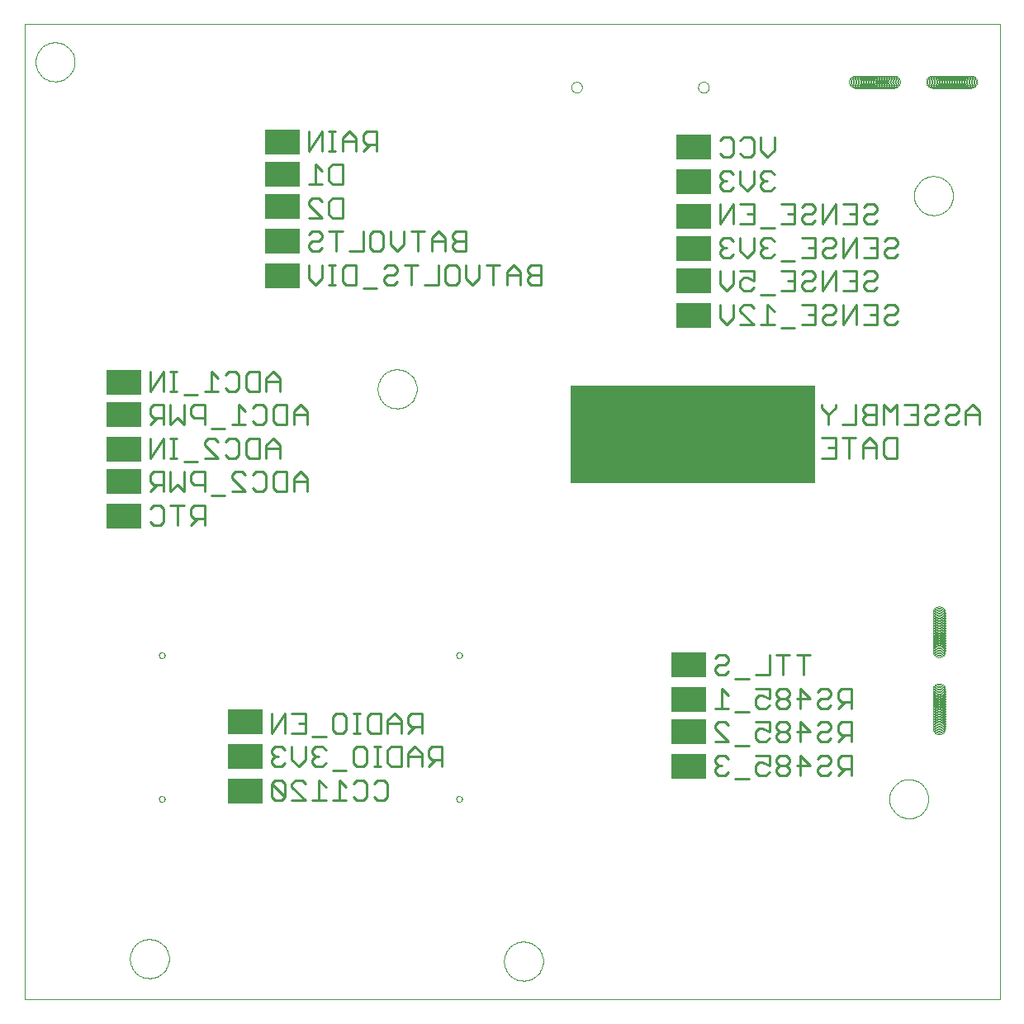
<source format=gbo>
G75*
%MOIN*%
%OFA0B0*%
%FSLAX24Y24*%
%IPPOS*%
%LPD*%
%AMOC8*
5,1,8,0,0,1.08239X$1,22.5*
%
%ADD10C,0.0000*%
%ADD11C,0.0090*%
%ADD12R,0.1400X0.1000*%
%ADD13R,0.9890X0.3924*%
D10*
X000930Y002430D02*
X000930Y041800D01*
X040300Y041800D01*
X040300Y002430D01*
X000930Y002430D01*
X005193Y004080D02*
X005195Y004136D01*
X005201Y004191D01*
X005211Y004245D01*
X005224Y004299D01*
X005242Y004352D01*
X005263Y004403D01*
X005287Y004453D01*
X005315Y004501D01*
X005347Y004547D01*
X005381Y004591D01*
X005419Y004632D01*
X005459Y004670D01*
X005502Y004705D01*
X005547Y004737D01*
X005595Y004766D01*
X005644Y004792D01*
X005695Y004814D01*
X005747Y004832D01*
X005801Y004846D01*
X005856Y004857D01*
X005911Y004864D01*
X005966Y004867D01*
X006022Y004866D01*
X006077Y004861D01*
X006132Y004852D01*
X006186Y004840D01*
X006239Y004823D01*
X006291Y004803D01*
X006341Y004779D01*
X006389Y004752D01*
X006436Y004722D01*
X006480Y004688D01*
X006522Y004651D01*
X006560Y004611D01*
X006597Y004569D01*
X006630Y004524D01*
X006659Y004478D01*
X006686Y004429D01*
X006708Y004378D01*
X006728Y004326D01*
X006743Y004272D01*
X006755Y004218D01*
X006763Y004163D01*
X006767Y004108D01*
X006767Y004052D01*
X006763Y003997D01*
X006755Y003942D01*
X006743Y003888D01*
X006728Y003834D01*
X006708Y003782D01*
X006686Y003731D01*
X006659Y003682D01*
X006630Y003636D01*
X006597Y003591D01*
X006560Y003549D01*
X006522Y003509D01*
X006480Y003472D01*
X006436Y003438D01*
X006389Y003408D01*
X006341Y003381D01*
X006291Y003357D01*
X006239Y003337D01*
X006186Y003320D01*
X006132Y003308D01*
X006077Y003299D01*
X006022Y003294D01*
X005966Y003293D01*
X005911Y003296D01*
X005856Y003303D01*
X005801Y003314D01*
X005747Y003328D01*
X005695Y003346D01*
X005644Y003368D01*
X005595Y003394D01*
X005547Y003423D01*
X005502Y003455D01*
X005459Y003490D01*
X005419Y003528D01*
X005381Y003569D01*
X005347Y003613D01*
X005315Y003659D01*
X005287Y003707D01*
X005263Y003757D01*
X005242Y003808D01*
X005224Y003861D01*
X005211Y003915D01*
X005201Y003969D01*
X005195Y004024D01*
X005193Y004080D01*
X006362Y010530D02*
X006364Y010551D01*
X006370Y010571D01*
X006379Y010591D01*
X006391Y010608D01*
X006406Y010622D01*
X006424Y010634D01*
X006444Y010642D01*
X006464Y010647D01*
X006485Y010648D01*
X006506Y010645D01*
X006526Y010639D01*
X006545Y010628D01*
X006562Y010615D01*
X006575Y010599D01*
X006586Y010581D01*
X006594Y010561D01*
X006598Y010541D01*
X006598Y010519D01*
X006594Y010499D01*
X006586Y010479D01*
X006575Y010461D01*
X006562Y010445D01*
X006545Y010432D01*
X006526Y010421D01*
X006506Y010415D01*
X006485Y010412D01*
X006464Y010413D01*
X006444Y010418D01*
X006424Y010426D01*
X006406Y010438D01*
X006391Y010452D01*
X006379Y010469D01*
X006370Y010489D01*
X006364Y010509D01*
X006362Y010530D01*
X006362Y016330D02*
X006364Y016351D01*
X006370Y016371D01*
X006379Y016391D01*
X006391Y016408D01*
X006406Y016422D01*
X006424Y016434D01*
X006444Y016442D01*
X006464Y016447D01*
X006485Y016448D01*
X006506Y016445D01*
X006526Y016439D01*
X006545Y016428D01*
X006562Y016415D01*
X006575Y016399D01*
X006586Y016381D01*
X006594Y016361D01*
X006598Y016341D01*
X006598Y016319D01*
X006594Y016299D01*
X006586Y016279D01*
X006575Y016261D01*
X006562Y016245D01*
X006545Y016232D01*
X006526Y016221D01*
X006506Y016215D01*
X006485Y016212D01*
X006464Y016213D01*
X006444Y016218D01*
X006424Y016226D01*
X006406Y016238D01*
X006391Y016252D01*
X006379Y016269D01*
X006370Y016289D01*
X006364Y016309D01*
X006362Y016330D01*
X015193Y027080D02*
X015195Y027136D01*
X015201Y027191D01*
X015211Y027245D01*
X015224Y027299D01*
X015242Y027352D01*
X015263Y027403D01*
X015287Y027453D01*
X015315Y027501D01*
X015347Y027547D01*
X015381Y027591D01*
X015419Y027632D01*
X015459Y027670D01*
X015502Y027705D01*
X015547Y027737D01*
X015595Y027766D01*
X015644Y027792D01*
X015695Y027814D01*
X015747Y027832D01*
X015801Y027846D01*
X015856Y027857D01*
X015911Y027864D01*
X015966Y027867D01*
X016022Y027866D01*
X016077Y027861D01*
X016132Y027852D01*
X016186Y027840D01*
X016239Y027823D01*
X016291Y027803D01*
X016341Y027779D01*
X016389Y027752D01*
X016436Y027722D01*
X016480Y027688D01*
X016522Y027651D01*
X016560Y027611D01*
X016597Y027569D01*
X016630Y027524D01*
X016659Y027478D01*
X016686Y027429D01*
X016708Y027378D01*
X016728Y027326D01*
X016743Y027272D01*
X016755Y027218D01*
X016763Y027163D01*
X016767Y027108D01*
X016767Y027052D01*
X016763Y026997D01*
X016755Y026942D01*
X016743Y026888D01*
X016728Y026834D01*
X016708Y026782D01*
X016686Y026731D01*
X016659Y026682D01*
X016630Y026636D01*
X016597Y026591D01*
X016560Y026549D01*
X016522Y026509D01*
X016480Y026472D01*
X016436Y026438D01*
X016389Y026408D01*
X016341Y026381D01*
X016291Y026357D01*
X016239Y026337D01*
X016186Y026320D01*
X016132Y026308D01*
X016077Y026299D01*
X016022Y026294D01*
X015966Y026293D01*
X015911Y026296D01*
X015856Y026303D01*
X015801Y026314D01*
X015747Y026328D01*
X015695Y026346D01*
X015644Y026368D01*
X015595Y026394D01*
X015547Y026423D01*
X015502Y026455D01*
X015459Y026490D01*
X015419Y026528D01*
X015381Y026569D01*
X015347Y026613D01*
X015315Y026659D01*
X015287Y026707D01*
X015263Y026757D01*
X015242Y026808D01*
X015224Y026861D01*
X015211Y026915D01*
X015201Y026969D01*
X015195Y027024D01*
X015193Y027080D01*
X018362Y016330D02*
X018364Y016351D01*
X018370Y016371D01*
X018379Y016391D01*
X018391Y016408D01*
X018406Y016422D01*
X018424Y016434D01*
X018444Y016442D01*
X018464Y016447D01*
X018485Y016448D01*
X018506Y016445D01*
X018526Y016439D01*
X018545Y016428D01*
X018562Y016415D01*
X018575Y016399D01*
X018586Y016381D01*
X018594Y016361D01*
X018598Y016341D01*
X018598Y016319D01*
X018594Y016299D01*
X018586Y016279D01*
X018575Y016261D01*
X018562Y016245D01*
X018545Y016232D01*
X018526Y016221D01*
X018506Y016215D01*
X018485Y016212D01*
X018464Y016213D01*
X018444Y016218D01*
X018424Y016226D01*
X018406Y016238D01*
X018391Y016252D01*
X018379Y016269D01*
X018370Y016289D01*
X018364Y016309D01*
X018362Y016330D01*
X018362Y010530D02*
X018364Y010551D01*
X018370Y010571D01*
X018379Y010591D01*
X018391Y010608D01*
X018406Y010622D01*
X018424Y010634D01*
X018444Y010642D01*
X018464Y010647D01*
X018485Y010648D01*
X018506Y010645D01*
X018526Y010639D01*
X018545Y010628D01*
X018562Y010615D01*
X018575Y010599D01*
X018586Y010581D01*
X018594Y010561D01*
X018598Y010541D01*
X018598Y010519D01*
X018594Y010499D01*
X018586Y010479D01*
X018575Y010461D01*
X018562Y010445D01*
X018545Y010432D01*
X018526Y010421D01*
X018506Y010415D01*
X018485Y010412D01*
X018464Y010413D01*
X018444Y010418D01*
X018424Y010426D01*
X018406Y010438D01*
X018391Y010452D01*
X018379Y010469D01*
X018370Y010489D01*
X018364Y010509D01*
X018362Y010530D01*
X020293Y003980D02*
X020295Y004036D01*
X020301Y004091D01*
X020311Y004145D01*
X020324Y004199D01*
X020342Y004252D01*
X020363Y004303D01*
X020387Y004353D01*
X020415Y004401D01*
X020447Y004447D01*
X020481Y004491D01*
X020519Y004532D01*
X020559Y004570D01*
X020602Y004605D01*
X020647Y004637D01*
X020695Y004666D01*
X020744Y004692D01*
X020795Y004714D01*
X020847Y004732D01*
X020901Y004746D01*
X020956Y004757D01*
X021011Y004764D01*
X021066Y004767D01*
X021122Y004766D01*
X021177Y004761D01*
X021232Y004752D01*
X021286Y004740D01*
X021339Y004723D01*
X021391Y004703D01*
X021441Y004679D01*
X021489Y004652D01*
X021536Y004622D01*
X021580Y004588D01*
X021622Y004551D01*
X021660Y004511D01*
X021697Y004469D01*
X021730Y004424D01*
X021759Y004378D01*
X021786Y004329D01*
X021808Y004278D01*
X021828Y004226D01*
X021843Y004172D01*
X021855Y004118D01*
X021863Y004063D01*
X021867Y004008D01*
X021867Y003952D01*
X021863Y003897D01*
X021855Y003842D01*
X021843Y003788D01*
X021828Y003734D01*
X021808Y003682D01*
X021786Y003631D01*
X021759Y003582D01*
X021730Y003536D01*
X021697Y003491D01*
X021660Y003449D01*
X021622Y003409D01*
X021580Y003372D01*
X021536Y003338D01*
X021489Y003308D01*
X021441Y003281D01*
X021391Y003257D01*
X021339Y003237D01*
X021286Y003220D01*
X021232Y003208D01*
X021177Y003199D01*
X021122Y003194D01*
X021066Y003193D01*
X021011Y003196D01*
X020956Y003203D01*
X020901Y003214D01*
X020847Y003228D01*
X020795Y003246D01*
X020744Y003268D01*
X020695Y003294D01*
X020647Y003323D01*
X020602Y003355D01*
X020559Y003390D01*
X020519Y003428D01*
X020481Y003469D01*
X020447Y003513D01*
X020415Y003559D01*
X020387Y003607D01*
X020363Y003657D01*
X020342Y003708D01*
X020324Y003761D01*
X020311Y003815D01*
X020301Y003869D01*
X020295Y003924D01*
X020293Y003980D01*
X035843Y010530D02*
X035845Y010586D01*
X035851Y010641D01*
X035861Y010695D01*
X035874Y010749D01*
X035892Y010802D01*
X035913Y010853D01*
X035937Y010903D01*
X035965Y010951D01*
X035997Y010997D01*
X036031Y011041D01*
X036069Y011082D01*
X036109Y011120D01*
X036152Y011155D01*
X036197Y011187D01*
X036245Y011216D01*
X036294Y011242D01*
X036345Y011264D01*
X036397Y011282D01*
X036451Y011296D01*
X036506Y011307D01*
X036561Y011314D01*
X036616Y011317D01*
X036672Y011316D01*
X036727Y011311D01*
X036782Y011302D01*
X036836Y011290D01*
X036889Y011273D01*
X036941Y011253D01*
X036991Y011229D01*
X037039Y011202D01*
X037086Y011172D01*
X037130Y011138D01*
X037172Y011101D01*
X037210Y011061D01*
X037247Y011019D01*
X037280Y010974D01*
X037309Y010928D01*
X037336Y010879D01*
X037358Y010828D01*
X037378Y010776D01*
X037393Y010722D01*
X037405Y010668D01*
X037413Y010613D01*
X037417Y010558D01*
X037417Y010502D01*
X037413Y010447D01*
X037405Y010392D01*
X037393Y010338D01*
X037378Y010284D01*
X037358Y010232D01*
X037336Y010181D01*
X037309Y010132D01*
X037280Y010086D01*
X037247Y010041D01*
X037210Y009999D01*
X037172Y009959D01*
X037130Y009922D01*
X037086Y009888D01*
X037039Y009858D01*
X036991Y009831D01*
X036941Y009807D01*
X036889Y009787D01*
X036836Y009770D01*
X036782Y009758D01*
X036727Y009749D01*
X036672Y009744D01*
X036616Y009743D01*
X036561Y009746D01*
X036506Y009753D01*
X036451Y009764D01*
X036397Y009778D01*
X036345Y009796D01*
X036294Y009818D01*
X036245Y009844D01*
X036197Y009873D01*
X036152Y009905D01*
X036109Y009940D01*
X036069Y009978D01*
X036031Y010019D01*
X035997Y010063D01*
X035965Y010109D01*
X035937Y010157D01*
X035913Y010207D01*
X035892Y010258D01*
X035874Y010311D01*
X035861Y010365D01*
X035851Y010419D01*
X035845Y010474D01*
X035843Y010530D01*
X037597Y013385D02*
X037599Y013416D01*
X037605Y013447D01*
X037615Y013477D01*
X037628Y013505D01*
X037645Y013532D01*
X037665Y013556D01*
X037688Y013578D01*
X037713Y013596D01*
X037741Y013611D01*
X037770Y013623D01*
X037800Y013631D01*
X037831Y013635D01*
X037863Y013635D01*
X037894Y013631D01*
X037924Y013623D01*
X037953Y013611D01*
X037981Y013596D01*
X038006Y013578D01*
X038029Y013556D01*
X038049Y013532D01*
X038066Y013505D01*
X038079Y013477D01*
X038089Y013447D01*
X038095Y013416D01*
X038097Y013385D01*
X038095Y013354D01*
X038089Y013323D01*
X038079Y013293D01*
X038066Y013265D01*
X038049Y013238D01*
X038029Y013214D01*
X038006Y013192D01*
X037981Y013174D01*
X037953Y013159D01*
X037924Y013147D01*
X037894Y013139D01*
X037863Y013135D01*
X037831Y013135D01*
X037800Y013139D01*
X037770Y013147D01*
X037741Y013159D01*
X037713Y013174D01*
X037688Y013192D01*
X037665Y013214D01*
X037645Y013238D01*
X037628Y013265D01*
X037615Y013293D01*
X037605Y013323D01*
X037599Y013354D01*
X037597Y013385D01*
X037597Y013435D02*
X037599Y013466D01*
X037605Y013497D01*
X037615Y013527D01*
X037628Y013555D01*
X037645Y013582D01*
X037665Y013606D01*
X037688Y013628D01*
X037713Y013646D01*
X037741Y013661D01*
X037770Y013673D01*
X037800Y013681D01*
X037831Y013685D01*
X037863Y013685D01*
X037894Y013681D01*
X037924Y013673D01*
X037953Y013661D01*
X037981Y013646D01*
X038006Y013628D01*
X038029Y013606D01*
X038049Y013582D01*
X038066Y013555D01*
X038079Y013527D01*
X038089Y013497D01*
X038095Y013466D01*
X038097Y013435D01*
X038095Y013404D01*
X038089Y013373D01*
X038079Y013343D01*
X038066Y013315D01*
X038049Y013288D01*
X038029Y013264D01*
X038006Y013242D01*
X037981Y013224D01*
X037953Y013209D01*
X037924Y013197D01*
X037894Y013189D01*
X037863Y013185D01*
X037831Y013185D01*
X037800Y013189D01*
X037770Y013197D01*
X037741Y013209D01*
X037713Y013224D01*
X037688Y013242D01*
X037665Y013264D01*
X037645Y013288D01*
X037628Y013315D01*
X037615Y013343D01*
X037605Y013373D01*
X037599Y013404D01*
X037597Y013435D01*
X037597Y013485D02*
X037599Y013516D01*
X037605Y013547D01*
X037615Y013577D01*
X037628Y013605D01*
X037645Y013632D01*
X037665Y013656D01*
X037688Y013678D01*
X037713Y013696D01*
X037741Y013711D01*
X037770Y013723D01*
X037800Y013731D01*
X037831Y013735D01*
X037863Y013735D01*
X037894Y013731D01*
X037924Y013723D01*
X037953Y013711D01*
X037981Y013696D01*
X038006Y013678D01*
X038029Y013656D01*
X038049Y013632D01*
X038066Y013605D01*
X038079Y013577D01*
X038089Y013547D01*
X038095Y013516D01*
X038097Y013485D01*
X038095Y013454D01*
X038089Y013423D01*
X038079Y013393D01*
X038066Y013365D01*
X038049Y013338D01*
X038029Y013314D01*
X038006Y013292D01*
X037981Y013274D01*
X037953Y013259D01*
X037924Y013247D01*
X037894Y013239D01*
X037863Y013235D01*
X037831Y013235D01*
X037800Y013239D01*
X037770Y013247D01*
X037741Y013259D01*
X037713Y013274D01*
X037688Y013292D01*
X037665Y013314D01*
X037645Y013338D01*
X037628Y013365D01*
X037615Y013393D01*
X037605Y013423D01*
X037599Y013454D01*
X037597Y013485D01*
X037597Y013535D02*
X037599Y013566D01*
X037605Y013597D01*
X037615Y013627D01*
X037628Y013655D01*
X037645Y013682D01*
X037665Y013706D01*
X037688Y013728D01*
X037713Y013746D01*
X037741Y013761D01*
X037770Y013773D01*
X037800Y013781D01*
X037831Y013785D01*
X037863Y013785D01*
X037894Y013781D01*
X037924Y013773D01*
X037953Y013761D01*
X037981Y013746D01*
X038006Y013728D01*
X038029Y013706D01*
X038049Y013682D01*
X038066Y013655D01*
X038079Y013627D01*
X038089Y013597D01*
X038095Y013566D01*
X038097Y013535D01*
X038095Y013504D01*
X038089Y013473D01*
X038079Y013443D01*
X038066Y013415D01*
X038049Y013388D01*
X038029Y013364D01*
X038006Y013342D01*
X037981Y013324D01*
X037953Y013309D01*
X037924Y013297D01*
X037894Y013289D01*
X037863Y013285D01*
X037831Y013285D01*
X037800Y013289D01*
X037770Y013297D01*
X037741Y013309D01*
X037713Y013324D01*
X037688Y013342D01*
X037665Y013364D01*
X037645Y013388D01*
X037628Y013415D01*
X037615Y013443D01*
X037605Y013473D01*
X037599Y013504D01*
X037597Y013535D01*
X037597Y013585D02*
X037599Y013616D01*
X037605Y013647D01*
X037615Y013677D01*
X037628Y013705D01*
X037645Y013732D01*
X037665Y013756D01*
X037688Y013778D01*
X037713Y013796D01*
X037741Y013811D01*
X037770Y013823D01*
X037800Y013831D01*
X037831Y013835D01*
X037863Y013835D01*
X037894Y013831D01*
X037924Y013823D01*
X037953Y013811D01*
X037981Y013796D01*
X038006Y013778D01*
X038029Y013756D01*
X038049Y013732D01*
X038066Y013705D01*
X038079Y013677D01*
X038089Y013647D01*
X038095Y013616D01*
X038097Y013585D01*
X038095Y013554D01*
X038089Y013523D01*
X038079Y013493D01*
X038066Y013465D01*
X038049Y013438D01*
X038029Y013414D01*
X038006Y013392D01*
X037981Y013374D01*
X037953Y013359D01*
X037924Y013347D01*
X037894Y013339D01*
X037863Y013335D01*
X037831Y013335D01*
X037800Y013339D01*
X037770Y013347D01*
X037741Y013359D01*
X037713Y013374D01*
X037688Y013392D01*
X037665Y013414D01*
X037645Y013438D01*
X037628Y013465D01*
X037615Y013493D01*
X037605Y013523D01*
X037599Y013554D01*
X037597Y013585D01*
X037597Y013635D02*
X037599Y013666D01*
X037605Y013697D01*
X037615Y013727D01*
X037628Y013755D01*
X037645Y013782D01*
X037665Y013806D01*
X037688Y013828D01*
X037713Y013846D01*
X037741Y013861D01*
X037770Y013873D01*
X037800Y013881D01*
X037831Y013885D01*
X037863Y013885D01*
X037894Y013881D01*
X037924Y013873D01*
X037953Y013861D01*
X037981Y013846D01*
X038006Y013828D01*
X038029Y013806D01*
X038049Y013782D01*
X038066Y013755D01*
X038079Y013727D01*
X038089Y013697D01*
X038095Y013666D01*
X038097Y013635D01*
X038095Y013604D01*
X038089Y013573D01*
X038079Y013543D01*
X038066Y013515D01*
X038049Y013488D01*
X038029Y013464D01*
X038006Y013442D01*
X037981Y013424D01*
X037953Y013409D01*
X037924Y013397D01*
X037894Y013389D01*
X037863Y013385D01*
X037831Y013385D01*
X037800Y013389D01*
X037770Y013397D01*
X037741Y013409D01*
X037713Y013424D01*
X037688Y013442D01*
X037665Y013464D01*
X037645Y013488D01*
X037628Y013515D01*
X037615Y013543D01*
X037605Y013573D01*
X037599Y013604D01*
X037597Y013635D01*
X037597Y013685D02*
X037599Y013716D01*
X037605Y013747D01*
X037615Y013777D01*
X037628Y013805D01*
X037645Y013832D01*
X037665Y013856D01*
X037688Y013878D01*
X037713Y013896D01*
X037741Y013911D01*
X037770Y013923D01*
X037800Y013931D01*
X037831Y013935D01*
X037863Y013935D01*
X037894Y013931D01*
X037924Y013923D01*
X037953Y013911D01*
X037981Y013896D01*
X038006Y013878D01*
X038029Y013856D01*
X038049Y013832D01*
X038066Y013805D01*
X038079Y013777D01*
X038089Y013747D01*
X038095Y013716D01*
X038097Y013685D01*
X038095Y013654D01*
X038089Y013623D01*
X038079Y013593D01*
X038066Y013565D01*
X038049Y013538D01*
X038029Y013514D01*
X038006Y013492D01*
X037981Y013474D01*
X037953Y013459D01*
X037924Y013447D01*
X037894Y013439D01*
X037863Y013435D01*
X037831Y013435D01*
X037800Y013439D01*
X037770Y013447D01*
X037741Y013459D01*
X037713Y013474D01*
X037688Y013492D01*
X037665Y013514D01*
X037645Y013538D01*
X037628Y013565D01*
X037615Y013593D01*
X037605Y013623D01*
X037599Y013654D01*
X037597Y013685D01*
X037597Y013735D02*
X037599Y013766D01*
X037605Y013797D01*
X037615Y013827D01*
X037628Y013855D01*
X037645Y013882D01*
X037665Y013906D01*
X037688Y013928D01*
X037713Y013946D01*
X037741Y013961D01*
X037770Y013973D01*
X037800Y013981D01*
X037831Y013985D01*
X037863Y013985D01*
X037894Y013981D01*
X037924Y013973D01*
X037953Y013961D01*
X037981Y013946D01*
X038006Y013928D01*
X038029Y013906D01*
X038049Y013882D01*
X038066Y013855D01*
X038079Y013827D01*
X038089Y013797D01*
X038095Y013766D01*
X038097Y013735D01*
X038095Y013704D01*
X038089Y013673D01*
X038079Y013643D01*
X038066Y013615D01*
X038049Y013588D01*
X038029Y013564D01*
X038006Y013542D01*
X037981Y013524D01*
X037953Y013509D01*
X037924Y013497D01*
X037894Y013489D01*
X037863Y013485D01*
X037831Y013485D01*
X037800Y013489D01*
X037770Y013497D01*
X037741Y013509D01*
X037713Y013524D01*
X037688Y013542D01*
X037665Y013564D01*
X037645Y013588D01*
X037628Y013615D01*
X037615Y013643D01*
X037605Y013673D01*
X037599Y013704D01*
X037597Y013735D01*
X037597Y013785D02*
X037599Y013816D01*
X037605Y013847D01*
X037615Y013877D01*
X037628Y013905D01*
X037645Y013932D01*
X037665Y013956D01*
X037688Y013978D01*
X037713Y013996D01*
X037741Y014011D01*
X037770Y014023D01*
X037800Y014031D01*
X037831Y014035D01*
X037863Y014035D01*
X037894Y014031D01*
X037924Y014023D01*
X037953Y014011D01*
X037981Y013996D01*
X038006Y013978D01*
X038029Y013956D01*
X038049Y013932D01*
X038066Y013905D01*
X038079Y013877D01*
X038089Y013847D01*
X038095Y013816D01*
X038097Y013785D01*
X038095Y013754D01*
X038089Y013723D01*
X038079Y013693D01*
X038066Y013665D01*
X038049Y013638D01*
X038029Y013614D01*
X038006Y013592D01*
X037981Y013574D01*
X037953Y013559D01*
X037924Y013547D01*
X037894Y013539D01*
X037863Y013535D01*
X037831Y013535D01*
X037800Y013539D01*
X037770Y013547D01*
X037741Y013559D01*
X037713Y013574D01*
X037688Y013592D01*
X037665Y013614D01*
X037645Y013638D01*
X037628Y013665D01*
X037615Y013693D01*
X037605Y013723D01*
X037599Y013754D01*
X037597Y013785D01*
X037597Y013835D02*
X037599Y013866D01*
X037605Y013897D01*
X037615Y013927D01*
X037628Y013955D01*
X037645Y013982D01*
X037665Y014006D01*
X037688Y014028D01*
X037713Y014046D01*
X037741Y014061D01*
X037770Y014073D01*
X037800Y014081D01*
X037831Y014085D01*
X037863Y014085D01*
X037894Y014081D01*
X037924Y014073D01*
X037953Y014061D01*
X037981Y014046D01*
X038006Y014028D01*
X038029Y014006D01*
X038049Y013982D01*
X038066Y013955D01*
X038079Y013927D01*
X038089Y013897D01*
X038095Y013866D01*
X038097Y013835D01*
X038095Y013804D01*
X038089Y013773D01*
X038079Y013743D01*
X038066Y013715D01*
X038049Y013688D01*
X038029Y013664D01*
X038006Y013642D01*
X037981Y013624D01*
X037953Y013609D01*
X037924Y013597D01*
X037894Y013589D01*
X037863Y013585D01*
X037831Y013585D01*
X037800Y013589D01*
X037770Y013597D01*
X037741Y013609D01*
X037713Y013624D01*
X037688Y013642D01*
X037665Y013664D01*
X037645Y013688D01*
X037628Y013715D01*
X037615Y013743D01*
X037605Y013773D01*
X037599Y013804D01*
X037597Y013835D01*
X037597Y013885D02*
X037599Y013916D01*
X037605Y013947D01*
X037615Y013977D01*
X037628Y014005D01*
X037645Y014032D01*
X037665Y014056D01*
X037688Y014078D01*
X037713Y014096D01*
X037741Y014111D01*
X037770Y014123D01*
X037800Y014131D01*
X037831Y014135D01*
X037863Y014135D01*
X037894Y014131D01*
X037924Y014123D01*
X037953Y014111D01*
X037981Y014096D01*
X038006Y014078D01*
X038029Y014056D01*
X038049Y014032D01*
X038066Y014005D01*
X038079Y013977D01*
X038089Y013947D01*
X038095Y013916D01*
X038097Y013885D01*
X038095Y013854D01*
X038089Y013823D01*
X038079Y013793D01*
X038066Y013765D01*
X038049Y013738D01*
X038029Y013714D01*
X038006Y013692D01*
X037981Y013674D01*
X037953Y013659D01*
X037924Y013647D01*
X037894Y013639D01*
X037863Y013635D01*
X037831Y013635D01*
X037800Y013639D01*
X037770Y013647D01*
X037741Y013659D01*
X037713Y013674D01*
X037688Y013692D01*
X037665Y013714D01*
X037645Y013738D01*
X037628Y013765D01*
X037615Y013793D01*
X037605Y013823D01*
X037599Y013854D01*
X037597Y013885D01*
X037597Y013935D02*
X037599Y013966D01*
X037605Y013997D01*
X037615Y014027D01*
X037628Y014055D01*
X037645Y014082D01*
X037665Y014106D01*
X037688Y014128D01*
X037713Y014146D01*
X037741Y014161D01*
X037770Y014173D01*
X037800Y014181D01*
X037831Y014185D01*
X037863Y014185D01*
X037894Y014181D01*
X037924Y014173D01*
X037953Y014161D01*
X037981Y014146D01*
X038006Y014128D01*
X038029Y014106D01*
X038049Y014082D01*
X038066Y014055D01*
X038079Y014027D01*
X038089Y013997D01*
X038095Y013966D01*
X038097Y013935D01*
X038095Y013904D01*
X038089Y013873D01*
X038079Y013843D01*
X038066Y013815D01*
X038049Y013788D01*
X038029Y013764D01*
X038006Y013742D01*
X037981Y013724D01*
X037953Y013709D01*
X037924Y013697D01*
X037894Y013689D01*
X037863Y013685D01*
X037831Y013685D01*
X037800Y013689D01*
X037770Y013697D01*
X037741Y013709D01*
X037713Y013724D01*
X037688Y013742D01*
X037665Y013764D01*
X037645Y013788D01*
X037628Y013815D01*
X037615Y013843D01*
X037605Y013873D01*
X037599Y013904D01*
X037597Y013935D01*
X037597Y013985D02*
X037599Y014016D01*
X037605Y014047D01*
X037615Y014077D01*
X037628Y014105D01*
X037645Y014132D01*
X037665Y014156D01*
X037688Y014178D01*
X037713Y014196D01*
X037741Y014211D01*
X037770Y014223D01*
X037800Y014231D01*
X037831Y014235D01*
X037863Y014235D01*
X037894Y014231D01*
X037924Y014223D01*
X037953Y014211D01*
X037981Y014196D01*
X038006Y014178D01*
X038029Y014156D01*
X038049Y014132D01*
X038066Y014105D01*
X038079Y014077D01*
X038089Y014047D01*
X038095Y014016D01*
X038097Y013985D01*
X038095Y013954D01*
X038089Y013923D01*
X038079Y013893D01*
X038066Y013865D01*
X038049Y013838D01*
X038029Y013814D01*
X038006Y013792D01*
X037981Y013774D01*
X037953Y013759D01*
X037924Y013747D01*
X037894Y013739D01*
X037863Y013735D01*
X037831Y013735D01*
X037800Y013739D01*
X037770Y013747D01*
X037741Y013759D01*
X037713Y013774D01*
X037688Y013792D01*
X037665Y013814D01*
X037645Y013838D01*
X037628Y013865D01*
X037615Y013893D01*
X037605Y013923D01*
X037599Y013954D01*
X037597Y013985D01*
X037597Y014035D02*
X037599Y014066D01*
X037605Y014097D01*
X037615Y014127D01*
X037628Y014155D01*
X037645Y014182D01*
X037665Y014206D01*
X037688Y014228D01*
X037713Y014246D01*
X037741Y014261D01*
X037770Y014273D01*
X037800Y014281D01*
X037831Y014285D01*
X037863Y014285D01*
X037894Y014281D01*
X037924Y014273D01*
X037953Y014261D01*
X037981Y014246D01*
X038006Y014228D01*
X038029Y014206D01*
X038049Y014182D01*
X038066Y014155D01*
X038079Y014127D01*
X038089Y014097D01*
X038095Y014066D01*
X038097Y014035D01*
X038095Y014004D01*
X038089Y013973D01*
X038079Y013943D01*
X038066Y013915D01*
X038049Y013888D01*
X038029Y013864D01*
X038006Y013842D01*
X037981Y013824D01*
X037953Y013809D01*
X037924Y013797D01*
X037894Y013789D01*
X037863Y013785D01*
X037831Y013785D01*
X037800Y013789D01*
X037770Y013797D01*
X037741Y013809D01*
X037713Y013824D01*
X037688Y013842D01*
X037665Y013864D01*
X037645Y013888D01*
X037628Y013915D01*
X037615Y013943D01*
X037605Y013973D01*
X037599Y014004D01*
X037597Y014035D01*
X037597Y014085D02*
X037599Y014116D01*
X037605Y014147D01*
X037615Y014177D01*
X037628Y014205D01*
X037645Y014232D01*
X037665Y014256D01*
X037688Y014278D01*
X037713Y014296D01*
X037741Y014311D01*
X037770Y014323D01*
X037800Y014331D01*
X037831Y014335D01*
X037863Y014335D01*
X037894Y014331D01*
X037924Y014323D01*
X037953Y014311D01*
X037981Y014296D01*
X038006Y014278D01*
X038029Y014256D01*
X038049Y014232D01*
X038066Y014205D01*
X038079Y014177D01*
X038089Y014147D01*
X038095Y014116D01*
X038097Y014085D01*
X038095Y014054D01*
X038089Y014023D01*
X038079Y013993D01*
X038066Y013965D01*
X038049Y013938D01*
X038029Y013914D01*
X038006Y013892D01*
X037981Y013874D01*
X037953Y013859D01*
X037924Y013847D01*
X037894Y013839D01*
X037863Y013835D01*
X037831Y013835D01*
X037800Y013839D01*
X037770Y013847D01*
X037741Y013859D01*
X037713Y013874D01*
X037688Y013892D01*
X037665Y013914D01*
X037645Y013938D01*
X037628Y013965D01*
X037615Y013993D01*
X037605Y014023D01*
X037599Y014054D01*
X037597Y014085D01*
X037597Y014135D02*
X037599Y014166D01*
X037605Y014197D01*
X037615Y014227D01*
X037628Y014255D01*
X037645Y014282D01*
X037665Y014306D01*
X037688Y014328D01*
X037713Y014346D01*
X037741Y014361D01*
X037770Y014373D01*
X037800Y014381D01*
X037831Y014385D01*
X037863Y014385D01*
X037894Y014381D01*
X037924Y014373D01*
X037953Y014361D01*
X037981Y014346D01*
X038006Y014328D01*
X038029Y014306D01*
X038049Y014282D01*
X038066Y014255D01*
X038079Y014227D01*
X038089Y014197D01*
X038095Y014166D01*
X038097Y014135D01*
X038095Y014104D01*
X038089Y014073D01*
X038079Y014043D01*
X038066Y014015D01*
X038049Y013988D01*
X038029Y013964D01*
X038006Y013942D01*
X037981Y013924D01*
X037953Y013909D01*
X037924Y013897D01*
X037894Y013889D01*
X037863Y013885D01*
X037831Y013885D01*
X037800Y013889D01*
X037770Y013897D01*
X037741Y013909D01*
X037713Y013924D01*
X037688Y013942D01*
X037665Y013964D01*
X037645Y013988D01*
X037628Y014015D01*
X037615Y014043D01*
X037605Y014073D01*
X037599Y014104D01*
X037597Y014135D01*
X037599Y014166D01*
X037605Y014197D01*
X037615Y014227D01*
X037628Y014255D01*
X037645Y014282D01*
X037665Y014306D01*
X037688Y014328D01*
X037713Y014346D01*
X037741Y014361D01*
X037770Y014373D01*
X037800Y014381D01*
X037831Y014385D01*
X037863Y014385D01*
X037894Y014381D01*
X037924Y014373D01*
X037953Y014361D01*
X037981Y014346D01*
X038006Y014328D01*
X038029Y014306D01*
X038049Y014282D01*
X038066Y014255D01*
X038079Y014227D01*
X038089Y014197D01*
X038095Y014166D01*
X038097Y014135D01*
X038095Y014104D01*
X038089Y014073D01*
X038079Y014043D01*
X038066Y014015D01*
X038049Y013988D01*
X038029Y013964D01*
X038006Y013942D01*
X037981Y013924D01*
X037953Y013909D01*
X037924Y013897D01*
X037894Y013889D01*
X037863Y013885D01*
X037831Y013885D01*
X037800Y013889D01*
X037770Y013897D01*
X037741Y013909D01*
X037713Y013924D01*
X037688Y013942D01*
X037665Y013964D01*
X037645Y013988D01*
X037628Y014015D01*
X037615Y014043D01*
X037605Y014073D01*
X037599Y014104D01*
X037597Y014135D01*
X037597Y014185D02*
X037599Y014216D01*
X037605Y014247D01*
X037615Y014277D01*
X037628Y014305D01*
X037645Y014332D01*
X037665Y014356D01*
X037688Y014378D01*
X037713Y014396D01*
X037741Y014411D01*
X037770Y014423D01*
X037800Y014431D01*
X037831Y014435D01*
X037863Y014435D01*
X037894Y014431D01*
X037924Y014423D01*
X037953Y014411D01*
X037981Y014396D01*
X038006Y014378D01*
X038029Y014356D01*
X038049Y014332D01*
X038066Y014305D01*
X038079Y014277D01*
X038089Y014247D01*
X038095Y014216D01*
X038097Y014185D01*
X038095Y014154D01*
X038089Y014123D01*
X038079Y014093D01*
X038066Y014065D01*
X038049Y014038D01*
X038029Y014014D01*
X038006Y013992D01*
X037981Y013974D01*
X037953Y013959D01*
X037924Y013947D01*
X037894Y013939D01*
X037863Y013935D01*
X037831Y013935D01*
X037800Y013939D01*
X037770Y013947D01*
X037741Y013959D01*
X037713Y013974D01*
X037688Y013992D01*
X037665Y014014D01*
X037645Y014038D01*
X037628Y014065D01*
X037615Y014093D01*
X037605Y014123D01*
X037599Y014154D01*
X037597Y014185D01*
X037597Y014235D02*
X037599Y014266D01*
X037605Y014297D01*
X037615Y014327D01*
X037628Y014355D01*
X037645Y014382D01*
X037665Y014406D01*
X037688Y014428D01*
X037713Y014446D01*
X037741Y014461D01*
X037770Y014473D01*
X037800Y014481D01*
X037831Y014485D01*
X037863Y014485D01*
X037894Y014481D01*
X037924Y014473D01*
X037953Y014461D01*
X037981Y014446D01*
X038006Y014428D01*
X038029Y014406D01*
X038049Y014382D01*
X038066Y014355D01*
X038079Y014327D01*
X038089Y014297D01*
X038095Y014266D01*
X038097Y014235D01*
X038095Y014204D01*
X038089Y014173D01*
X038079Y014143D01*
X038066Y014115D01*
X038049Y014088D01*
X038029Y014064D01*
X038006Y014042D01*
X037981Y014024D01*
X037953Y014009D01*
X037924Y013997D01*
X037894Y013989D01*
X037863Y013985D01*
X037831Y013985D01*
X037800Y013989D01*
X037770Y013997D01*
X037741Y014009D01*
X037713Y014024D01*
X037688Y014042D01*
X037665Y014064D01*
X037645Y014088D01*
X037628Y014115D01*
X037615Y014143D01*
X037605Y014173D01*
X037599Y014204D01*
X037597Y014235D01*
X037599Y014266D01*
X037605Y014297D01*
X037615Y014327D01*
X037628Y014355D01*
X037645Y014382D01*
X037665Y014406D01*
X037688Y014428D01*
X037713Y014446D01*
X037741Y014461D01*
X037770Y014473D01*
X037800Y014481D01*
X037831Y014485D01*
X037863Y014485D01*
X037894Y014481D01*
X037924Y014473D01*
X037953Y014461D01*
X037981Y014446D01*
X038006Y014428D01*
X038029Y014406D01*
X038049Y014382D01*
X038066Y014355D01*
X038079Y014327D01*
X038089Y014297D01*
X038095Y014266D01*
X038097Y014235D01*
X038095Y014204D01*
X038089Y014173D01*
X038079Y014143D01*
X038066Y014115D01*
X038049Y014088D01*
X038029Y014064D01*
X038006Y014042D01*
X037981Y014024D01*
X037953Y014009D01*
X037924Y013997D01*
X037894Y013989D01*
X037863Y013985D01*
X037831Y013985D01*
X037800Y013989D01*
X037770Y013997D01*
X037741Y014009D01*
X037713Y014024D01*
X037688Y014042D01*
X037665Y014064D01*
X037645Y014088D01*
X037628Y014115D01*
X037615Y014143D01*
X037605Y014173D01*
X037599Y014204D01*
X037597Y014235D01*
X037597Y014285D02*
X037599Y014316D01*
X037605Y014347D01*
X037615Y014377D01*
X037628Y014405D01*
X037645Y014432D01*
X037665Y014456D01*
X037688Y014478D01*
X037713Y014496D01*
X037741Y014511D01*
X037770Y014523D01*
X037800Y014531D01*
X037831Y014535D01*
X037863Y014535D01*
X037894Y014531D01*
X037924Y014523D01*
X037953Y014511D01*
X037981Y014496D01*
X038006Y014478D01*
X038029Y014456D01*
X038049Y014432D01*
X038066Y014405D01*
X038079Y014377D01*
X038089Y014347D01*
X038095Y014316D01*
X038097Y014285D01*
X038095Y014254D01*
X038089Y014223D01*
X038079Y014193D01*
X038066Y014165D01*
X038049Y014138D01*
X038029Y014114D01*
X038006Y014092D01*
X037981Y014074D01*
X037953Y014059D01*
X037924Y014047D01*
X037894Y014039D01*
X037863Y014035D01*
X037831Y014035D01*
X037800Y014039D01*
X037770Y014047D01*
X037741Y014059D01*
X037713Y014074D01*
X037688Y014092D01*
X037665Y014114D01*
X037645Y014138D01*
X037628Y014165D01*
X037615Y014193D01*
X037605Y014223D01*
X037599Y014254D01*
X037597Y014285D01*
X037599Y014316D01*
X037605Y014347D01*
X037615Y014377D01*
X037628Y014405D01*
X037645Y014432D01*
X037665Y014456D01*
X037688Y014478D01*
X037713Y014496D01*
X037741Y014511D01*
X037770Y014523D01*
X037800Y014531D01*
X037831Y014535D01*
X037863Y014535D01*
X037894Y014531D01*
X037924Y014523D01*
X037953Y014511D01*
X037981Y014496D01*
X038006Y014478D01*
X038029Y014456D01*
X038049Y014432D01*
X038066Y014405D01*
X038079Y014377D01*
X038089Y014347D01*
X038095Y014316D01*
X038097Y014285D01*
X038095Y014254D01*
X038089Y014223D01*
X038079Y014193D01*
X038066Y014165D01*
X038049Y014138D01*
X038029Y014114D01*
X038006Y014092D01*
X037981Y014074D01*
X037953Y014059D01*
X037924Y014047D01*
X037894Y014039D01*
X037863Y014035D01*
X037831Y014035D01*
X037800Y014039D01*
X037770Y014047D01*
X037741Y014059D01*
X037713Y014074D01*
X037688Y014092D01*
X037665Y014114D01*
X037645Y014138D01*
X037628Y014165D01*
X037615Y014193D01*
X037605Y014223D01*
X037599Y014254D01*
X037597Y014285D01*
X037599Y014316D01*
X037605Y014347D01*
X037615Y014377D01*
X037628Y014405D01*
X037645Y014432D01*
X037665Y014456D01*
X037688Y014478D01*
X037713Y014496D01*
X037741Y014511D01*
X037770Y014523D01*
X037800Y014531D01*
X037831Y014535D01*
X037863Y014535D01*
X037894Y014531D01*
X037924Y014523D01*
X037953Y014511D01*
X037981Y014496D01*
X038006Y014478D01*
X038029Y014456D01*
X038049Y014432D01*
X038066Y014405D01*
X038079Y014377D01*
X038089Y014347D01*
X038095Y014316D01*
X038097Y014285D01*
X038095Y014254D01*
X038089Y014223D01*
X038079Y014193D01*
X038066Y014165D01*
X038049Y014138D01*
X038029Y014114D01*
X038006Y014092D01*
X037981Y014074D01*
X037953Y014059D01*
X037924Y014047D01*
X037894Y014039D01*
X037863Y014035D01*
X037831Y014035D01*
X037800Y014039D01*
X037770Y014047D01*
X037741Y014059D01*
X037713Y014074D01*
X037688Y014092D01*
X037665Y014114D01*
X037645Y014138D01*
X037628Y014165D01*
X037615Y014193D01*
X037605Y014223D01*
X037599Y014254D01*
X037597Y014285D01*
X037597Y014335D02*
X037599Y014366D01*
X037605Y014397D01*
X037615Y014427D01*
X037628Y014455D01*
X037645Y014482D01*
X037665Y014506D01*
X037688Y014528D01*
X037713Y014546D01*
X037741Y014561D01*
X037770Y014573D01*
X037800Y014581D01*
X037831Y014585D01*
X037863Y014585D01*
X037894Y014581D01*
X037924Y014573D01*
X037953Y014561D01*
X037981Y014546D01*
X038006Y014528D01*
X038029Y014506D01*
X038049Y014482D01*
X038066Y014455D01*
X038079Y014427D01*
X038089Y014397D01*
X038095Y014366D01*
X038097Y014335D01*
X038095Y014304D01*
X038089Y014273D01*
X038079Y014243D01*
X038066Y014215D01*
X038049Y014188D01*
X038029Y014164D01*
X038006Y014142D01*
X037981Y014124D01*
X037953Y014109D01*
X037924Y014097D01*
X037894Y014089D01*
X037863Y014085D01*
X037831Y014085D01*
X037800Y014089D01*
X037770Y014097D01*
X037741Y014109D01*
X037713Y014124D01*
X037688Y014142D01*
X037665Y014164D01*
X037645Y014188D01*
X037628Y014215D01*
X037615Y014243D01*
X037605Y014273D01*
X037599Y014304D01*
X037597Y014335D01*
X037599Y014366D01*
X037605Y014397D01*
X037615Y014427D01*
X037628Y014455D01*
X037645Y014482D01*
X037665Y014506D01*
X037688Y014528D01*
X037713Y014546D01*
X037741Y014561D01*
X037770Y014573D01*
X037800Y014581D01*
X037831Y014585D01*
X037863Y014585D01*
X037894Y014581D01*
X037924Y014573D01*
X037953Y014561D01*
X037981Y014546D01*
X038006Y014528D01*
X038029Y014506D01*
X038049Y014482D01*
X038066Y014455D01*
X038079Y014427D01*
X038089Y014397D01*
X038095Y014366D01*
X038097Y014335D01*
X038095Y014304D01*
X038089Y014273D01*
X038079Y014243D01*
X038066Y014215D01*
X038049Y014188D01*
X038029Y014164D01*
X038006Y014142D01*
X037981Y014124D01*
X037953Y014109D01*
X037924Y014097D01*
X037894Y014089D01*
X037863Y014085D01*
X037831Y014085D01*
X037800Y014089D01*
X037770Y014097D01*
X037741Y014109D01*
X037713Y014124D01*
X037688Y014142D01*
X037665Y014164D01*
X037645Y014188D01*
X037628Y014215D01*
X037615Y014243D01*
X037605Y014273D01*
X037599Y014304D01*
X037597Y014335D01*
X037597Y014385D02*
X037599Y014416D01*
X037605Y014447D01*
X037615Y014477D01*
X037628Y014505D01*
X037645Y014532D01*
X037665Y014556D01*
X037688Y014578D01*
X037713Y014596D01*
X037741Y014611D01*
X037770Y014623D01*
X037800Y014631D01*
X037831Y014635D01*
X037863Y014635D01*
X037894Y014631D01*
X037924Y014623D01*
X037953Y014611D01*
X037981Y014596D01*
X038006Y014578D01*
X038029Y014556D01*
X038049Y014532D01*
X038066Y014505D01*
X038079Y014477D01*
X038089Y014447D01*
X038095Y014416D01*
X038097Y014385D01*
X038095Y014354D01*
X038089Y014323D01*
X038079Y014293D01*
X038066Y014265D01*
X038049Y014238D01*
X038029Y014214D01*
X038006Y014192D01*
X037981Y014174D01*
X037953Y014159D01*
X037924Y014147D01*
X037894Y014139D01*
X037863Y014135D01*
X037831Y014135D01*
X037800Y014139D01*
X037770Y014147D01*
X037741Y014159D01*
X037713Y014174D01*
X037688Y014192D01*
X037665Y014214D01*
X037645Y014238D01*
X037628Y014265D01*
X037615Y014293D01*
X037605Y014323D01*
X037599Y014354D01*
X037597Y014385D01*
X037597Y014444D02*
X037599Y014475D01*
X037605Y014506D01*
X037615Y014536D01*
X037628Y014564D01*
X037645Y014591D01*
X037665Y014615D01*
X037688Y014637D01*
X037713Y014655D01*
X037741Y014670D01*
X037770Y014682D01*
X037800Y014690D01*
X037831Y014694D01*
X037863Y014694D01*
X037894Y014690D01*
X037924Y014682D01*
X037953Y014670D01*
X037981Y014655D01*
X038006Y014637D01*
X038029Y014615D01*
X038049Y014591D01*
X038066Y014564D01*
X038079Y014536D01*
X038089Y014506D01*
X038095Y014475D01*
X038097Y014444D01*
X038095Y014413D01*
X038089Y014382D01*
X038079Y014352D01*
X038066Y014324D01*
X038049Y014297D01*
X038029Y014273D01*
X038006Y014251D01*
X037981Y014233D01*
X037953Y014218D01*
X037924Y014206D01*
X037894Y014198D01*
X037863Y014194D01*
X037831Y014194D01*
X037800Y014198D01*
X037770Y014206D01*
X037741Y014218D01*
X037713Y014233D01*
X037688Y014251D01*
X037665Y014273D01*
X037645Y014297D01*
X037628Y014324D01*
X037615Y014352D01*
X037605Y014382D01*
X037599Y014413D01*
X037597Y014444D01*
X037597Y014494D02*
X037599Y014525D01*
X037605Y014556D01*
X037615Y014586D01*
X037628Y014614D01*
X037645Y014641D01*
X037665Y014665D01*
X037688Y014687D01*
X037713Y014705D01*
X037741Y014720D01*
X037770Y014732D01*
X037800Y014740D01*
X037831Y014744D01*
X037863Y014744D01*
X037894Y014740D01*
X037924Y014732D01*
X037953Y014720D01*
X037981Y014705D01*
X038006Y014687D01*
X038029Y014665D01*
X038049Y014641D01*
X038066Y014614D01*
X038079Y014586D01*
X038089Y014556D01*
X038095Y014525D01*
X038097Y014494D01*
X038095Y014463D01*
X038089Y014432D01*
X038079Y014402D01*
X038066Y014374D01*
X038049Y014347D01*
X038029Y014323D01*
X038006Y014301D01*
X037981Y014283D01*
X037953Y014268D01*
X037924Y014256D01*
X037894Y014248D01*
X037863Y014244D01*
X037831Y014244D01*
X037800Y014248D01*
X037770Y014256D01*
X037741Y014268D01*
X037713Y014283D01*
X037688Y014301D01*
X037665Y014323D01*
X037645Y014347D01*
X037628Y014374D01*
X037615Y014402D01*
X037605Y014432D01*
X037599Y014463D01*
X037597Y014494D01*
X037597Y014544D02*
X037599Y014575D01*
X037605Y014606D01*
X037615Y014636D01*
X037628Y014664D01*
X037645Y014691D01*
X037665Y014715D01*
X037688Y014737D01*
X037713Y014755D01*
X037741Y014770D01*
X037770Y014782D01*
X037800Y014790D01*
X037831Y014794D01*
X037863Y014794D01*
X037894Y014790D01*
X037924Y014782D01*
X037953Y014770D01*
X037981Y014755D01*
X038006Y014737D01*
X038029Y014715D01*
X038049Y014691D01*
X038066Y014664D01*
X038079Y014636D01*
X038089Y014606D01*
X038095Y014575D01*
X038097Y014544D01*
X038095Y014513D01*
X038089Y014482D01*
X038079Y014452D01*
X038066Y014424D01*
X038049Y014397D01*
X038029Y014373D01*
X038006Y014351D01*
X037981Y014333D01*
X037953Y014318D01*
X037924Y014306D01*
X037894Y014298D01*
X037863Y014294D01*
X037831Y014294D01*
X037800Y014298D01*
X037770Y014306D01*
X037741Y014318D01*
X037713Y014333D01*
X037688Y014351D01*
X037665Y014373D01*
X037645Y014397D01*
X037628Y014424D01*
X037615Y014452D01*
X037605Y014482D01*
X037599Y014513D01*
X037597Y014544D01*
X037597Y014594D02*
X037599Y014625D01*
X037605Y014656D01*
X037615Y014686D01*
X037628Y014714D01*
X037645Y014741D01*
X037665Y014765D01*
X037688Y014787D01*
X037713Y014805D01*
X037741Y014820D01*
X037770Y014832D01*
X037800Y014840D01*
X037831Y014844D01*
X037863Y014844D01*
X037894Y014840D01*
X037924Y014832D01*
X037953Y014820D01*
X037981Y014805D01*
X038006Y014787D01*
X038029Y014765D01*
X038049Y014741D01*
X038066Y014714D01*
X038079Y014686D01*
X038089Y014656D01*
X038095Y014625D01*
X038097Y014594D01*
X038095Y014563D01*
X038089Y014532D01*
X038079Y014502D01*
X038066Y014474D01*
X038049Y014447D01*
X038029Y014423D01*
X038006Y014401D01*
X037981Y014383D01*
X037953Y014368D01*
X037924Y014356D01*
X037894Y014348D01*
X037863Y014344D01*
X037831Y014344D01*
X037800Y014348D01*
X037770Y014356D01*
X037741Y014368D01*
X037713Y014383D01*
X037688Y014401D01*
X037665Y014423D01*
X037645Y014447D01*
X037628Y014474D01*
X037615Y014502D01*
X037605Y014532D01*
X037599Y014563D01*
X037597Y014594D01*
X037597Y014644D02*
X037599Y014675D01*
X037605Y014706D01*
X037615Y014736D01*
X037628Y014764D01*
X037645Y014791D01*
X037665Y014815D01*
X037688Y014837D01*
X037713Y014855D01*
X037741Y014870D01*
X037770Y014882D01*
X037800Y014890D01*
X037831Y014894D01*
X037863Y014894D01*
X037894Y014890D01*
X037924Y014882D01*
X037953Y014870D01*
X037981Y014855D01*
X038006Y014837D01*
X038029Y014815D01*
X038049Y014791D01*
X038066Y014764D01*
X038079Y014736D01*
X038089Y014706D01*
X038095Y014675D01*
X038097Y014644D01*
X038095Y014613D01*
X038089Y014582D01*
X038079Y014552D01*
X038066Y014524D01*
X038049Y014497D01*
X038029Y014473D01*
X038006Y014451D01*
X037981Y014433D01*
X037953Y014418D01*
X037924Y014406D01*
X037894Y014398D01*
X037863Y014394D01*
X037831Y014394D01*
X037800Y014398D01*
X037770Y014406D01*
X037741Y014418D01*
X037713Y014433D01*
X037688Y014451D01*
X037665Y014473D01*
X037645Y014497D01*
X037628Y014524D01*
X037615Y014552D01*
X037605Y014582D01*
X037599Y014613D01*
X037597Y014644D01*
X037597Y014694D02*
X037599Y014725D01*
X037605Y014756D01*
X037615Y014786D01*
X037628Y014814D01*
X037645Y014841D01*
X037665Y014865D01*
X037688Y014887D01*
X037713Y014905D01*
X037741Y014920D01*
X037770Y014932D01*
X037800Y014940D01*
X037831Y014944D01*
X037863Y014944D01*
X037894Y014940D01*
X037924Y014932D01*
X037953Y014920D01*
X037981Y014905D01*
X038006Y014887D01*
X038029Y014865D01*
X038049Y014841D01*
X038066Y014814D01*
X038079Y014786D01*
X038089Y014756D01*
X038095Y014725D01*
X038097Y014694D01*
X038095Y014663D01*
X038089Y014632D01*
X038079Y014602D01*
X038066Y014574D01*
X038049Y014547D01*
X038029Y014523D01*
X038006Y014501D01*
X037981Y014483D01*
X037953Y014468D01*
X037924Y014456D01*
X037894Y014448D01*
X037863Y014444D01*
X037831Y014444D01*
X037800Y014448D01*
X037770Y014456D01*
X037741Y014468D01*
X037713Y014483D01*
X037688Y014501D01*
X037665Y014523D01*
X037645Y014547D01*
X037628Y014574D01*
X037615Y014602D01*
X037605Y014632D01*
X037599Y014663D01*
X037597Y014694D01*
X037597Y014744D02*
X037599Y014775D01*
X037605Y014806D01*
X037615Y014836D01*
X037628Y014864D01*
X037645Y014891D01*
X037665Y014915D01*
X037688Y014937D01*
X037713Y014955D01*
X037741Y014970D01*
X037770Y014982D01*
X037800Y014990D01*
X037831Y014994D01*
X037863Y014994D01*
X037894Y014990D01*
X037924Y014982D01*
X037953Y014970D01*
X037981Y014955D01*
X038006Y014937D01*
X038029Y014915D01*
X038049Y014891D01*
X038066Y014864D01*
X038079Y014836D01*
X038089Y014806D01*
X038095Y014775D01*
X038097Y014744D01*
X038095Y014713D01*
X038089Y014682D01*
X038079Y014652D01*
X038066Y014624D01*
X038049Y014597D01*
X038029Y014573D01*
X038006Y014551D01*
X037981Y014533D01*
X037953Y014518D01*
X037924Y014506D01*
X037894Y014498D01*
X037863Y014494D01*
X037831Y014494D01*
X037800Y014498D01*
X037770Y014506D01*
X037741Y014518D01*
X037713Y014533D01*
X037688Y014551D01*
X037665Y014573D01*
X037645Y014597D01*
X037628Y014624D01*
X037615Y014652D01*
X037605Y014682D01*
X037599Y014713D01*
X037597Y014744D01*
X037597Y014794D02*
X037599Y014825D01*
X037605Y014856D01*
X037615Y014886D01*
X037628Y014914D01*
X037645Y014941D01*
X037665Y014965D01*
X037688Y014987D01*
X037713Y015005D01*
X037741Y015020D01*
X037770Y015032D01*
X037800Y015040D01*
X037831Y015044D01*
X037863Y015044D01*
X037894Y015040D01*
X037924Y015032D01*
X037953Y015020D01*
X037981Y015005D01*
X038006Y014987D01*
X038029Y014965D01*
X038049Y014941D01*
X038066Y014914D01*
X038079Y014886D01*
X038089Y014856D01*
X038095Y014825D01*
X038097Y014794D01*
X038095Y014763D01*
X038089Y014732D01*
X038079Y014702D01*
X038066Y014674D01*
X038049Y014647D01*
X038029Y014623D01*
X038006Y014601D01*
X037981Y014583D01*
X037953Y014568D01*
X037924Y014556D01*
X037894Y014548D01*
X037863Y014544D01*
X037831Y014544D01*
X037800Y014548D01*
X037770Y014556D01*
X037741Y014568D01*
X037713Y014583D01*
X037688Y014601D01*
X037665Y014623D01*
X037645Y014647D01*
X037628Y014674D01*
X037615Y014702D01*
X037605Y014732D01*
X037599Y014763D01*
X037597Y014794D01*
X037597Y014844D02*
X037599Y014875D01*
X037605Y014906D01*
X037615Y014936D01*
X037628Y014964D01*
X037645Y014991D01*
X037665Y015015D01*
X037688Y015037D01*
X037713Y015055D01*
X037741Y015070D01*
X037770Y015082D01*
X037800Y015090D01*
X037831Y015094D01*
X037863Y015094D01*
X037894Y015090D01*
X037924Y015082D01*
X037953Y015070D01*
X037981Y015055D01*
X038006Y015037D01*
X038029Y015015D01*
X038049Y014991D01*
X038066Y014964D01*
X038079Y014936D01*
X038089Y014906D01*
X038095Y014875D01*
X038097Y014844D01*
X038095Y014813D01*
X038089Y014782D01*
X038079Y014752D01*
X038066Y014724D01*
X038049Y014697D01*
X038029Y014673D01*
X038006Y014651D01*
X037981Y014633D01*
X037953Y014618D01*
X037924Y014606D01*
X037894Y014598D01*
X037863Y014594D01*
X037831Y014594D01*
X037800Y014598D01*
X037770Y014606D01*
X037741Y014618D01*
X037713Y014633D01*
X037688Y014651D01*
X037665Y014673D01*
X037645Y014697D01*
X037628Y014724D01*
X037615Y014752D01*
X037605Y014782D01*
X037599Y014813D01*
X037597Y014844D01*
X037597Y014894D02*
X037599Y014925D01*
X037605Y014956D01*
X037615Y014986D01*
X037628Y015014D01*
X037645Y015041D01*
X037665Y015065D01*
X037688Y015087D01*
X037713Y015105D01*
X037741Y015120D01*
X037770Y015132D01*
X037800Y015140D01*
X037831Y015144D01*
X037863Y015144D01*
X037894Y015140D01*
X037924Y015132D01*
X037953Y015120D01*
X037981Y015105D01*
X038006Y015087D01*
X038029Y015065D01*
X038049Y015041D01*
X038066Y015014D01*
X038079Y014986D01*
X038089Y014956D01*
X038095Y014925D01*
X038097Y014894D01*
X038095Y014863D01*
X038089Y014832D01*
X038079Y014802D01*
X038066Y014774D01*
X038049Y014747D01*
X038029Y014723D01*
X038006Y014701D01*
X037981Y014683D01*
X037953Y014668D01*
X037924Y014656D01*
X037894Y014648D01*
X037863Y014644D01*
X037831Y014644D01*
X037800Y014648D01*
X037770Y014656D01*
X037741Y014668D01*
X037713Y014683D01*
X037688Y014701D01*
X037665Y014723D01*
X037645Y014747D01*
X037628Y014774D01*
X037615Y014802D01*
X037605Y014832D01*
X037599Y014863D01*
X037597Y014894D01*
X037597Y014944D02*
X037599Y014975D01*
X037605Y015006D01*
X037615Y015036D01*
X037628Y015064D01*
X037645Y015091D01*
X037665Y015115D01*
X037688Y015137D01*
X037713Y015155D01*
X037741Y015170D01*
X037770Y015182D01*
X037800Y015190D01*
X037831Y015194D01*
X037863Y015194D01*
X037894Y015190D01*
X037924Y015182D01*
X037953Y015170D01*
X037981Y015155D01*
X038006Y015137D01*
X038029Y015115D01*
X038049Y015091D01*
X038066Y015064D01*
X038079Y015036D01*
X038089Y015006D01*
X038095Y014975D01*
X038097Y014944D01*
X038095Y014913D01*
X038089Y014882D01*
X038079Y014852D01*
X038066Y014824D01*
X038049Y014797D01*
X038029Y014773D01*
X038006Y014751D01*
X037981Y014733D01*
X037953Y014718D01*
X037924Y014706D01*
X037894Y014698D01*
X037863Y014694D01*
X037831Y014694D01*
X037800Y014698D01*
X037770Y014706D01*
X037741Y014718D01*
X037713Y014733D01*
X037688Y014751D01*
X037665Y014773D01*
X037645Y014797D01*
X037628Y014824D01*
X037615Y014852D01*
X037605Y014882D01*
X037599Y014913D01*
X037597Y014944D01*
X037597Y016496D02*
X037599Y016527D01*
X037605Y016558D01*
X037615Y016588D01*
X037628Y016616D01*
X037645Y016643D01*
X037665Y016667D01*
X037688Y016689D01*
X037713Y016707D01*
X037741Y016722D01*
X037770Y016734D01*
X037800Y016742D01*
X037831Y016746D01*
X037863Y016746D01*
X037894Y016742D01*
X037924Y016734D01*
X037953Y016722D01*
X037981Y016707D01*
X038006Y016689D01*
X038029Y016667D01*
X038049Y016643D01*
X038066Y016616D01*
X038079Y016588D01*
X038089Y016558D01*
X038095Y016527D01*
X038097Y016496D01*
X038095Y016465D01*
X038089Y016434D01*
X038079Y016404D01*
X038066Y016376D01*
X038049Y016349D01*
X038029Y016325D01*
X038006Y016303D01*
X037981Y016285D01*
X037953Y016270D01*
X037924Y016258D01*
X037894Y016250D01*
X037863Y016246D01*
X037831Y016246D01*
X037800Y016250D01*
X037770Y016258D01*
X037741Y016270D01*
X037713Y016285D01*
X037688Y016303D01*
X037665Y016325D01*
X037645Y016349D01*
X037628Y016376D01*
X037615Y016404D01*
X037605Y016434D01*
X037599Y016465D01*
X037597Y016496D01*
X037597Y016546D02*
X037599Y016577D01*
X037605Y016608D01*
X037615Y016638D01*
X037628Y016666D01*
X037645Y016693D01*
X037665Y016717D01*
X037688Y016739D01*
X037713Y016757D01*
X037741Y016772D01*
X037770Y016784D01*
X037800Y016792D01*
X037831Y016796D01*
X037863Y016796D01*
X037894Y016792D01*
X037924Y016784D01*
X037953Y016772D01*
X037981Y016757D01*
X038006Y016739D01*
X038029Y016717D01*
X038049Y016693D01*
X038066Y016666D01*
X038079Y016638D01*
X038089Y016608D01*
X038095Y016577D01*
X038097Y016546D01*
X038095Y016515D01*
X038089Y016484D01*
X038079Y016454D01*
X038066Y016426D01*
X038049Y016399D01*
X038029Y016375D01*
X038006Y016353D01*
X037981Y016335D01*
X037953Y016320D01*
X037924Y016308D01*
X037894Y016300D01*
X037863Y016296D01*
X037831Y016296D01*
X037800Y016300D01*
X037770Y016308D01*
X037741Y016320D01*
X037713Y016335D01*
X037688Y016353D01*
X037665Y016375D01*
X037645Y016399D01*
X037628Y016426D01*
X037615Y016454D01*
X037605Y016484D01*
X037599Y016515D01*
X037597Y016546D01*
X037597Y016596D02*
X037599Y016627D01*
X037605Y016658D01*
X037615Y016688D01*
X037628Y016716D01*
X037645Y016743D01*
X037665Y016767D01*
X037688Y016789D01*
X037713Y016807D01*
X037741Y016822D01*
X037770Y016834D01*
X037800Y016842D01*
X037831Y016846D01*
X037863Y016846D01*
X037894Y016842D01*
X037924Y016834D01*
X037953Y016822D01*
X037981Y016807D01*
X038006Y016789D01*
X038029Y016767D01*
X038049Y016743D01*
X038066Y016716D01*
X038079Y016688D01*
X038089Y016658D01*
X038095Y016627D01*
X038097Y016596D01*
X038095Y016565D01*
X038089Y016534D01*
X038079Y016504D01*
X038066Y016476D01*
X038049Y016449D01*
X038029Y016425D01*
X038006Y016403D01*
X037981Y016385D01*
X037953Y016370D01*
X037924Y016358D01*
X037894Y016350D01*
X037863Y016346D01*
X037831Y016346D01*
X037800Y016350D01*
X037770Y016358D01*
X037741Y016370D01*
X037713Y016385D01*
X037688Y016403D01*
X037665Y016425D01*
X037645Y016449D01*
X037628Y016476D01*
X037615Y016504D01*
X037605Y016534D01*
X037599Y016565D01*
X037597Y016596D01*
X037597Y016646D02*
X037599Y016677D01*
X037605Y016708D01*
X037615Y016738D01*
X037628Y016766D01*
X037645Y016793D01*
X037665Y016817D01*
X037688Y016839D01*
X037713Y016857D01*
X037741Y016872D01*
X037770Y016884D01*
X037800Y016892D01*
X037831Y016896D01*
X037863Y016896D01*
X037894Y016892D01*
X037924Y016884D01*
X037953Y016872D01*
X037981Y016857D01*
X038006Y016839D01*
X038029Y016817D01*
X038049Y016793D01*
X038066Y016766D01*
X038079Y016738D01*
X038089Y016708D01*
X038095Y016677D01*
X038097Y016646D01*
X038095Y016615D01*
X038089Y016584D01*
X038079Y016554D01*
X038066Y016526D01*
X038049Y016499D01*
X038029Y016475D01*
X038006Y016453D01*
X037981Y016435D01*
X037953Y016420D01*
X037924Y016408D01*
X037894Y016400D01*
X037863Y016396D01*
X037831Y016396D01*
X037800Y016400D01*
X037770Y016408D01*
X037741Y016420D01*
X037713Y016435D01*
X037688Y016453D01*
X037665Y016475D01*
X037645Y016499D01*
X037628Y016526D01*
X037615Y016554D01*
X037605Y016584D01*
X037599Y016615D01*
X037597Y016646D01*
X037597Y016696D02*
X037599Y016727D01*
X037605Y016758D01*
X037615Y016788D01*
X037628Y016816D01*
X037645Y016843D01*
X037665Y016867D01*
X037688Y016889D01*
X037713Y016907D01*
X037741Y016922D01*
X037770Y016934D01*
X037800Y016942D01*
X037831Y016946D01*
X037863Y016946D01*
X037894Y016942D01*
X037924Y016934D01*
X037953Y016922D01*
X037981Y016907D01*
X038006Y016889D01*
X038029Y016867D01*
X038049Y016843D01*
X038066Y016816D01*
X038079Y016788D01*
X038089Y016758D01*
X038095Y016727D01*
X038097Y016696D01*
X038095Y016665D01*
X038089Y016634D01*
X038079Y016604D01*
X038066Y016576D01*
X038049Y016549D01*
X038029Y016525D01*
X038006Y016503D01*
X037981Y016485D01*
X037953Y016470D01*
X037924Y016458D01*
X037894Y016450D01*
X037863Y016446D01*
X037831Y016446D01*
X037800Y016450D01*
X037770Y016458D01*
X037741Y016470D01*
X037713Y016485D01*
X037688Y016503D01*
X037665Y016525D01*
X037645Y016549D01*
X037628Y016576D01*
X037615Y016604D01*
X037605Y016634D01*
X037599Y016665D01*
X037597Y016696D01*
X037597Y016746D02*
X037599Y016777D01*
X037605Y016808D01*
X037615Y016838D01*
X037628Y016866D01*
X037645Y016893D01*
X037665Y016917D01*
X037688Y016939D01*
X037713Y016957D01*
X037741Y016972D01*
X037770Y016984D01*
X037800Y016992D01*
X037831Y016996D01*
X037863Y016996D01*
X037894Y016992D01*
X037924Y016984D01*
X037953Y016972D01*
X037981Y016957D01*
X038006Y016939D01*
X038029Y016917D01*
X038049Y016893D01*
X038066Y016866D01*
X038079Y016838D01*
X038089Y016808D01*
X038095Y016777D01*
X038097Y016746D01*
X038095Y016715D01*
X038089Y016684D01*
X038079Y016654D01*
X038066Y016626D01*
X038049Y016599D01*
X038029Y016575D01*
X038006Y016553D01*
X037981Y016535D01*
X037953Y016520D01*
X037924Y016508D01*
X037894Y016500D01*
X037863Y016496D01*
X037831Y016496D01*
X037800Y016500D01*
X037770Y016508D01*
X037741Y016520D01*
X037713Y016535D01*
X037688Y016553D01*
X037665Y016575D01*
X037645Y016599D01*
X037628Y016626D01*
X037615Y016654D01*
X037605Y016684D01*
X037599Y016715D01*
X037597Y016746D01*
X037597Y016796D02*
X037599Y016827D01*
X037605Y016858D01*
X037615Y016888D01*
X037628Y016916D01*
X037645Y016943D01*
X037665Y016967D01*
X037688Y016989D01*
X037713Y017007D01*
X037741Y017022D01*
X037770Y017034D01*
X037800Y017042D01*
X037831Y017046D01*
X037863Y017046D01*
X037894Y017042D01*
X037924Y017034D01*
X037953Y017022D01*
X037981Y017007D01*
X038006Y016989D01*
X038029Y016967D01*
X038049Y016943D01*
X038066Y016916D01*
X038079Y016888D01*
X038089Y016858D01*
X038095Y016827D01*
X038097Y016796D01*
X038095Y016765D01*
X038089Y016734D01*
X038079Y016704D01*
X038066Y016676D01*
X038049Y016649D01*
X038029Y016625D01*
X038006Y016603D01*
X037981Y016585D01*
X037953Y016570D01*
X037924Y016558D01*
X037894Y016550D01*
X037863Y016546D01*
X037831Y016546D01*
X037800Y016550D01*
X037770Y016558D01*
X037741Y016570D01*
X037713Y016585D01*
X037688Y016603D01*
X037665Y016625D01*
X037645Y016649D01*
X037628Y016676D01*
X037615Y016704D01*
X037605Y016734D01*
X037599Y016765D01*
X037597Y016796D01*
X037597Y016846D02*
X037599Y016877D01*
X037605Y016908D01*
X037615Y016938D01*
X037628Y016966D01*
X037645Y016993D01*
X037665Y017017D01*
X037688Y017039D01*
X037713Y017057D01*
X037741Y017072D01*
X037770Y017084D01*
X037800Y017092D01*
X037831Y017096D01*
X037863Y017096D01*
X037894Y017092D01*
X037924Y017084D01*
X037953Y017072D01*
X037981Y017057D01*
X038006Y017039D01*
X038029Y017017D01*
X038049Y016993D01*
X038066Y016966D01*
X038079Y016938D01*
X038089Y016908D01*
X038095Y016877D01*
X038097Y016846D01*
X038095Y016815D01*
X038089Y016784D01*
X038079Y016754D01*
X038066Y016726D01*
X038049Y016699D01*
X038029Y016675D01*
X038006Y016653D01*
X037981Y016635D01*
X037953Y016620D01*
X037924Y016608D01*
X037894Y016600D01*
X037863Y016596D01*
X037831Y016596D01*
X037800Y016600D01*
X037770Y016608D01*
X037741Y016620D01*
X037713Y016635D01*
X037688Y016653D01*
X037665Y016675D01*
X037645Y016699D01*
X037628Y016726D01*
X037615Y016754D01*
X037605Y016784D01*
X037599Y016815D01*
X037597Y016846D01*
X037597Y016896D02*
X037599Y016927D01*
X037605Y016958D01*
X037615Y016988D01*
X037628Y017016D01*
X037645Y017043D01*
X037665Y017067D01*
X037688Y017089D01*
X037713Y017107D01*
X037741Y017122D01*
X037770Y017134D01*
X037800Y017142D01*
X037831Y017146D01*
X037863Y017146D01*
X037894Y017142D01*
X037924Y017134D01*
X037953Y017122D01*
X037981Y017107D01*
X038006Y017089D01*
X038029Y017067D01*
X038049Y017043D01*
X038066Y017016D01*
X038079Y016988D01*
X038089Y016958D01*
X038095Y016927D01*
X038097Y016896D01*
X038095Y016865D01*
X038089Y016834D01*
X038079Y016804D01*
X038066Y016776D01*
X038049Y016749D01*
X038029Y016725D01*
X038006Y016703D01*
X037981Y016685D01*
X037953Y016670D01*
X037924Y016658D01*
X037894Y016650D01*
X037863Y016646D01*
X037831Y016646D01*
X037800Y016650D01*
X037770Y016658D01*
X037741Y016670D01*
X037713Y016685D01*
X037688Y016703D01*
X037665Y016725D01*
X037645Y016749D01*
X037628Y016776D01*
X037615Y016804D01*
X037605Y016834D01*
X037599Y016865D01*
X037597Y016896D01*
X037597Y016946D02*
X037599Y016977D01*
X037605Y017008D01*
X037615Y017038D01*
X037628Y017066D01*
X037645Y017093D01*
X037665Y017117D01*
X037688Y017139D01*
X037713Y017157D01*
X037741Y017172D01*
X037770Y017184D01*
X037800Y017192D01*
X037831Y017196D01*
X037863Y017196D01*
X037894Y017192D01*
X037924Y017184D01*
X037953Y017172D01*
X037981Y017157D01*
X038006Y017139D01*
X038029Y017117D01*
X038049Y017093D01*
X038066Y017066D01*
X038079Y017038D01*
X038089Y017008D01*
X038095Y016977D01*
X038097Y016946D01*
X038095Y016915D01*
X038089Y016884D01*
X038079Y016854D01*
X038066Y016826D01*
X038049Y016799D01*
X038029Y016775D01*
X038006Y016753D01*
X037981Y016735D01*
X037953Y016720D01*
X037924Y016708D01*
X037894Y016700D01*
X037863Y016696D01*
X037831Y016696D01*
X037800Y016700D01*
X037770Y016708D01*
X037741Y016720D01*
X037713Y016735D01*
X037688Y016753D01*
X037665Y016775D01*
X037645Y016799D01*
X037628Y016826D01*
X037615Y016854D01*
X037605Y016884D01*
X037599Y016915D01*
X037597Y016946D01*
X037597Y016996D02*
X037599Y017027D01*
X037605Y017058D01*
X037615Y017088D01*
X037628Y017116D01*
X037645Y017143D01*
X037665Y017167D01*
X037688Y017189D01*
X037713Y017207D01*
X037741Y017222D01*
X037770Y017234D01*
X037800Y017242D01*
X037831Y017246D01*
X037863Y017246D01*
X037894Y017242D01*
X037924Y017234D01*
X037953Y017222D01*
X037981Y017207D01*
X038006Y017189D01*
X038029Y017167D01*
X038049Y017143D01*
X038066Y017116D01*
X038079Y017088D01*
X038089Y017058D01*
X038095Y017027D01*
X038097Y016996D01*
X038095Y016965D01*
X038089Y016934D01*
X038079Y016904D01*
X038066Y016876D01*
X038049Y016849D01*
X038029Y016825D01*
X038006Y016803D01*
X037981Y016785D01*
X037953Y016770D01*
X037924Y016758D01*
X037894Y016750D01*
X037863Y016746D01*
X037831Y016746D01*
X037800Y016750D01*
X037770Y016758D01*
X037741Y016770D01*
X037713Y016785D01*
X037688Y016803D01*
X037665Y016825D01*
X037645Y016849D01*
X037628Y016876D01*
X037615Y016904D01*
X037605Y016934D01*
X037599Y016965D01*
X037597Y016996D01*
X037597Y017055D02*
X037599Y017086D01*
X037605Y017117D01*
X037615Y017147D01*
X037628Y017175D01*
X037645Y017202D01*
X037665Y017226D01*
X037688Y017248D01*
X037713Y017266D01*
X037741Y017281D01*
X037770Y017293D01*
X037800Y017301D01*
X037831Y017305D01*
X037863Y017305D01*
X037894Y017301D01*
X037924Y017293D01*
X037953Y017281D01*
X037981Y017266D01*
X038006Y017248D01*
X038029Y017226D01*
X038049Y017202D01*
X038066Y017175D01*
X038079Y017147D01*
X038089Y017117D01*
X038095Y017086D01*
X038097Y017055D01*
X038095Y017024D01*
X038089Y016993D01*
X038079Y016963D01*
X038066Y016935D01*
X038049Y016908D01*
X038029Y016884D01*
X038006Y016862D01*
X037981Y016844D01*
X037953Y016829D01*
X037924Y016817D01*
X037894Y016809D01*
X037863Y016805D01*
X037831Y016805D01*
X037800Y016809D01*
X037770Y016817D01*
X037741Y016829D01*
X037713Y016844D01*
X037688Y016862D01*
X037665Y016884D01*
X037645Y016908D01*
X037628Y016935D01*
X037615Y016963D01*
X037605Y016993D01*
X037599Y017024D01*
X037597Y017055D01*
X037597Y017105D02*
X037599Y017136D01*
X037605Y017167D01*
X037615Y017197D01*
X037628Y017225D01*
X037645Y017252D01*
X037665Y017276D01*
X037688Y017298D01*
X037713Y017316D01*
X037741Y017331D01*
X037770Y017343D01*
X037800Y017351D01*
X037831Y017355D01*
X037863Y017355D01*
X037894Y017351D01*
X037924Y017343D01*
X037953Y017331D01*
X037981Y017316D01*
X038006Y017298D01*
X038029Y017276D01*
X038049Y017252D01*
X038066Y017225D01*
X038079Y017197D01*
X038089Y017167D01*
X038095Y017136D01*
X038097Y017105D01*
X038095Y017074D01*
X038089Y017043D01*
X038079Y017013D01*
X038066Y016985D01*
X038049Y016958D01*
X038029Y016934D01*
X038006Y016912D01*
X037981Y016894D01*
X037953Y016879D01*
X037924Y016867D01*
X037894Y016859D01*
X037863Y016855D01*
X037831Y016855D01*
X037800Y016859D01*
X037770Y016867D01*
X037741Y016879D01*
X037713Y016894D01*
X037688Y016912D01*
X037665Y016934D01*
X037645Y016958D01*
X037628Y016985D01*
X037615Y017013D01*
X037605Y017043D01*
X037599Y017074D01*
X037597Y017105D01*
X037597Y017155D02*
X037599Y017186D01*
X037605Y017217D01*
X037615Y017247D01*
X037628Y017275D01*
X037645Y017302D01*
X037665Y017326D01*
X037688Y017348D01*
X037713Y017366D01*
X037741Y017381D01*
X037770Y017393D01*
X037800Y017401D01*
X037831Y017405D01*
X037863Y017405D01*
X037894Y017401D01*
X037924Y017393D01*
X037953Y017381D01*
X037981Y017366D01*
X038006Y017348D01*
X038029Y017326D01*
X038049Y017302D01*
X038066Y017275D01*
X038079Y017247D01*
X038089Y017217D01*
X038095Y017186D01*
X038097Y017155D01*
X038095Y017124D01*
X038089Y017093D01*
X038079Y017063D01*
X038066Y017035D01*
X038049Y017008D01*
X038029Y016984D01*
X038006Y016962D01*
X037981Y016944D01*
X037953Y016929D01*
X037924Y016917D01*
X037894Y016909D01*
X037863Y016905D01*
X037831Y016905D01*
X037800Y016909D01*
X037770Y016917D01*
X037741Y016929D01*
X037713Y016944D01*
X037688Y016962D01*
X037665Y016984D01*
X037645Y017008D01*
X037628Y017035D01*
X037615Y017063D01*
X037605Y017093D01*
X037599Y017124D01*
X037597Y017155D01*
X037597Y017205D02*
X037599Y017236D01*
X037605Y017267D01*
X037615Y017297D01*
X037628Y017325D01*
X037645Y017352D01*
X037665Y017376D01*
X037688Y017398D01*
X037713Y017416D01*
X037741Y017431D01*
X037770Y017443D01*
X037800Y017451D01*
X037831Y017455D01*
X037863Y017455D01*
X037894Y017451D01*
X037924Y017443D01*
X037953Y017431D01*
X037981Y017416D01*
X038006Y017398D01*
X038029Y017376D01*
X038049Y017352D01*
X038066Y017325D01*
X038079Y017297D01*
X038089Y017267D01*
X038095Y017236D01*
X038097Y017205D01*
X038095Y017174D01*
X038089Y017143D01*
X038079Y017113D01*
X038066Y017085D01*
X038049Y017058D01*
X038029Y017034D01*
X038006Y017012D01*
X037981Y016994D01*
X037953Y016979D01*
X037924Y016967D01*
X037894Y016959D01*
X037863Y016955D01*
X037831Y016955D01*
X037800Y016959D01*
X037770Y016967D01*
X037741Y016979D01*
X037713Y016994D01*
X037688Y017012D01*
X037665Y017034D01*
X037645Y017058D01*
X037628Y017085D01*
X037615Y017113D01*
X037605Y017143D01*
X037599Y017174D01*
X037597Y017205D01*
X037597Y017255D02*
X037599Y017286D01*
X037605Y017317D01*
X037615Y017347D01*
X037628Y017375D01*
X037645Y017402D01*
X037665Y017426D01*
X037688Y017448D01*
X037713Y017466D01*
X037741Y017481D01*
X037770Y017493D01*
X037800Y017501D01*
X037831Y017505D01*
X037863Y017505D01*
X037894Y017501D01*
X037924Y017493D01*
X037953Y017481D01*
X037981Y017466D01*
X038006Y017448D01*
X038029Y017426D01*
X038049Y017402D01*
X038066Y017375D01*
X038079Y017347D01*
X038089Y017317D01*
X038095Y017286D01*
X038097Y017255D01*
X038095Y017224D01*
X038089Y017193D01*
X038079Y017163D01*
X038066Y017135D01*
X038049Y017108D01*
X038029Y017084D01*
X038006Y017062D01*
X037981Y017044D01*
X037953Y017029D01*
X037924Y017017D01*
X037894Y017009D01*
X037863Y017005D01*
X037831Y017005D01*
X037800Y017009D01*
X037770Y017017D01*
X037741Y017029D01*
X037713Y017044D01*
X037688Y017062D01*
X037665Y017084D01*
X037645Y017108D01*
X037628Y017135D01*
X037615Y017163D01*
X037605Y017193D01*
X037599Y017224D01*
X037597Y017255D01*
X037597Y017305D02*
X037599Y017336D01*
X037605Y017367D01*
X037615Y017397D01*
X037628Y017425D01*
X037645Y017452D01*
X037665Y017476D01*
X037688Y017498D01*
X037713Y017516D01*
X037741Y017531D01*
X037770Y017543D01*
X037800Y017551D01*
X037831Y017555D01*
X037863Y017555D01*
X037894Y017551D01*
X037924Y017543D01*
X037953Y017531D01*
X037981Y017516D01*
X038006Y017498D01*
X038029Y017476D01*
X038049Y017452D01*
X038066Y017425D01*
X038079Y017397D01*
X038089Y017367D01*
X038095Y017336D01*
X038097Y017305D01*
X038095Y017274D01*
X038089Y017243D01*
X038079Y017213D01*
X038066Y017185D01*
X038049Y017158D01*
X038029Y017134D01*
X038006Y017112D01*
X037981Y017094D01*
X037953Y017079D01*
X037924Y017067D01*
X037894Y017059D01*
X037863Y017055D01*
X037831Y017055D01*
X037800Y017059D01*
X037770Y017067D01*
X037741Y017079D01*
X037713Y017094D01*
X037688Y017112D01*
X037665Y017134D01*
X037645Y017158D01*
X037628Y017185D01*
X037615Y017213D01*
X037605Y017243D01*
X037599Y017274D01*
X037597Y017305D01*
X037597Y017355D02*
X037599Y017386D01*
X037605Y017417D01*
X037615Y017447D01*
X037628Y017475D01*
X037645Y017502D01*
X037665Y017526D01*
X037688Y017548D01*
X037713Y017566D01*
X037741Y017581D01*
X037770Y017593D01*
X037800Y017601D01*
X037831Y017605D01*
X037863Y017605D01*
X037894Y017601D01*
X037924Y017593D01*
X037953Y017581D01*
X037981Y017566D01*
X038006Y017548D01*
X038029Y017526D01*
X038049Y017502D01*
X038066Y017475D01*
X038079Y017447D01*
X038089Y017417D01*
X038095Y017386D01*
X038097Y017355D01*
X038095Y017324D01*
X038089Y017293D01*
X038079Y017263D01*
X038066Y017235D01*
X038049Y017208D01*
X038029Y017184D01*
X038006Y017162D01*
X037981Y017144D01*
X037953Y017129D01*
X037924Y017117D01*
X037894Y017109D01*
X037863Y017105D01*
X037831Y017105D01*
X037800Y017109D01*
X037770Y017117D01*
X037741Y017129D01*
X037713Y017144D01*
X037688Y017162D01*
X037665Y017184D01*
X037645Y017208D01*
X037628Y017235D01*
X037615Y017263D01*
X037605Y017293D01*
X037599Y017324D01*
X037597Y017355D01*
X037597Y017405D02*
X037599Y017436D01*
X037605Y017467D01*
X037615Y017497D01*
X037628Y017525D01*
X037645Y017552D01*
X037665Y017576D01*
X037688Y017598D01*
X037713Y017616D01*
X037741Y017631D01*
X037770Y017643D01*
X037800Y017651D01*
X037831Y017655D01*
X037863Y017655D01*
X037894Y017651D01*
X037924Y017643D01*
X037953Y017631D01*
X037981Y017616D01*
X038006Y017598D01*
X038029Y017576D01*
X038049Y017552D01*
X038066Y017525D01*
X038079Y017497D01*
X038089Y017467D01*
X038095Y017436D01*
X038097Y017405D01*
X038095Y017374D01*
X038089Y017343D01*
X038079Y017313D01*
X038066Y017285D01*
X038049Y017258D01*
X038029Y017234D01*
X038006Y017212D01*
X037981Y017194D01*
X037953Y017179D01*
X037924Y017167D01*
X037894Y017159D01*
X037863Y017155D01*
X037831Y017155D01*
X037800Y017159D01*
X037770Y017167D01*
X037741Y017179D01*
X037713Y017194D01*
X037688Y017212D01*
X037665Y017234D01*
X037645Y017258D01*
X037628Y017285D01*
X037615Y017313D01*
X037605Y017343D01*
X037599Y017374D01*
X037597Y017405D01*
X037597Y017455D02*
X037599Y017486D01*
X037605Y017517D01*
X037615Y017547D01*
X037628Y017575D01*
X037645Y017602D01*
X037665Y017626D01*
X037688Y017648D01*
X037713Y017666D01*
X037741Y017681D01*
X037770Y017693D01*
X037800Y017701D01*
X037831Y017705D01*
X037863Y017705D01*
X037894Y017701D01*
X037924Y017693D01*
X037953Y017681D01*
X037981Y017666D01*
X038006Y017648D01*
X038029Y017626D01*
X038049Y017602D01*
X038066Y017575D01*
X038079Y017547D01*
X038089Y017517D01*
X038095Y017486D01*
X038097Y017455D01*
X038095Y017424D01*
X038089Y017393D01*
X038079Y017363D01*
X038066Y017335D01*
X038049Y017308D01*
X038029Y017284D01*
X038006Y017262D01*
X037981Y017244D01*
X037953Y017229D01*
X037924Y017217D01*
X037894Y017209D01*
X037863Y017205D01*
X037831Y017205D01*
X037800Y017209D01*
X037770Y017217D01*
X037741Y017229D01*
X037713Y017244D01*
X037688Y017262D01*
X037665Y017284D01*
X037645Y017308D01*
X037628Y017335D01*
X037615Y017363D01*
X037605Y017393D01*
X037599Y017424D01*
X037597Y017455D01*
X037597Y017505D02*
X037599Y017536D01*
X037605Y017567D01*
X037615Y017597D01*
X037628Y017625D01*
X037645Y017652D01*
X037665Y017676D01*
X037688Y017698D01*
X037713Y017716D01*
X037741Y017731D01*
X037770Y017743D01*
X037800Y017751D01*
X037831Y017755D01*
X037863Y017755D01*
X037894Y017751D01*
X037924Y017743D01*
X037953Y017731D01*
X037981Y017716D01*
X038006Y017698D01*
X038029Y017676D01*
X038049Y017652D01*
X038066Y017625D01*
X038079Y017597D01*
X038089Y017567D01*
X038095Y017536D01*
X038097Y017505D01*
X038095Y017474D01*
X038089Y017443D01*
X038079Y017413D01*
X038066Y017385D01*
X038049Y017358D01*
X038029Y017334D01*
X038006Y017312D01*
X037981Y017294D01*
X037953Y017279D01*
X037924Y017267D01*
X037894Y017259D01*
X037863Y017255D01*
X037831Y017255D01*
X037800Y017259D01*
X037770Y017267D01*
X037741Y017279D01*
X037713Y017294D01*
X037688Y017312D01*
X037665Y017334D01*
X037645Y017358D01*
X037628Y017385D01*
X037615Y017413D01*
X037605Y017443D01*
X037599Y017474D01*
X037597Y017505D01*
X037597Y017555D02*
X037599Y017586D01*
X037605Y017617D01*
X037615Y017647D01*
X037628Y017675D01*
X037645Y017702D01*
X037665Y017726D01*
X037688Y017748D01*
X037713Y017766D01*
X037741Y017781D01*
X037770Y017793D01*
X037800Y017801D01*
X037831Y017805D01*
X037863Y017805D01*
X037894Y017801D01*
X037924Y017793D01*
X037953Y017781D01*
X037981Y017766D01*
X038006Y017748D01*
X038029Y017726D01*
X038049Y017702D01*
X038066Y017675D01*
X038079Y017647D01*
X038089Y017617D01*
X038095Y017586D01*
X038097Y017555D01*
X038095Y017524D01*
X038089Y017493D01*
X038079Y017463D01*
X038066Y017435D01*
X038049Y017408D01*
X038029Y017384D01*
X038006Y017362D01*
X037981Y017344D01*
X037953Y017329D01*
X037924Y017317D01*
X037894Y017309D01*
X037863Y017305D01*
X037831Y017305D01*
X037800Y017309D01*
X037770Y017317D01*
X037741Y017329D01*
X037713Y017344D01*
X037688Y017362D01*
X037665Y017384D01*
X037645Y017408D01*
X037628Y017435D01*
X037615Y017463D01*
X037605Y017493D01*
X037599Y017524D01*
X037597Y017555D01*
X037597Y017605D02*
X037599Y017636D01*
X037605Y017667D01*
X037615Y017697D01*
X037628Y017725D01*
X037645Y017752D01*
X037665Y017776D01*
X037688Y017798D01*
X037713Y017816D01*
X037741Y017831D01*
X037770Y017843D01*
X037800Y017851D01*
X037831Y017855D01*
X037863Y017855D01*
X037894Y017851D01*
X037924Y017843D01*
X037953Y017831D01*
X037981Y017816D01*
X038006Y017798D01*
X038029Y017776D01*
X038049Y017752D01*
X038066Y017725D01*
X038079Y017697D01*
X038089Y017667D01*
X038095Y017636D01*
X038097Y017605D01*
X038095Y017574D01*
X038089Y017543D01*
X038079Y017513D01*
X038066Y017485D01*
X038049Y017458D01*
X038029Y017434D01*
X038006Y017412D01*
X037981Y017394D01*
X037953Y017379D01*
X037924Y017367D01*
X037894Y017359D01*
X037863Y017355D01*
X037831Y017355D01*
X037800Y017359D01*
X037770Y017367D01*
X037741Y017379D01*
X037713Y017394D01*
X037688Y017412D01*
X037665Y017434D01*
X037645Y017458D01*
X037628Y017485D01*
X037615Y017513D01*
X037605Y017543D01*
X037599Y017574D01*
X037597Y017605D01*
X037597Y017655D02*
X037599Y017686D01*
X037605Y017717D01*
X037615Y017747D01*
X037628Y017775D01*
X037645Y017802D01*
X037665Y017826D01*
X037688Y017848D01*
X037713Y017866D01*
X037741Y017881D01*
X037770Y017893D01*
X037800Y017901D01*
X037831Y017905D01*
X037863Y017905D01*
X037894Y017901D01*
X037924Y017893D01*
X037953Y017881D01*
X037981Y017866D01*
X038006Y017848D01*
X038029Y017826D01*
X038049Y017802D01*
X038066Y017775D01*
X038079Y017747D01*
X038089Y017717D01*
X038095Y017686D01*
X038097Y017655D01*
X038095Y017624D01*
X038089Y017593D01*
X038079Y017563D01*
X038066Y017535D01*
X038049Y017508D01*
X038029Y017484D01*
X038006Y017462D01*
X037981Y017444D01*
X037953Y017429D01*
X037924Y017417D01*
X037894Y017409D01*
X037863Y017405D01*
X037831Y017405D01*
X037800Y017409D01*
X037770Y017417D01*
X037741Y017429D01*
X037713Y017444D01*
X037688Y017462D01*
X037665Y017484D01*
X037645Y017508D01*
X037628Y017535D01*
X037615Y017563D01*
X037605Y017593D01*
X037599Y017624D01*
X037597Y017655D01*
X037597Y017705D02*
X037599Y017736D01*
X037605Y017767D01*
X037615Y017797D01*
X037628Y017825D01*
X037645Y017852D01*
X037665Y017876D01*
X037688Y017898D01*
X037713Y017916D01*
X037741Y017931D01*
X037770Y017943D01*
X037800Y017951D01*
X037831Y017955D01*
X037863Y017955D01*
X037894Y017951D01*
X037924Y017943D01*
X037953Y017931D01*
X037981Y017916D01*
X038006Y017898D01*
X038029Y017876D01*
X038049Y017852D01*
X038066Y017825D01*
X038079Y017797D01*
X038089Y017767D01*
X038095Y017736D01*
X038097Y017705D01*
X038095Y017674D01*
X038089Y017643D01*
X038079Y017613D01*
X038066Y017585D01*
X038049Y017558D01*
X038029Y017534D01*
X038006Y017512D01*
X037981Y017494D01*
X037953Y017479D01*
X037924Y017467D01*
X037894Y017459D01*
X037863Y017455D01*
X037831Y017455D01*
X037800Y017459D01*
X037770Y017467D01*
X037741Y017479D01*
X037713Y017494D01*
X037688Y017512D01*
X037665Y017534D01*
X037645Y017558D01*
X037628Y017585D01*
X037615Y017613D01*
X037605Y017643D01*
X037599Y017674D01*
X037597Y017705D01*
X037597Y017755D02*
X037599Y017786D01*
X037605Y017817D01*
X037615Y017847D01*
X037628Y017875D01*
X037645Y017902D01*
X037665Y017926D01*
X037688Y017948D01*
X037713Y017966D01*
X037741Y017981D01*
X037770Y017993D01*
X037800Y018001D01*
X037831Y018005D01*
X037863Y018005D01*
X037894Y018001D01*
X037924Y017993D01*
X037953Y017981D01*
X037981Y017966D01*
X038006Y017948D01*
X038029Y017926D01*
X038049Y017902D01*
X038066Y017875D01*
X038079Y017847D01*
X038089Y017817D01*
X038095Y017786D01*
X038097Y017755D01*
X038095Y017724D01*
X038089Y017693D01*
X038079Y017663D01*
X038066Y017635D01*
X038049Y017608D01*
X038029Y017584D01*
X038006Y017562D01*
X037981Y017544D01*
X037953Y017529D01*
X037924Y017517D01*
X037894Y017509D01*
X037863Y017505D01*
X037831Y017505D01*
X037800Y017509D01*
X037770Y017517D01*
X037741Y017529D01*
X037713Y017544D01*
X037688Y017562D01*
X037665Y017584D01*
X037645Y017608D01*
X037628Y017635D01*
X037615Y017663D01*
X037605Y017693D01*
X037599Y017724D01*
X037597Y017755D01*
X037597Y017805D02*
X037599Y017836D01*
X037605Y017867D01*
X037615Y017897D01*
X037628Y017925D01*
X037645Y017952D01*
X037665Y017976D01*
X037688Y017998D01*
X037713Y018016D01*
X037741Y018031D01*
X037770Y018043D01*
X037800Y018051D01*
X037831Y018055D01*
X037863Y018055D01*
X037894Y018051D01*
X037924Y018043D01*
X037953Y018031D01*
X037981Y018016D01*
X038006Y017998D01*
X038029Y017976D01*
X038049Y017952D01*
X038066Y017925D01*
X038079Y017897D01*
X038089Y017867D01*
X038095Y017836D01*
X038097Y017805D01*
X038095Y017774D01*
X038089Y017743D01*
X038079Y017713D01*
X038066Y017685D01*
X038049Y017658D01*
X038029Y017634D01*
X038006Y017612D01*
X037981Y017594D01*
X037953Y017579D01*
X037924Y017567D01*
X037894Y017559D01*
X037863Y017555D01*
X037831Y017555D01*
X037800Y017559D01*
X037770Y017567D01*
X037741Y017579D01*
X037713Y017594D01*
X037688Y017612D01*
X037665Y017634D01*
X037645Y017658D01*
X037628Y017685D01*
X037615Y017713D01*
X037605Y017743D01*
X037599Y017774D01*
X037597Y017805D01*
X037597Y017855D02*
X037599Y017886D01*
X037605Y017917D01*
X037615Y017947D01*
X037628Y017975D01*
X037645Y018002D01*
X037665Y018026D01*
X037688Y018048D01*
X037713Y018066D01*
X037741Y018081D01*
X037770Y018093D01*
X037800Y018101D01*
X037831Y018105D01*
X037863Y018105D01*
X037894Y018101D01*
X037924Y018093D01*
X037953Y018081D01*
X037981Y018066D01*
X038006Y018048D01*
X038029Y018026D01*
X038049Y018002D01*
X038066Y017975D01*
X038079Y017947D01*
X038089Y017917D01*
X038095Y017886D01*
X038097Y017855D01*
X038095Y017824D01*
X038089Y017793D01*
X038079Y017763D01*
X038066Y017735D01*
X038049Y017708D01*
X038029Y017684D01*
X038006Y017662D01*
X037981Y017644D01*
X037953Y017629D01*
X037924Y017617D01*
X037894Y017609D01*
X037863Y017605D01*
X037831Y017605D01*
X037800Y017609D01*
X037770Y017617D01*
X037741Y017629D01*
X037713Y017644D01*
X037688Y017662D01*
X037665Y017684D01*
X037645Y017708D01*
X037628Y017735D01*
X037615Y017763D01*
X037605Y017793D01*
X037599Y017824D01*
X037597Y017855D01*
X037597Y017905D02*
X037599Y017936D01*
X037605Y017967D01*
X037615Y017997D01*
X037628Y018025D01*
X037645Y018052D01*
X037665Y018076D01*
X037688Y018098D01*
X037713Y018116D01*
X037741Y018131D01*
X037770Y018143D01*
X037800Y018151D01*
X037831Y018155D01*
X037863Y018155D01*
X037894Y018151D01*
X037924Y018143D01*
X037953Y018131D01*
X037981Y018116D01*
X038006Y018098D01*
X038029Y018076D01*
X038049Y018052D01*
X038066Y018025D01*
X038079Y017997D01*
X038089Y017967D01*
X038095Y017936D01*
X038097Y017905D01*
X038095Y017874D01*
X038089Y017843D01*
X038079Y017813D01*
X038066Y017785D01*
X038049Y017758D01*
X038029Y017734D01*
X038006Y017712D01*
X037981Y017694D01*
X037953Y017679D01*
X037924Y017667D01*
X037894Y017659D01*
X037863Y017655D01*
X037831Y017655D01*
X037800Y017659D01*
X037770Y017667D01*
X037741Y017679D01*
X037713Y017694D01*
X037688Y017712D01*
X037665Y017734D01*
X037645Y017758D01*
X037628Y017785D01*
X037615Y017813D01*
X037605Y017843D01*
X037599Y017874D01*
X037597Y017905D01*
X037597Y017955D02*
X037599Y017986D01*
X037605Y018017D01*
X037615Y018047D01*
X037628Y018075D01*
X037645Y018102D01*
X037665Y018126D01*
X037688Y018148D01*
X037713Y018166D01*
X037741Y018181D01*
X037770Y018193D01*
X037800Y018201D01*
X037831Y018205D01*
X037863Y018205D01*
X037894Y018201D01*
X037924Y018193D01*
X037953Y018181D01*
X037981Y018166D01*
X038006Y018148D01*
X038029Y018126D01*
X038049Y018102D01*
X038066Y018075D01*
X038079Y018047D01*
X038089Y018017D01*
X038095Y017986D01*
X038097Y017955D01*
X038095Y017924D01*
X038089Y017893D01*
X038079Y017863D01*
X038066Y017835D01*
X038049Y017808D01*
X038029Y017784D01*
X038006Y017762D01*
X037981Y017744D01*
X037953Y017729D01*
X037924Y017717D01*
X037894Y017709D01*
X037863Y017705D01*
X037831Y017705D01*
X037800Y017709D01*
X037770Y017717D01*
X037741Y017729D01*
X037713Y017744D01*
X037688Y017762D01*
X037665Y017784D01*
X037645Y017808D01*
X037628Y017835D01*
X037615Y017863D01*
X037605Y017893D01*
X037599Y017924D01*
X037597Y017955D01*
X037597Y018005D02*
X037599Y018036D01*
X037605Y018067D01*
X037615Y018097D01*
X037628Y018125D01*
X037645Y018152D01*
X037665Y018176D01*
X037688Y018198D01*
X037713Y018216D01*
X037741Y018231D01*
X037770Y018243D01*
X037800Y018251D01*
X037831Y018255D01*
X037863Y018255D01*
X037894Y018251D01*
X037924Y018243D01*
X037953Y018231D01*
X037981Y018216D01*
X038006Y018198D01*
X038029Y018176D01*
X038049Y018152D01*
X038066Y018125D01*
X038079Y018097D01*
X038089Y018067D01*
X038095Y018036D01*
X038097Y018005D01*
X038095Y017974D01*
X038089Y017943D01*
X038079Y017913D01*
X038066Y017885D01*
X038049Y017858D01*
X038029Y017834D01*
X038006Y017812D01*
X037981Y017794D01*
X037953Y017779D01*
X037924Y017767D01*
X037894Y017759D01*
X037863Y017755D01*
X037831Y017755D01*
X037800Y017759D01*
X037770Y017767D01*
X037741Y017779D01*
X037713Y017794D01*
X037688Y017812D01*
X037665Y017834D01*
X037645Y017858D01*
X037628Y017885D01*
X037615Y017913D01*
X037605Y017943D01*
X037599Y017974D01*
X037597Y018005D01*
X037597Y018055D02*
X037599Y018086D01*
X037605Y018117D01*
X037615Y018147D01*
X037628Y018175D01*
X037645Y018202D01*
X037665Y018226D01*
X037688Y018248D01*
X037713Y018266D01*
X037741Y018281D01*
X037770Y018293D01*
X037800Y018301D01*
X037831Y018305D01*
X037863Y018305D01*
X037894Y018301D01*
X037924Y018293D01*
X037953Y018281D01*
X037981Y018266D01*
X038006Y018248D01*
X038029Y018226D01*
X038049Y018202D01*
X038066Y018175D01*
X038079Y018147D01*
X038089Y018117D01*
X038095Y018086D01*
X038097Y018055D01*
X038095Y018024D01*
X038089Y017993D01*
X038079Y017963D01*
X038066Y017935D01*
X038049Y017908D01*
X038029Y017884D01*
X038006Y017862D01*
X037981Y017844D01*
X037953Y017829D01*
X037924Y017817D01*
X037894Y017809D01*
X037863Y017805D01*
X037831Y017805D01*
X037800Y017809D01*
X037770Y017817D01*
X037741Y017829D01*
X037713Y017844D01*
X037688Y017862D01*
X037665Y017884D01*
X037645Y017908D01*
X037628Y017935D01*
X037615Y017963D01*
X037605Y017993D01*
X037599Y018024D01*
X037597Y018055D01*
X036843Y034880D02*
X036845Y034936D01*
X036851Y034991D01*
X036861Y035045D01*
X036874Y035099D01*
X036892Y035152D01*
X036913Y035203D01*
X036937Y035253D01*
X036965Y035301D01*
X036997Y035347D01*
X037031Y035391D01*
X037069Y035432D01*
X037109Y035470D01*
X037152Y035505D01*
X037197Y035537D01*
X037245Y035566D01*
X037294Y035592D01*
X037345Y035614D01*
X037397Y035632D01*
X037451Y035646D01*
X037506Y035657D01*
X037561Y035664D01*
X037616Y035667D01*
X037672Y035666D01*
X037727Y035661D01*
X037782Y035652D01*
X037836Y035640D01*
X037889Y035623D01*
X037941Y035603D01*
X037991Y035579D01*
X038039Y035552D01*
X038086Y035522D01*
X038130Y035488D01*
X038172Y035451D01*
X038210Y035411D01*
X038247Y035369D01*
X038280Y035324D01*
X038309Y035278D01*
X038336Y035229D01*
X038358Y035178D01*
X038378Y035126D01*
X038393Y035072D01*
X038405Y035018D01*
X038413Y034963D01*
X038417Y034908D01*
X038417Y034852D01*
X038413Y034797D01*
X038405Y034742D01*
X038393Y034688D01*
X038378Y034634D01*
X038358Y034582D01*
X038336Y034531D01*
X038309Y034482D01*
X038280Y034436D01*
X038247Y034391D01*
X038210Y034349D01*
X038172Y034309D01*
X038130Y034272D01*
X038086Y034238D01*
X038039Y034208D01*
X037991Y034181D01*
X037941Y034157D01*
X037889Y034137D01*
X037836Y034120D01*
X037782Y034108D01*
X037727Y034099D01*
X037672Y034094D01*
X037616Y034093D01*
X037561Y034096D01*
X037506Y034103D01*
X037451Y034114D01*
X037397Y034128D01*
X037345Y034146D01*
X037294Y034168D01*
X037245Y034194D01*
X037197Y034223D01*
X037152Y034255D01*
X037109Y034290D01*
X037069Y034328D01*
X037031Y034369D01*
X036997Y034413D01*
X036965Y034459D01*
X036937Y034507D01*
X036913Y034557D01*
X036892Y034608D01*
X036874Y034661D01*
X036861Y034715D01*
X036851Y034769D01*
X036845Y034824D01*
X036843Y034880D01*
X037331Y039477D02*
X037333Y039508D01*
X037339Y039539D01*
X037349Y039569D01*
X037362Y039597D01*
X037379Y039624D01*
X037399Y039648D01*
X037422Y039670D01*
X037447Y039688D01*
X037475Y039703D01*
X037504Y039715D01*
X037534Y039723D01*
X037565Y039727D01*
X037597Y039727D01*
X037628Y039723D01*
X037658Y039715D01*
X037687Y039703D01*
X037715Y039688D01*
X037740Y039670D01*
X037763Y039648D01*
X037783Y039624D01*
X037800Y039597D01*
X037813Y039569D01*
X037823Y039539D01*
X037829Y039508D01*
X037831Y039477D01*
X037829Y039446D01*
X037823Y039415D01*
X037813Y039385D01*
X037800Y039357D01*
X037783Y039330D01*
X037763Y039306D01*
X037740Y039284D01*
X037715Y039266D01*
X037687Y039251D01*
X037658Y039239D01*
X037628Y039231D01*
X037597Y039227D01*
X037565Y039227D01*
X037534Y039231D01*
X037504Y039239D01*
X037475Y039251D01*
X037447Y039266D01*
X037422Y039284D01*
X037399Y039306D01*
X037379Y039330D01*
X037362Y039357D01*
X037349Y039385D01*
X037339Y039415D01*
X037333Y039446D01*
X037331Y039477D01*
X037381Y039477D02*
X037383Y039508D01*
X037389Y039539D01*
X037399Y039569D01*
X037412Y039597D01*
X037429Y039624D01*
X037449Y039648D01*
X037472Y039670D01*
X037497Y039688D01*
X037525Y039703D01*
X037554Y039715D01*
X037584Y039723D01*
X037615Y039727D01*
X037647Y039727D01*
X037678Y039723D01*
X037708Y039715D01*
X037737Y039703D01*
X037765Y039688D01*
X037790Y039670D01*
X037813Y039648D01*
X037833Y039624D01*
X037850Y039597D01*
X037863Y039569D01*
X037873Y039539D01*
X037879Y039508D01*
X037881Y039477D01*
X037879Y039446D01*
X037873Y039415D01*
X037863Y039385D01*
X037850Y039357D01*
X037833Y039330D01*
X037813Y039306D01*
X037790Y039284D01*
X037765Y039266D01*
X037737Y039251D01*
X037708Y039239D01*
X037678Y039231D01*
X037647Y039227D01*
X037615Y039227D01*
X037584Y039231D01*
X037554Y039239D01*
X037525Y039251D01*
X037497Y039266D01*
X037472Y039284D01*
X037449Y039306D01*
X037429Y039330D01*
X037412Y039357D01*
X037399Y039385D01*
X037389Y039415D01*
X037383Y039446D01*
X037381Y039477D01*
X037431Y039477D02*
X037433Y039508D01*
X037439Y039539D01*
X037449Y039569D01*
X037462Y039597D01*
X037479Y039624D01*
X037499Y039648D01*
X037522Y039670D01*
X037547Y039688D01*
X037575Y039703D01*
X037604Y039715D01*
X037634Y039723D01*
X037665Y039727D01*
X037697Y039727D01*
X037728Y039723D01*
X037758Y039715D01*
X037787Y039703D01*
X037815Y039688D01*
X037840Y039670D01*
X037863Y039648D01*
X037883Y039624D01*
X037900Y039597D01*
X037913Y039569D01*
X037923Y039539D01*
X037929Y039508D01*
X037931Y039477D01*
X037929Y039446D01*
X037923Y039415D01*
X037913Y039385D01*
X037900Y039357D01*
X037883Y039330D01*
X037863Y039306D01*
X037840Y039284D01*
X037815Y039266D01*
X037787Y039251D01*
X037758Y039239D01*
X037728Y039231D01*
X037697Y039227D01*
X037665Y039227D01*
X037634Y039231D01*
X037604Y039239D01*
X037575Y039251D01*
X037547Y039266D01*
X037522Y039284D01*
X037499Y039306D01*
X037479Y039330D01*
X037462Y039357D01*
X037449Y039385D01*
X037439Y039415D01*
X037433Y039446D01*
X037431Y039477D01*
X037481Y039477D02*
X037483Y039508D01*
X037489Y039539D01*
X037499Y039569D01*
X037512Y039597D01*
X037529Y039624D01*
X037549Y039648D01*
X037572Y039670D01*
X037597Y039688D01*
X037625Y039703D01*
X037654Y039715D01*
X037684Y039723D01*
X037715Y039727D01*
X037747Y039727D01*
X037778Y039723D01*
X037808Y039715D01*
X037837Y039703D01*
X037865Y039688D01*
X037890Y039670D01*
X037913Y039648D01*
X037933Y039624D01*
X037950Y039597D01*
X037963Y039569D01*
X037973Y039539D01*
X037979Y039508D01*
X037981Y039477D01*
X037979Y039446D01*
X037973Y039415D01*
X037963Y039385D01*
X037950Y039357D01*
X037933Y039330D01*
X037913Y039306D01*
X037890Y039284D01*
X037865Y039266D01*
X037837Y039251D01*
X037808Y039239D01*
X037778Y039231D01*
X037747Y039227D01*
X037715Y039227D01*
X037684Y039231D01*
X037654Y039239D01*
X037625Y039251D01*
X037597Y039266D01*
X037572Y039284D01*
X037549Y039306D01*
X037529Y039330D01*
X037512Y039357D01*
X037499Y039385D01*
X037489Y039415D01*
X037483Y039446D01*
X037481Y039477D01*
X037531Y039477D02*
X037533Y039508D01*
X037539Y039539D01*
X037549Y039569D01*
X037562Y039597D01*
X037579Y039624D01*
X037599Y039648D01*
X037622Y039670D01*
X037647Y039688D01*
X037675Y039703D01*
X037704Y039715D01*
X037734Y039723D01*
X037765Y039727D01*
X037797Y039727D01*
X037828Y039723D01*
X037858Y039715D01*
X037887Y039703D01*
X037915Y039688D01*
X037940Y039670D01*
X037963Y039648D01*
X037983Y039624D01*
X038000Y039597D01*
X038013Y039569D01*
X038023Y039539D01*
X038029Y039508D01*
X038031Y039477D01*
X038029Y039446D01*
X038023Y039415D01*
X038013Y039385D01*
X038000Y039357D01*
X037983Y039330D01*
X037963Y039306D01*
X037940Y039284D01*
X037915Y039266D01*
X037887Y039251D01*
X037858Y039239D01*
X037828Y039231D01*
X037797Y039227D01*
X037765Y039227D01*
X037734Y039231D01*
X037704Y039239D01*
X037675Y039251D01*
X037647Y039266D01*
X037622Y039284D01*
X037599Y039306D01*
X037579Y039330D01*
X037562Y039357D01*
X037549Y039385D01*
X037539Y039415D01*
X037533Y039446D01*
X037531Y039477D01*
X037581Y039477D02*
X037583Y039508D01*
X037589Y039539D01*
X037599Y039569D01*
X037612Y039597D01*
X037629Y039624D01*
X037649Y039648D01*
X037672Y039670D01*
X037697Y039688D01*
X037725Y039703D01*
X037754Y039715D01*
X037784Y039723D01*
X037815Y039727D01*
X037847Y039727D01*
X037878Y039723D01*
X037908Y039715D01*
X037937Y039703D01*
X037965Y039688D01*
X037990Y039670D01*
X038013Y039648D01*
X038033Y039624D01*
X038050Y039597D01*
X038063Y039569D01*
X038073Y039539D01*
X038079Y039508D01*
X038081Y039477D01*
X038079Y039446D01*
X038073Y039415D01*
X038063Y039385D01*
X038050Y039357D01*
X038033Y039330D01*
X038013Y039306D01*
X037990Y039284D01*
X037965Y039266D01*
X037937Y039251D01*
X037908Y039239D01*
X037878Y039231D01*
X037847Y039227D01*
X037815Y039227D01*
X037784Y039231D01*
X037754Y039239D01*
X037725Y039251D01*
X037697Y039266D01*
X037672Y039284D01*
X037649Y039306D01*
X037629Y039330D01*
X037612Y039357D01*
X037599Y039385D01*
X037589Y039415D01*
X037583Y039446D01*
X037581Y039477D01*
X037631Y039477D02*
X037633Y039508D01*
X037639Y039539D01*
X037649Y039569D01*
X037662Y039597D01*
X037679Y039624D01*
X037699Y039648D01*
X037722Y039670D01*
X037747Y039688D01*
X037775Y039703D01*
X037804Y039715D01*
X037834Y039723D01*
X037865Y039727D01*
X037897Y039727D01*
X037928Y039723D01*
X037958Y039715D01*
X037987Y039703D01*
X038015Y039688D01*
X038040Y039670D01*
X038063Y039648D01*
X038083Y039624D01*
X038100Y039597D01*
X038113Y039569D01*
X038123Y039539D01*
X038129Y039508D01*
X038131Y039477D01*
X038129Y039446D01*
X038123Y039415D01*
X038113Y039385D01*
X038100Y039357D01*
X038083Y039330D01*
X038063Y039306D01*
X038040Y039284D01*
X038015Y039266D01*
X037987Y039251D01*
X037958Y039239D01*
X037928Y039231D01*
X037897Y039227D01*
X037865Y039227D01*
X037834Y039231D01*
X037804Y039239D01*
X037775Y039251D01*
X037747Y039266D01*
X037722Y039284D01*
X037699Y039306D01*
X037679Y039330D01*
X037662Y039357D01*
X037649Y039385D01*
X037639Y039415D01*
X037633Y039446D01*
X037631Y039477D01*
X037681Y039477D02*
X037683Y039508D01*
X037689Y039539D01*
X037699Y039569D01*
X037712Y039597D01*
X037729Y039624D01*
X037749Y039648D01*
X037772Y039670D01*
X037797Y039688D01*
X037825Y039703D01*
X037854Y039715D01*
X037884Y039723D01*
X037915Y039727D01*
X037947Y039727D01*
X037978Y039723D01*
X038008Y039715D01*
X038037Y039703D01*
X038065Y039688D01*
X038090Y039670D01*
X038113Y039648D01*
X038133Y039624D01*
X038150Y039597D01*
X038163Y039569D01*
X038173Y039539D01*
X038179Y039508D01*
X038181Y039477D01*
X038179Y039446D01*
X038173Y039415D01*
X038163Y039385D01*
X038150Y039357D01*
X038133Y039330D01*
X038113Y039306D01*
X038090Y039284D01*
X038065Y039266D01*
X038037Y039251D01*
X038008Y039239D01*
X037978Y039231D01*
X037947Y039227D01*
X037915Y039227D01*
X037884Y039231D01*
X037854Y039239D01*
X037825Y039251D01*
X037797Y039266D01*
X037772Y039284D01*
X037749Y039306D01*
X037729Y039330D01*
X037712Y039357D01*
X037699Y039385D01*
X037689Y039415D01*
X037683Y039446D01*
X037681Y039477D01*
X037731Y039477D02*
X037733Y039508D01*
X037739Y039539D01*
X037749Y039569D01*
X037762Y039597D01*
X037779Y039624D01*
X037799Y039648D01*
X037822Y039670D01*
X037847Y039688D01*
X037875Y039703D01*
X037904Y039715D01*
X037934Y039723D01*
X037965Y039727D01*
X037997Y039727D01*
X038028Y039723D01*
X038058Y039715D01*
X038087Y039703D01*
X038115Y039688D01*
X038140Y039670D01*
X038163Y039648D01*
X038183Y039624D01*
X038200Y039597D01*
X038213Y039569D01*
X038223Y039539D01*
X038229Y039508D01*
X038231Y039477D01*
X038229Y039446D01*
X038223Y039415D01*
X038213Y039385D01*
X038200Y039357D01*
X038183Y039330D01*
X038163Y039306D01*
X038140Y039284D01*
X038115Y039266D01*
X038087Y039251D01*
X038058Y039239D01*
X038028Y039231D01*
X037997Y039227D01*
X037965Y039227D01*
X037934Y039231D01*
X037904Y039239D01*
X037875Y039251D01*
X037847Y039266D01*
X037822Y039284D01*
X037799Y039306D01*
X037779Y039330D01*
X037762Y039357D01*
X037749Y039385D01*
X037739Y039415D01*
X037733Y039446D01*
X037731Y039477D01*
X037781Y039477D02*
X037783Y039508D01*
X037789Y039539D01*
X037799Y039569D01*
X037812Y039597D01*
X037829Y039624D01*
X037849Y039648D01*
X037872Y039670D01*
X037897Y039688D01*
X037925Y039703D01*
X037954Y039715D01*
X037984Y039723D01*
X038015Y039727D01*
X038047Y039727D01*
X038078Y039723D01*
X038108Y039715D01*
X038137Y039703D01*
X038165Y039688D01*
X038190Y039670D01*
X038213Y039648D01*
X038233Y039624D01*
X038250Y039597D01*
X038263Y039569D01*
X038273Y039539D01*
X038279Y039508D01*
X038281Y039477D01*
X038279Y039446D01*
X038273Y039415D01*
X038263Y039385D01*
X038250Y039357D01*
X038233Y039330D01*
X038213Y039306D01*
X038190Y039284D01*
X038165Y039266D01*
X038137Y039251D01*
X038108Y039239D01*
X038078Y039231D01*
X038047Y039227D01*
X038015Y039227D01*
X037984Y039231D01*
X037954Y039239D01*
X037925Y039251D01*
X037897Y039266D01*
X037872Y039284D01*
X037849Y039306D01*
X037829Y039330D01*
X037812Y039357D01*
X037799Y039385D01*
X037789Y039415D01*
X037783Y039446D01*
X037781Y039477D01*
X037831Y039477D02*
X037833Y039508D01*
X037839Y039539D01*
X037849Y039569D01*
X037862Y039597D01*
X037879Y039624D01*
X037899Y039648D01*
X037922Y039670D01*
X037947Y039688D01*
X037975Y039703D01*
X038004Y039715D01*
X038034Y039723D01*
X038065Y039727D01*
X038097Y039727D01*
X038128Y039723D01*
X038158Y039715D01*
X038187Y039703D01*
X038215Y039688D01*
X038240Y039670D01*
X038263Y039648D01*
X038283Y039624D01*
X038300Y039597D01*
X038313Y039569D01*
X038323Y039539D01*
X038329Y039508D01*
X038331Y039477D01*
X038329Y039446D01*
X038323Y039415D01*
X038313Y039385D01*
X038300Y039357D01*
X038283Y039330D01*
X038263Y039306D01*
X038240Y039284D01*
X038215Y039266D01*
X038187Y039251D01*
X038158Y039239D01*
X038128Y039231D01*
X038097Y039227D01*
X038065Y039227D01*
X038034Y039231D01*
X038004Y039239D01*
X037975Y039251D01*
X037947Y039266D01*
X037922Y039284D01*
X037899Y039306D01*
X037879Y039330D01*
X037862Y039357D01*
X037849Y039385D01*
X037839Y039415D01*
X037833Y039446D01*
X037831Y039477D01*
X037890Y039477D02*
X037892Y039508D01*
X037898Y039539D01*
X037908Y039569D01*
X037921Y039597D01*
X037938Y039624D01*
X037958Y039648D01*
X037981Y039670D01*
X038006Y039688D01*
X038034Y039703D01*
X038063Y039715D01*
X038093Y039723D01*
X038124Y039727D01*
X038156Y039727D01*
X038187Y039723D01*
X038217Y039715D01*
X038246Y039703D01*
X038274Y039688D01*
X038299Y039670D01*
X038322Y039648D01*
X038342Y039624D01*
X038359Y039597D01*
X038372Y039569D01*
X038382Y039539D01*
X038388Y039508D01*
X038390Y039477D01*
X038388Y039446D01*
X038382Y039415D01*
X038372Y039385D01*
X038359Y039357D01*
X038342Y039330D01*
X038322Y039306D01*
X038299Y039284D01*
X038274Y039266D01*
X038246Y039251D01*
X038217Y039239D01*
X038187Y039231D01*
X038156Y039227D01*
X038124Y039227D01*
X038093Y039231D01*
X038063Y039239D01*
X038034Y039251D01*
X038006Y039266D01*
X037981Y039284D01*
X037958Y039306D01*
X037938Y039330D01*
X037921Y039357D01*
X037908Y039385D01*
X037898Y039415D01*
X037892Y039446D01*
X037890Y039477D01*
X037940Y039477D02*
X037942Y039508D01*
X037948Y039539D01*
X037958Y039569D01*
X037971Y039597D01*
X037988Y039624D01*
X038008Y039648D01*
X038031Y039670D01*
X038056Y039688D01*
X038084Y039703D01*
X038113Y039715D01*
X038143Y039723D01*
X038174Y039727D01*
X038206Y039727D01*
X038237Y039723D01*
X038267Y039715D01*
X038296Y039703D01*
X038324Y039688D01*
X038349Y039670D01*
X038372Y039648D01*
X038392Y039624D01*
X038409Y039597D01*
X038422Y039569D01*
X038432Y039539D01*
X038438Y039508D01*
X038440Y039477D01*
X038438Y039446D01*
X038432Y039415D01*
X038422Y039385D01*
X038409Y039357D01*
X038392Y039330D01*
X038372Y039306D01*
X038349Y039284D01*
X038324Y039266D01*
X038296Y039251D01*
X038267Y039239D01*
X038237Y039231D01*
X038206Y039227D01*
X038174Y039227D01*
X038143Y039231D01*
X038113Y039239D01*
X038084Y039251D01*
X038056Y039266D01*
X038031Y039284D01*
X038008Y039306D01*
X037988Y039330D01*
X037971Y039357D01*
X037958Y039385D01*
X037948Y039415D01*
X037942Y039446D01*
X037940Y039477D01*
X037942Y039508D01*
X037948Y039539D01*
X037958Y039569D01*
X037971Y039597D01*
X037988Y039624D01*
X038008Y039648D01*
X038031Y039670D01*
X038056Y039688D01*
X038084Y039703D01*
X038113Y039715D01*
X038143Y039723D01*
X038174Y039727D01*
X038206Y039727D01*
X038237Y039723D01*
X038267Y039715D01*
X038296Y039703D01*
X038324Y039688D01*
X038349Y039670D01*
X038372Y039648D01*
X038392Y039624D01*
X038409Y039597D01*
X038422Y039569D01*
X038432Y039539D01*
X038438Y039508D01*
X038440Y039477D01*
X038438Y039446D01*
X038432Y039415D01*
X038422Y039385D01*
X038409Y039357D01*
X038392Y039330D01*
X038372Y039306D01*
X038349Y039284D01*
X038324Y039266D01*
X038296Y039251D01*
X038267Y039239D01*
X038237Y039231D01*
X038206Y039227D01*
X038174Y039227D01*
X038143Y039231D01*
X038113Y039239D01*
X038084Y039251D01*
X038056Y039266D01*
X038031Y039284D01*
X038008Y039306D01*
X037988Y039330D01*
X037971Y039357D01*
X037958Y039385D01*
X037948Y039415D01*
X037942Y039446D01*
X037940Y039477D01*
X037990Y039477D02*
X037992Y039508D01*
X037998Y039539D01*
X038008Y039569D01*
X038021Y039597D01*
X038038Y039624D01*
X038058Y039648D01*
X038081Y039670D01*
X038106Y039688D01*
X038134Y039703D01*
X038163Y039715D01*
X038193Y039723D01*
X038224Y039727D01*
X038256Y039727D01*
X038287Y039723D01*
X038317Y039715D01*
X038346Y039703D01*
X038374Y039688D01*
X038399Y039670D01*
X038422Y039648D01*
X038442Y039624D01*
X038459Y039597D01*
X038472Y039569D01*
X038482Y039539D01*
X038488Y039508D01*
X038490Y039477D01*
X038488Y039446D01*
X038482Y039415D01*
X038472Y039385D01*
X038459Y039357D01*
X038442Y039330D01*
X038422Y039306D01*
X038399Y039284D01*
X038374Y039266D01*
X038346Y039251D01*
X038317Y039239D01*
X038287Y039231D01*
X038256Y039227D01*
X038224Y039227D01*
X038193Y039231D01*
X038163Y039239D01*
X038134Y039251D01*
X038106Y039266D01*
X038081Y039284D01*
X038058Y039306D01*
X038038Y039330D01*
X038021Y039357D01*
X038008Y039385D01*
X037998Y039415D01*
X037992Y039446D01*
X037990Y039477D01*
X037992Y039508D01*
X037998Y039539D01*
X038008Y039569D01*
X038021Y039597D01*
X038038Y039624D01*
X038058Y039648D01*
X038081Y039670D01*
X038106Y039688D01*
X038134Y039703D01*
X038163Y039715D01*
X038193Y039723D01*
X038224Y039727D01*
X038256Y039727D01*
X038287Y039723D01*
X038317Y039715D01*
X038346Y039703D01*
X038374Y039688D01*
X038399Y039670D01*
X038422Y039648D01*
X038442Y039624D01*
X038459Y039597D01*
X038472Y039569D01*
X038482Y039539D01*
X038488Y039508D01*
X038490Y039477D01*
X038488Y039446D01*
X038482Y039415D01*
X038472Y039385D01*
X038459Y039357D01*
X038442Y039330D01*
X038422Y039306D01*
X038399Y039284D01*
X038374Y039266D01*
X038346Y039251D01*
X038317Y039239D01*
X038287Y039231D01*
X038256Y039227D01*
X038224Y039227D01*
X038193Y039231D01*
X038163Y039239D01*
X038134Y039251D01*
X038106Y039266D01*
X038081Y039284D01*
X038058Y039306D01*
X038038Y039330D01*
X038021Y039357D01*
X038008Y039385D01*
X037998Y039415D01*
X037992Y039446D01*
X037990Y039477D01*
X037992Y039508D01*
X037998Y039539D01*
X038008Y039569D01*
X038021Y039597D01*
X038038Y039624D01*
X038058Y039648D01*
X038081Y039670D01*
X038106Y039688D01*
X038134Y039703D01*
X038163Y039715D01*
X038193Y039723D01*
X038224Y039727D01*
X038256Y039727D01*
X038287Y039723D01*
X038317Y039715D01*
X038346Y039703D01*
X038374Y039688D01*
X038399Y039670D01*
X038422Y039648D01*
X038442Y039624D01*
X038459Y039597D01*
X038472Y039569D01*
X038482Y039539D01*
X038488Y039508D01*
X038490Y039477D01*
X038488Y039446D01*
X038482Y039415D01*
X038472Y039385D01*
X038459Y039357D01*
X038442Y039330D01*
X038422Y039306D01*
X038399Y039284D01*
X038374Y039266D01*
X038346Y039251D01*
X038317Y039239D01*
X038287Y039231D01*
X038256Y039227D01*
X038224Y039227D01*
X038193Y039231D01*
X038163Y039239D01*
X038134Y039251D01*
X038106Y039266D01*
X038081Y039284D01*
X038058Y039306D01*
X038038Y039330D01*
X038021Y039357D01*
X038008Y039385D01*
X037998Y039415D01*
X037992Y039446D01*
X037990Y039477D01*
X038040Y039477D02*
X038042Y039508D01*
X038048Y039539D01*
X038058Y039569D01*
X038071Y039597D01*
X038088Y039624D01*
X038108Y039648D01*
X038131Y039670D01*
X038156Y039688D01*
X038184Y039703D01*
X038213Y039715D01*
X038243Y039723D01*
X038274Y039727D01*
X038306Y039727D01*
X038337Y039723D01*
X038367Y039715D01*
X038396Y039703D01*
X038424Y039688D01*
X038449Y039670D01*
X038472Y039648D01*
X038492Y039624D01*
X038509Y039597D01*
X038522Y039569D01*
X038532Y039539D01*
X038538Y039508D01*
X038540Y039477D01*
X038538Y039446D01*
X038532Y039415D01*
X038522Y039385D01*
X038509Y039357D01*
X038492Y039330D01*
X038472Y039306D01*
X038449Y039284D01*
X038424Y039266D01*
X038396Y039251D01*
X038367Y039239D01*
X038337Y039231D01*
X038306Y039227D01*
X038274Y039227D01*
X038243Y039231D01*
X038213Y039239D01*
X038184Y039251D01*
X038156Y039266D01*
X038131Y039284D01*
X038108Y039306D01*
X038088Y039330D01*
X038071Y039357D01*
X038058Y039385D01*
X038048Y039415D01*
X038042Y039446D01*
X038040Y039477D01*
X038042Y039508D01*
X038048Y039539D01*
X038058Y039569D01*
X038071Y039597D01*
X038088Y039624D01*
X038108Y039648D01*
X038131Y039670D01*
X038156Y039688D01*
X038184Y039703D01*
X038213Y039715D01*
X038243Y039723D01*
X038274Y039727D01*
X038306Y039727D01*
X038337Y039723D01*
X038367Y039715D01*
X038396Y039703D01*
X038424Y039688D01*
X038449Y039670D01*
X038472Y039648D01*
X038492Y039624D01*
X038509Y039597D01*
X038522Y039569D01*
X038532Y039539D01*
X038538Y039508D01*
X038540Y039477D01*
X038538Y039446D01*
X038532Y039415D01*
X038522Y039385D01*
X038509Y039357D01*
X038492Y039330D01*
X038472Y039306D01*
X038449Y039284D01*
X038424Y039266D01*
X038396Y039251D01*
X038367Y039239D01*
X038337Y039231D01*
X038306Y039227D01*
X038274Y039227D01*
X038243Y039231D01*
X038213Y039239D01*
X038184Y039251D01*
X038156Y039266D01*
X038131Y039284D01*
X038108Y039306D01*
X038088Y039330D01*
X038071Y039357D01*
X038058Y039385D01*
X038048Y039415D01*
X038042Y039446D01*
X038040Y039477D01*
X038090Y039477D02*
X038092Y039508D01*
X038098Y039539D01*
X038108Y039569D01*
X038121Y039597D01*
X038138Y039624D01*
X038158Y039648D01*
X038181Y039670D01*
X038206Y039688D01*
X038234Y039703D01*
X038263Y039715D01*
X038293Y039723D01*
X038324Y039727D01*
X038356Y039727D01*
X038387Y039723D01*
X038417Y039715D01*
X038446Y039703D01*
X038474Y039688D01*
X038499Y039670D01*
X038522Y039648D01*
X038542Y039624D01*
X038559Y039597D01*
X038572Y039569D01*
X038582Y039539D01*
X038588Y039508D01*
X038590Y039477D01*
X038588Y039446D01*
X038582Y039415D01*
X038572Y039385D01*
X038559Y039357D01*
X038542Y039330D01*
X038522Y039306D01*
X038499Y039284D01*
X038474Y039266D01*
X038446Y039251D01*
X038417Y039239D01*
X038387Y039231D01*
X038356Y039227D01*
X038324Y039227D01*
X038293Y039231D01*
X038263Y039239D01*
X038234Y039251D01*
X038206Y039266D01*
X038181Y039284D01*
X038158Y039306D01*
X038138Y039330D01*
X038121Y039357D01*
X038108Y039385D01*
X038098Y039415D01*
X038092Y039446D01*
X038090Y039477D01*
X038140Y039477D02*
X038142Y039508D01*
X038148Y039539D01*
X038158Y039569D01*
X038171Y039597D01*
X038188Y039624D01*
X038208Y039648D01*
X038231Y039670D01*
X038256Y039688D01*
X038284Y039703D01*
X038313Y039715D01*
X038343Y039723D01*
X038374Y039727D01*
X038406Y039727D01*
X038437Y039723D01*
X038467Y039715D01*
X038496Y039703D01*
X038524Y039688D01*
X038549Y039670D01*
X038572Y039648D01*
X038592Y039624D01*
X038609Y039597D01*
X038622Y039569D01*
X038632Y039539D01*
X038638Y039508D01*
X038640Y039477D01*
X038638Y039446D01*
X038632Y039415D01*
X038622Y039385D01*
X038609Y039357D01*
X038592Y039330D01*
X038572Y039306D01*
X038549Y039284D01*
X038524Y039266D01*
X038496Y039251D01*
X038467Y039239D01*
X038437Y039231D01*
X038406Y039227D01*
X038374Y039227D01*
X038343Y039231D01*
X038313Y039239D01*
X038284Y039251D01*
X038256Y039266D01*
X038231Y039284D01*
X038208Y039306D01*
X038188Y039330D01*
X038171Y039357D01*
X038158Y039385D01*
X038148Y039415D01*
X038142Y039446D01*
X038140Y039477D01*
X038142Y039508D01*
X038148Y039539D01*
X038158Y039569D01*
X038171Y039597D01*
X038188Y039624D01*
X038208Y039648D01*
X038231Y039670D01*
X038256Y039688D01*
X038284Y039703D01*
X038313Y039715D01*
X038343Y039723D01*
X038374Y039727D01*
X038406Y039727D01*
X038437Y039723D01*
X038467Y039715D01*
X038496Y039703D01*
X038524Y039688D01*
X038549Y039670D01*
X038572Y039648D01*
X038592Y039624D01*
X038609Y039597D01*
X038622Y039569D01*
X038632Y039539D01*
X038638Y039508D01*
X038640Y039477D01*
X038638Y039446D01*
X038632Y039415D01*
X038622Y039385D01*
X038609Y039357D01*
X038592Y039330D01*
X038572Y039306D01*
X038549Y039284D01*
X038524Y039266D01*
X038496Y039251D01*
X038467Y039239D01*
X038437Y039231D01*
X038406Y039227D01*
X038374Y039227D01*
X038343Y039231D01*
X038313Y039239D01*
X038284Y039251D01*
X038256Y039266D01*
X038231Y039284D01*
X038208Y039306D01*
X038188Y039330D01*
X038171Y039357D01*
X038158Y039385D01*
X038148Y039415D01*
X038142Y039446D01*
X038140Y039477D01*
X038190Y039477D02*
X038192Y039508D01*
X038198Y039539D01*
X038208Y039569D01*
X038221Y039597D01*
X038238Y039624D01*
X038258Y039648D01*
X038281Y039670D01*
X038306Y039688D01*
X038334Y039703D01*
X038363Y039715D01*
X038393Y039723D01*
X038424Y039727D01*
X038456Y039727D01*
X038487Y039723D01*
X038517Y039715D01*
X038546Y039703D01*
X038574Y039688D01*
X038599Y039670D01*
X038622Y039648D01*
X038642Y039624D01*
X038659Y039597D01*
X038672Y039569D01*
X038682Y039539D01*
X038688Y039508D01*
X038690Y039477D01*
X038688Y039446D01*
X038682Y039415D01*
X038672Y039385D01*
X038659Y039357D01*
X038642Y039330D01*
X038622Y039306D01*
X038599Y039284D01*
X038574Y039266D01*
X038546Y039251D01*
X038517Y039239D01*
X038487Y039231D01*
X038456Y039227D01*
X038424Y039227D01*
X038393Y039231D01*
X038363Y039239D01*
X038334Y039251D01*
X038306Y039266D01*
X038281Y039284D01*
X038258Y039306D01*
X038238Y039330D01*
X038221Y039357D01*
X038208Y039385D01*
X038198Y039415D01*
X038192Y039446D01*
X038190Y039477D01*
X038240Y039477D02*
X038242Y039508D01*
X038248Y039539D01*
X038258Y039569D01*
X038271Y039597D01*
X038288Y039624D01*
X038308Y039648D01*
X038331Y039670D01*
X038356Y039688D01*
X038384Y039703D01*
X038413Y039715D01*
X038443Y039723D01*
X038474Y039727D01*
X038506Y039727D01*
X038537Y039723D01*
X038567Y039715D01*
X038596Y039703D01*
X038624Y039688D01*
X038649Y039670D01*
X038672Y039648D01*
X038692Y039624D01*
X038709Y039597D01*
X038722Y039569D01*
X038732Y039539D01*
X038738Y039508D01*
X038740Y039477D01*
X038738Y039446D01*
X038732Y039415D01*
X038722Y039385D01*
X038709Y039357D01*
X038692Y039330D01*
X038672Y039306D01*
X038649Y039284D01*
X038624Y039266D01*
X038596Y039251D01*
X038567Y039239D01*
X038537Y039231D01*
X038506Y039227D01*
X038474Y039227D01*
X038443Y039231D01*
X038413Y039239D01*
X038384Y039251D01*
X038356Y039266D01*
X038331Y039284D01*
X038308Y039306D01*
X038288Y039330D01*
X038271Y039357D01*
X038258Y039385D01*
X038248Y039415D01*
X038242Y039446D01*
X038240Y039477D01*
X038290Y039477D02*
X038292Y039508D01*
X038298Y039539D01*
X038308Y039569D01*
X038321Y039597D01*
X038338Y039624D01*
X038358Y039648D01*
X038381Y039670D01*
X038406Y039688D01*
X038434Y039703D01*
X038463Y039715D01*
X038493Y039723D01*
X038524Y039727D01*
X038556Y039727D01*
X038587Y039723D01*
X038617Y039715D01*
X038646Y039703D01*
X038674Y039688D01*
X038699Y039670D01*
X038722Y039648D01*
X038742Y039624D01*
X038759Y039597D01*
X038772Y039569D01*
X038782Y039539D01*
X038788Y039508D01*
X038790Y039477D01*
X038788Y039446D01*
X038782Y039415D01*
X038772Y039385D01*
X038759Y039357D01*
X038742Y039330D01*
X038722Y039306D01*
X038699Y039284D01*
X038674Y039266D01*
X038646Y039251D01*
X038617Y039239D01*
X038587Y039231D01*
X038556Y039227D01*
X038524Y039227D01*
X038493Y039231D01*
X038463Y039239D01*
X038434Y039251D01*
X038406Y039266D01*
X038381Y039284D01*
X038358Y039306D01*
X038338Y039330D01*
X038321Y039357D01*
X038308Y039385D01*
X038298Y039415D01*
X038292Y039446D01*
X038290Y039477D01*
X038340Y039477D02*
X038342Y039508D01*
X038348Y039539D01*
X038358Y039569D01*
X038371Y039597D01*
X038388Y039624D01*
X038408Y039648D01*
X038431Y039670D01*
X038456Y039688D01*
X038484Y039703D01*
X038513Y039715D01*
X038543Y039723D01*
X038574Y039727D01*
X038606Y039727D01*
X038637Y039723D01*
X038667Y039715D01*
X038696Y039703D01*
X038724Y039688D01*
X038749Y039670D01*
X038772Y039648D01*
X038792Y039624D01*
X038809Y039597D01*
X038822Y039569D01*
X038832Y039539D01*
X038838Y039508D01*
X038840Y039477D01*
X038838Y039446D01*
X038832Y039415D01*
X038822Y039385D01*
X038809Y039357D01*
X038792Y039330D01*
X038772Y039306D01*
X038749Y039284D01*
X038724Y039266D01*
X038696Y039251D01*
X038667Y039239D01*
X038637Y039231D01*
X038606Y039227D01*
X038574Y039227D01*
X038543Y039231D01*
X038513Y039239D01*
X038484Y039251D01*
X038456Y039266D01*
X038431Y039284D01*
X038408Y039306D01*
X038388Y039330D01*
X038371Y039357D01*
X038358Y039385D01*
X038348Y039415D01*
X038342Y039446D01*
X038340Y039477D01*
X038390Y039477D02*
X038392Y039508D01*
X038398Y039539D01*
X038408Y039569D01*
X038421Y039597D01*
X038438Y039624D01*
X038458Y039648D01*
X038481Y039670D01*
X038506Y039688D01*
X038534Y039703D01*
X038563Y039715D01*
X038593Y039723D01*
X038624Y039727D01*
X038656Y039727D01*
X038687Y039723D01*
X038717Y039715D01*
X038746Y039703D01*
X038774Y039688D01*
X038799Y039670D01*
X038822Y039648D01*
X038842Y039624D01*
X038859Y039597D01*
X038872Y039569D01*
X038882Y039539D01*
X038888Y039508D01*
X038890Y039477D01*
X038888Y039446D01*
X038882Y039415D01*
X038872Y039385D01*
X038859Y039357D01*
X038842Y039330D01*
X038822Y039306D01*
X038799Y039284D01*
X038774Y039266D01*
X038746Y039251D01*
X038717Y039239D01*
X038687Y039231D01*
X038656Y039227D01*
X038624Y039227D01*
X038593Y039231D01*
X038563Y039239D01*
X038534Y039251D01*
X038506Y039266D01*
X038481Y039284D01*
X038458Y039306D01*
X038438Y039330D01*
X038421Y039357D01*
X038408Y039385D01*
X038398Y039415D01*
X038392Y039446D01*
X038390Y039477D01*
X038440Y039477D02*
X038442Y039508D01*
X038448Y039539D01*
X038458Y039569D01*
X038471Y039597D01*
X038488Y039624D01*
X038508Y039648D01*
X038531Y039670D01*
X038556Y039688D01*
X038584Y039703D01*
X038613Y039715D01*
X038643Y039723D01*
X038674Y039727D01*
X038706Y039727D01*
X038737Y039723D01*
X038767Y039715D01*
X038796Y039703D01*
X038824Y039688D01*
X038849Y039670D01*
X038872Y039648D01*
X038892Y039624D01*
X038909Y039597D01*
X038922Y039569D01*
X038932Y039539D01*
X038938Y039508D01*
X038940Y039477D01*
X038938Y039446D01*
X038932Y039415D01*
X038922Y039385D01*
X038909Y039357D01*
X038892Y039330D01*
X038872Y039306D01*
X038849Y039284D01*
X038824Y039266D01*
X038796Y039251D01*
X038767Y039239D01*
X038737Y039231D01*
X038706Y039227D01*
X038674Y039227D01*
X038643Y039231D01*
X038613Y039239D01*
X038584Y039251D01*
X038556Y039266D01*
X038531Y039284D01*
X038508Y039306D01*
X038488Y039330D01*
X038471Y039357D01*
X038458Y039385D01*
X038448Y039415D01*
X038442Y039446D01*
X038440Y039477D01*
X038490Y039477D02*
X038492Y039508D01*
X038498Y039539D01*
X038508Y039569D01*
X038521Y039597D01*
X038538Y039624D01*
X038558Y039648D01*
X038581Y039670D01*
X038606Y039688D01*
X038634Y039703D01*
X038663Y039715D01*
X038693Y039723D01*
X038724Y039727D01*
X038756Y039727D01*
X038787Y039723D01*
X038817Y039715D01*
X038846Y039703D01*
X038874Y039688D01*
X038899Y039670D01*
X038922Y039648D01*
X038942Y039624D01*
X038959Y039597D01*
X038972Y039569D01*
X038982Y039539D01*
X038988Y039508D01*
X038990Y039477D01*
X038988Y039446D01*
X038982Y039415D01*
X038972Y039385D01*
X038959Y039357D01*
X038942Y039330D01*
X038922Y039306D01*
X038899Y039284D01*
X038874Y039266D01*
X038846Y039251D01*
X038817Y039239D01*
X038787Y039231D01*
X038756Y039227D01*
X038724Y039227D01*
X038693Y039231D01*
X038663Y039239D01*
X038634Y039251D01*
X038606Y039266D01*
X038581Y039284D01*
X038558Y039306D01*
X038538Y039330D01*
X038521Y039357D01*
X038508Y039385D01*
X038498Y039415D01*
X038492Y039446D01*
X038490Y039477D01*
X038540Y039477D02*
X038542Y039508D01*
X038548Y039539D01*
X038558Y039569D01*
X038571Y039597D01*
X038588Y039624D01*
X038608Y039648D01*
X038631Y039670D01*
X038656Y039688D01*
X038684Y039703D01*
X038713Y039715D01*
X038743Y039723D01*
X038774Y039727D01*
X038806Y039727D01*
X038837Y039723D01*
X038867Y039715D01*
X038896Y039703D01*
X038924Y039688D01*
X038949Y039670D01*
X038972Y039648D01*
X038992Y039624D01*
X039009Y039597D01*
X039022Y039569D01*
X039032Y039539D01*
X039038Y039508D01*
X039040Y039477D01*
X039038Y039446D01*
X039032Y039415D01*
X039022Y039385D01*
X039009Y039357D01*
X038992Y039330D01*
X038972Y039306D01*
X038949Y039284D01*
X038924Y039266D01*
X038896Y039251D01*
X038867Y039239D01*
X038837Y039231D01*
X038806Y039227D01*
X038774Y039227D01*
X038743Y039231D01*
X038713Y039239D01*
X038684Y039251D01*
X038656Y039266D01*
X038631Y039284D01*
X038608Y039306D01*
X038588Y039330D01*
X038571Y039357D01*
X038558Y039385D01*
X038548Y039415D01*
X038542Y039446D01*
X038540Y039477D01*
X038590Y039477D02*
X038592Y039508D01*
X038598Y039539D01*
X038608Y039569D01*
X038621Y039597D01*
X038638Y039624D01*
X038658Y039648D01*
X038681Y039670D01*
X038706Y039688D01*
X038734Y039703D01*
X038763Y039715D01*
X038793Y039723D01*
X038824Y039727D01*
X038856Y039727D01*
X038887Y039723D01*
X038917Y039715D01*
X038946Y039703D01*
X038974Y039688D01*
X038999Y039670D01*
X039022Y039648D01*
X039042Y039624D01*
X039059Y039597D01*
X039072Y039569D01*
X039082Y039539D01*
X039088Y039508D01*
X039090Y039477D01*
X039088Y039446D01*
X039082Y039415D01*
X039072Y039385D01*
X039059Y039357D01*
X039042Y039330D01*
X039022Y039306D01*
X038999Y039284D01*
X038974Y039266D01*
X038946Y039251D01*
X038917Y039239D01*
X038887Y039231D01*
X038856Y039227D01*
X038824Y039227D01*
X038793Y039231D01*
X038763Y039239D01*
X038734Y039251D01*
X038706Y039266D01*
X038681Y039284D01*
X038658Y039306D01*
X038638Y039330D01*
X038621Y039357D01*
X038608Y039385D01*
X038598Y039415D01*
X038592Y039446D01*
X038590Y039477D01*
X038640Y039477D02*
X038642Y039508D01*
X038648Y039539D01*
X038658Y039569D01*
X038671Y039597D01*
X038688Y039624D01*
X038708Y039648D01*
X038731Y039670D01*
X038756Y039688D01*
X038784Y039703D01*
X038813Y039715D01*
X038843Y039723D01*
X038874Y039727D01*
X038906Y039727D01*
X038937Y039723D01*
X038967Y039715D01*
X038996Y039703D01*
X039024Y039688D01*
X039049Y039670D01*
X039072Y039648D01*
X039092Y039624D01*
X039109Y039597D01*
X039122Y039569D01*
X039132Y039539D01*
X039138Y039508D01*
X039140Y039477D01*
X039138Y039446D01*
X039132Y039415D01*
X039122Y039385D01*
X039109Y039357D01*
X039092Y039330D01*
X039072Y039306D01*
X039049Y039284D01*
X039024Y039266D01*
X038996Y039251D01*
X038967Y039239D01*
X038937Y039231D01*
X038906Y039227D01*
X038874Y039227D01*
X038843Y039231D01*
X038813Y039239D01*
X038784Y039251D01*
X038756Y039266D01*
X038731Y039284D01*
X038708Y039306D01*
X038688Y039330D01*
X038671Y039357D01*
X038658Y039385D01*
X038648Y039415D01*
X038642Y039446D01*
X038640Y039477D01*
X038690Y039477D02*
X038692Y039508D01*
X038698Y039539D01*
X038708Y039569D01*
X038721Y039597D01*
X038738Y039624D01*
X038758Y039648D01*
X038781Y039670D01*
X038806Y039688D01*
X038834Y039703D01*
X038863Y039715D01*
X038893Y039723D01*
X038924Y039727D01*
X038956Y039727D01*
X038987Y039723D01*
X039017Y039715D01*
X039046Y039703D01*
X039074Y039688D01*
X039099Y039670D01*
X039122Y039648D01*
X039142Y039624D01*
X039159Y039597D01*
X039172Y039569D01*
X039182Y039539D01*
X039188Y039508D01*
X039190Y039477D01*
X039188Y039446D01*
X039182Y039415D01*
X039172Y039385D01*
X039159Y039357D01*
X039142Y039330D01*
X039122Y039306D01*
X039099Y039284D01*
X039074Y039266D01*
X039046Y039251D01*
X039017Y039239D01*
X038987Y039231D01*
X038956Y039227D01*
X038924Y039227D01*
X038893Y039231D01*
X038863Y039239D01*
X038834Y039251D01*
X038806Y039266D01*
X038781Y039284D01*
X038758Y039306D01*
X038738Y039330D01*
X038721Y039357D01*
X038708Y039385D01*
X038698Y039415D01*
X038692Y039446D01*
X038690Y039477D01*
X038740Y039477D02*
X038742Y039508D01*
X038748Y039539D01*
X038758Y039569D01*
X038771Y039597D01*
X038788Y039624D01*
X038808Y039648D01*
X038831Y039670D01*
X038856Y039688D01*
X038884Y039703D01*
X038913Y039715D01*
X038943Y039723D01*
X038974Y039727D01*
X039006Y039727D01*
X039037Y039723D01*
X039067Y039715D01*
X039096Y039703D01*
X039124Y039688D01*
X039149Y039670D01*
X039172Y039648D01*
X039192Y039624D01*
X039209Y039597D01*
X039222Y039569D01*
X039232Y039539D01*
X039238Y039508D01*
X039240Y039477D01*
X039238Y039446D01*
X039232Y039415D01*
X039222Y039385D01*
X039209Y039357D01*
X039192Y039330D01*
X039172Y039306D01*
X039149Y039284D01*
X039124Y039266D01*
X039096Y039251D01*
X039067Y039239D01*
X039037Y039231D01*
X039006Y039227D01*
X038974Y039227D01*
X038943Y039231D01*
X038913Y039239D01*
X038884Y039251D01*
X038856Y039266D01*
X038831Y039284D01*
X038808Y039306D01*
X038788Y039330D01*
X038771Y039357D01*
X038758Y039385D01*
X038748Y039415D01*
X038742Y039446D01*
X038740Y039477D01*
X038790Y039477D02*
X038792Y039508D01*
X038798Y039539D01*
X038808Y039569D01*
X038821Y039597D01*
X038838Y039624D01*
X038858Y039648D01*
X038881Y039670D01*
X038906Y039688D01*
X038934Y039703D01*
X038963Y039715D01*
X038993Y039723D01*
X039024Y039727D01*
X039056Y039727D01*
X039087Y039723D01*
X039117Y039715D01*
X039146Y039703D01*
X039174Y039688D01*
X039199Y039670D01*
X039222Y039648D01*
X039242Y039624D01*
X039259Y039597D01*
X039272Y039569D01*
X039282Y039539D01*
X039288Y039508D01*
X039290Y039477D01*
X039288Y039446D01*
X039282Y039415D01*
X039272Y039385D01*
X039259Y039357D01*
X039242Y039330D01*
X039222Y039306D01*
X039199Y039284D01*
X039174Y039266D01*
X039146Y039251D01*
X039117Y039239D01*
X039087Y039231D01*
X039056Y039227D01*
X039024Y039227D01*
X038993Y039231D01*
X038963Y039239D01*
X038934Y039251D01*
X038906Y039266D01*
X038881Y039284D01*
X038858Y039306D01*
X038838Y039330D01*
X038821Y039357D01*
X038808Y039385D01*
X038798Y039415D01*
X038792Y039446D01*
X038790Y039477D01*
X038840Y039477D02*
X038842Y039508D01*
X038848Y039539D01*
X038858Y039569D01*
X038871Y039597D01*
X038888Y039624D01*
X038908Y039648D01*
X038931Y039670D01*
X038956Y039688D01*
X038984Y039703D01*
X039013Y039715D01*
X039043Y039723D01*
X039074Y039727D01*
X039106Y039727D01*
X039137Y039723D01*
X039167Y039715D01*
X039196Y039703D01*
X039224Y039688D01*
X039249Y039670D01*
X039272Y039648D01*
X039292Y039624D01*
X039309Y039597D01*
X039322Y039569D01*
X039332Y039539D01*
X039338Y039508D01*
X039340Y039477D01*
X039338Y039446D01*
X039332Y039415D01*
X039322Y039385D01*
X039309Y039357D01*
X039292Y039330D01*
X039272Y039306D01*
X039249Y039284D01*
X039224Y039266D01*
X039196Y039251D01*
X039167Y039239D01*
X039137Y039231D01*
X039106Y039227D01*
X039074Y039227D01*
X039043Y039231D01*
X039013Y039239D01*
X038984Y039251D01*
X038956Y039266D01*
X038931Y039284D01*
X038908Y039306D01*
X038888Y039330D01*
X038871Y039357D01*
X038858Y039385D01*
X038848Y039415D01*
X038842Y039446D01*
X038840Y039477D01*
X038890Y039477D02*
X038892Y039508D01*
X038898Y039539D01*
X038908Y039569D01*
X038921Y039597D01*
X038938Y039624D01*
X038958Y039648D01*
X038981Y039670D01*
X039006Y039688D01*
X039034Y039703D01*
X039063Y039715D01*
X039093Y039723D01*
X039124Y039727D01*
X039156Y039727D01*
X039187Y039723D01*
X039217Y039715D01*
X039246Y039703D01*
X039274Y039688D01*
X039299Y039670D01*
X039322Y039648D01*
X039342Y039624D01*
X039359Y039597D01*
X039372Y039569D01*
X039382Y039539D01*
X039388Y039508D01*
X039390Y039477D01*
X039388Y039446D01*
X039382Y039415D01*
X039372Y039385D01*
X039359Y039357D01*
X039342Y039330D01*
X039322Y039306D01*
X039299Y039284D01*
X039274Y039266D01*
X039246Y039251D01*
X039217Y039239D01*
X039187Y039231D01*
X039156Y039227D01*
X039124Y039227D01*
X039093Y039231D01*
X039063Y039239D01*
X039034Y039251D01*
X039006Y039266D01*
X038981Y039284D01*
X038958Y039306D01*
X038938Y039330D01*
X038921Y039357D01*
X038908Y039385D01*
X038898Y039415D01*
X038892Y039446D01*
X038890Y039477D01*
X035779Y039477D02*
X035781Y039508D01*
X035787Y039539D01*
X035797Y039569D01*
X035810Y039597D01*
X035827Y039624D01*
X035847Y039648D01*
X035870Y039670D01*
X035895Y039688D01*
X035923Y039703D01*
X035952Y039715D01*
X035982Y039723D01*
X036013Y039727D01*
X036045Y039727D01*
X036076Y039723D01*
X036106Y039715D01*
X036135Y039703D01*
X036163Y039688D01*
X036188Y039670D01*
X036211Y039648D01*
X036231Y039624D01*
X036248Y039597D01*
X036261Y039569D01*
X036271Y039539D01*
X036277Y039508D01*
X036279Y039477D01*
X036277Y039446D01*
X036271Y039415D01*
X036261Y039385D01*
X036248Y039357D01*
X036231Y039330D01*
X036211Y039306D01*
X036188Y039284D01*
X036163Y039266D01*
X036135Y039251D01*
X036106Y039239D01*
X036076Y039231D01*
X036045Y039227D01*
X036013Y039227D01*
X035982Y039231D01*
X035952Y039239D01*
X035923Y039251D01*
X035895Y039266D01*
X035870Y039284D01*
X035847Y039306D01*
X035827Y039330D01*
X035810Y039357D01*
X035797Y039385D01*
X035787Y039415D01*
X035781Y039446D01*
X035779Y039477D01*
X035529Y039477D02*
X035531Y039508D01*
X035537Y039539D01*
X035547Y039569D01*
X035560Y039597D01*
X035577Y039624D01*
X035597Y039648D01*
X035620Y039670D01*
X035645Y039688D01*
X035673Y039703D01*
X035702Y039715D01*
X035732Y039723D01*
X035763Y039727D01*
X035795Y039727D01*
X035826Y039723D01*
X035856Y039715D01*
X035885Y039703D01*
X035913Y039688D01*
X035938Y039670D01*
X035961Y039648D01*
X035981Y039624D01*
X035998Y039597D01*
X036011Y039569D01*
X036021Y039539D01*
X036027Y039508D01*
X036029Y039477D01*
X036027Y039446D01*
X036021Y039415D01*
X036011Y039385D01*
X035998Y039357D01*
X035981Y039330D01*
X035961Y039306D01*
X035938Y039284D01*
X035913Y039266D01*
X035885Y039251D01*
X035856Y039239D01*
X035826Y039231D01*
X035795Y039227D01*
X035763Y039227D01*
X035732Y039231D01*
X035702Y039239D01*
X035673Y039251D01*
X035645Y039266D01*
X035620Y039284D01*
X035597Y039306D01*
X035577Y039330D01*
X035560Y039357D01*
X035547Y039385D01*
X035537Y039415D01*
X035531Y039446D01*
X035529Y039477D01*
X035279Y039477D02*
X035281Y039508D01*
X035287Y039539D01*
X035297Y039569D01*
X035310Y039597D01*
X035327Y039624D01*
X035347Y039648D01*
X035370Y039670D01*
X035395Y039688D01*
X035423Y039703D01*
X035452Y039715D01*
X035482Y039723D01*
X035513Y039727D01*
X035545Y039727D01*
X035576Y039723D01*
X035606Y039715D01*
X035635Y039703D01*
X035663Y039688D01*
X035688Y039670D01*
X035711Y039648D01*
X035731Y039624D01*
X035748Y039597D01*
X035761Y039569D01*
X035771Y039539D01*
X035777Y039508D01*
X035779Y039477D01*
X035777Y039446D01*
X035771Y039415D01*
X035761Y039385D01*
X035748Y039357D01*
X035731Y039330D01*
X035711Y039306D01*
X035688Y039284D01*
X035663Y039266D01*
X035635Y039251D01*
X035606Y039239D01*
X035576Y039231D01*
X035545Y039227D01*
X035513Y039227D01*
X035482Y039231D01*
X035452Y039239D01*
X035423Y039251D01*
X035395Y039266D01*
X035370Y039284D01*
X035347Y039306D01*
X035327Y039330D01*
X035310Y039357D01*
X035297Y039385D01*
X035287Y039415D01*
X035281Y039446D01*
X035279Y039477D01*
X035020Y039477D02*
X035022Y039508D01*
X035028Y039539D01*
X035038Y039569D01*
X035051Y039597D01*
X035068Y039624D01*
X035088Y039648D01*
X035111Y039670D01*
X035136Y039688D01*
X035164Y039703D01*
X035193Y039715D01*
X035223Y039723D01*
X035254Y039727D01*
X035286Y039727D01*
X035317Y039723D01*
X035347Y039715D01*
X035376Y039703D01*
X035404Y039688D01*
X035429Y039670D01*
X035452Y039648D01*
X035472Y039624D01*
X035489Y039597D01*
X035502Y039569D01*
X035512Y039539D01*
X035518Y039508D01*
X035520Y039477D01*
X035518Y039446D01*
X035512Y039415D01*
X035502Y039385D01*
X035489Y039357D01*
X035472Y039330D01*
X035452Y039306D01*
X035429Y039284D01*
X035404Y039266D01*
X035376Y039251D01*
X035347Y039239D01*
X035317Y039231D01*
X035286Y039227D01*
X035254Y039227D01*
X035223Y039231D01*
X035193Y039239D01*
X035164Y039251D01*
X035136Y039266D01*
X035111Y039284D01*
X035088Y039306D01*
X035068Y039330D01*
X035051Y039357D01*
X035038Y039385D01*
X035028Y039415D01*
X035022Y039446D01*
X035020Y039477D01*
X034770Y039477D02*
X034772Y039508D01*
X034778Y039539D01*
X034788Y039569D01*
X034801Y039597D01*
X034818Y039624D01*
X034838Y039648D01*
X034861Y039670D01*
X034886Y039688D01*
X034914Y039703D01*
X034943Y039715D01*
X034973Y039723D01*
X035004Y039727D01*
X035036Y039727D01*
X035067Y039723D01*
X035097Y039715D01*
X035126Y039703D01*
X035154Y039688D01*
X035179Y039670D01*
X035202Y039648D01*
X035222Y039624D01*
X035239Y039597D01*
X035252Y039569D01*
X035262Y039539D01*
X035268Y039508D01*
X035270Y039477D01*
X035268Y039446D01*
X035262Y039415D01*
X035252Y039385D01*
X035239Y039357D01*
X035222Y039330D01*
X035202Y039306D01*
X035179Y039284D01*
X035154Y039266D01*
X035126Y039251D01*
X035097Y039239D01*
X035067Y039231D01*
X035036Y039227D01*
X035004Y039227D01*
X034973Y039231D01*
X034943Y039239D01*
X034914Y039251D01*
X034886Y039266D01*
X034861Y039284D01*
X034838Y039306D01*
X034818Y039330D01*
X034801Y039357D01*
X034788Y039385D01*
X034778Y039415D01*
X034772Y039446D01*
X034770Y039477D01*
X034520Y039477D02*
X034522Y039508D01*
X034528Y039539D01*
X034538Y039569D01*
X034551Y039597D01*
X034568Y039624D01*
X034588Y039648D01*
X034611Y039670D01*
X034636Y039688D01*
X034664Y039703D01*
X034693Y039715D01*
X034723Y039723D01*
X034754Y039727D01*
X034786Y039727D01*
X034817Y039723D01*
X034847Y039715D01*
X034876Y039703D01*
X034904Y039688D01*
X034929Y039670D01*
X034952Y039648D01*
X034972Y039624D01*
X034989Y039597D01*
X035002Y039569D01*
X035012Y039539D01*
X035018Y039508D01*
X035020Y039477D01*
X035018Y039446D01*
X035012Y039415D01*
X035002Y039385D01*
X034989Y039357D01*
X034972Y039330D01*
X034952Y039306D01*
X034929Y039284D01*
X034904Y039266D01*
X034876Y039251D01*
X034847Y039239D01*
X034817Y039231D01*
X034786Y039227D01*
X034754Y039227D01*
X034723Y039231D01*
X034693Y039239D01*
X034664Y039251D01*
X034636Y039266D01*
X034611Y039284D01*
X034588Y039306D01*
X034568Y039330D01*
X034551Y039357D01*
X034538Y039385D01*
X034528Y039415D01*
X034522Y039446D01*
X034520Y039477D01*
X034270Y039477D02*
X034272Y039508D01*
X034278Y039539D01*
X034288Y039569D01*
X034301Y039597D01*
X034318Y039624D01*
X034338Y039648D01*
X034361Y039670D01*
X034386Y039688D01*
X034414Y039703D01*
X034443Y039715D01*
X034473Y039723D01*
X034504Y039727D01*
X034536Y039727D01*
X034567Y039723D01*
X034597Y039715D01*
X034626Y039703D01*
X034654Y039688D01*
X034679Y039670D01*
X034702Y039648D01*
X034722Y039624D01*
X034739Y039597D01*
X034752Y039569D01*
X034762Y039539D01*
X034768Y039508D01*
X034770Y039477D01*
X034768Y039446D01*
X034762Y039415D01*
X034752Y039385D01*
X034739Y039357D01*
X034722Y039330D01*
X034702Y039306D01*
X034679Y039284D01*
X034654Y039266D01*
X034626Y039251D01*
X034597Y039239D01*
X034567Y039231D01*
X034536Y039227D01*
X034504Y039227D01*
X034473Y039231D01*
X034443Y039239D01*
X034414Y039251D01*
X034386Y039266D01*
X034361Y039284D01*
X034338Y039306D01*
X034318Y039330D01*
X034301Y039357D01*
X034288Y039385D01*
X034278Y039415D01*
X034272Y039446D01*
X034270Y039477D01*
X034220Y039477D02*
X034222Y039508D01*
X034228Y039539D01*
X034238Y039569D01*
X034251Y039597D01*
X034268Y039624D01*
X034288Y039648D01*
X034311Y039670D01*
X034336Y039688D01*
X034364Y039703D01*
X034393Y039715D01*
X034423Y039723D01*
X034454Y039727D01*
X034486Y039727D01*
X034517Y039723D01*
X034547Y039715D01*
X034576Y039703D01*
X034604Y039688D01*
X034629Y039670D01*
X034652Y039648D01*
X034672Y039624D01*
X034689Y039597D01*
X034702Y039569D01*
X034712Y039539D01*
X034718Y039508D01*
X034720Y039477D01*
X034718Y039446D01*
X034712Y039415D01*
X034702Y039385D01*
X034689Y039357D01*
X034672Y039330D01*
X034652Y039306D01*
X034629Y039284D01*
X034604Y039266D01*
X034576Y039251D01*
X034547Y039239D01*
X034517Y039231D01*
X034486Y039227D01*
X034454Y039227D01*
X034423Y039231D01*
X034393Y039239D01*
X034364Y039251D01*
X034336Y039266D01*
X034311Y039284D01*
X034288Y039306D01*
X034268Y039330D01*
X034251Y039357D01*
X034238Y039385D01*
X034228Y039415D01*
X034222Y039446D01*
X034220Y039477D01*
X034320Y039477D02*
X034322Y039508D01*
X034328Y039539D01*
X034338Y039569D01*
X034351Y039597D01*
X034368Y039624D01*
X034388Y039648D01*
X034411Y039670D01*
X034436Y039688D01*
X034464Y039703D01*
X034493Y039715D01*
X034523Y039723D01*
X034554Y039727D01*
X034586Y039727D01*
X034617Y039723D01*
X034647Y039715D01*
X034676Y039703D01*
X034704Y039688D01*
X034729Y039670D01*
X034752Y039648D01*
X034772Y039624D01*
X034789Y039597D01*
X034802Y039569D01*
X034812Y039539D01*
X034818Y039508D01*
X034820Y039477D01*
X034818Y039446D01*
X034812Y039415D01*
X034802Y039385D01*
X034789Y039357D01*
X034772Y039330D01*
X034752Y039306D01*
X034729Y039284D01*
X034704Y039266D01*
X034676Y039251D01*
X034647Y039239D01*
X034617Y039231D01*
X034586Y039227D01*
X034554Y039227D01*
X034523Y039231D01*
X034493Y039239D01*
X034464Y039251D01*
X034436Y039266D01*
X034411Y039284D01*
X034388Y039306D01*
X034368Y039330D01*
X034351Y039357D01*
X034338Y039385D01*
X034328Y039415D01*
X034322Y039446D01*
X034320Y039477D01*
X034370Y039477D02*
X034372Y039508D01*
X034378Y039539D01*
X034388Y039569D01*
X034401Y039597D01*
X034418Y039624D01*
X034438Y039648D01*
X034461Y039670D01*
X034486Y039688D01*
X034514Y039703D01*
X034543Y039715D01*
X034573Y039723D01*
X034604Y039727D01*
X034636Y039727D01*
X034667Y039723D01*
X034697Y039715D01*
X034726Y039703D01*
X034754Y039688D01*
X034779Y039670D01*
X034802Y039648D01*
X034822Y039624D01*
X034839Y039597D01*
X034852Y039569D01*
X034862Y039539D01*
X034868Y039508D01*
X034870Y039477D01*
X034868Y039446D01*
X034862Y039415D01*
X034852Y039385D01*
X034839Y039357D01*
X034822Y039330D01*
X034802Y039306D01*
X034779Y039284D01*
X034754Y039266D01*
X034726Y039251D01*
X034697Y039239D01*
X034667Y039231D01*
X034636Y039227D01*
X034604Y039227D01*
X034573Y039231D01*
X034543Y039239D01*
X034514Y039251D01*
X034486Y039266D01*
X034461Y039284D01*
X034438Y039306D01*
X034418Y039330D01*
X034401Y039357D01*
X034388Y039385D01*
X034378Y039415D01*
X034372Y039446D01*
X034370Y039477D01*
X034420Y039477D02*
X034422Y039508D01*
X034428Y039539D01*
X034438Y039569D01*
X034451Y039597D01*
X034468Y039624D01*
X034488Y039648D01*
X034511Y039670D01*
X034536Y039688D01*
X034564Y039703D01*
X034593Y039715D01*
X034623Y039723D01*
X034654Y039727D01*
X034686Y039727D01*
X034717Y039723D01*
X034747Y039715D01*
X034776Y039703D01*
X034804Y039688D01*
X034829Y039670D01*
X034852Y039648D01*
X034872Y039624D01*
X034889Y039597D01*
X034902Y039569D01*
X034912Y039539D01*
X034918Y039508D01*
X034920Y039477D01*
X034918Y039446D01*
X034912Y039415D01*
X034902Y039385D01*
X034889Y039357D01*
X034872Y039330D01*
X034852Y039306D01*
X034829Y039284D01*
X034804Y039266D01*
X034776Y039251D01*
X034747Y039239D01*
X034717Y039231D01*
X034686Y039227D01*
X034654Y039227D01*
X034623Y039231D01*
X034593Y039239D01*
X034564Y039251D01*
X034536Y039266D01*
X034511Y039284D01*
X034488Y039306D01*
X034468Y039330D01*
X034451Y039357D01*
X034438Y039385D01*
X034428Y039415D01*
X034422Y039446D01*
X034420Y039477D01*
X034470Y039477D02*
X034472Y039508D01*
X034478Y039539D01*
X034488Y039569D01*
X034501Y039597D01*
X034518Y039624D01*
X034538Y039648D01*
X034561Y039670D01*
X034586Y039688D01*
X034614Y039703D01*
X034643Y039715D01*
X034673Y039723D01*
X034704Y039727D01*
X034736Y039727D01*
X034767Y039723D01*
X034797Y039715D01*
X034826Y039703D01*
X034854Y039688D01*
X034879Y039670D01*
X034902Y039648D01*
X034922Y039624D01*
X034939Y039597D01*
X034952Y039569D01*
X034962Y039539D01*
X034968Y039508D01*
X034970Y039477D01*
X034968Y039446D01*
X034962Y039415D01*
X034952Y039385D01*
X034939Y039357D01*
X034922Y039330D01*
X034902Y039306D01*
X034879Y039284D01*
X034854Y039266D01*
X034826Y039251D01*
X034797Y039239D01*
X034767Y039231D01*
X034736Y039227D01*
X034704Y039227D01*
X034673Y039231D01*
X034643Y039239D01*
X034614Y039251D01*
X034586Y039266D01*
X034561Y039284D01*
X034538Y039306D01*
X034518Y039330D01*
X034501Y039357D01*
X034488Y039385D01*
X034478Y039415D01*
X034472Y039446D01*
X034470Y039477D01*
X034570Y039477D02*
X034572Y039508D01*
X034578Y039539D01*
X034588Y039569D01*
X034601Y039597D01*
X034618Y039624D01*
X034638Y039648D01*
X034661Y039670D01*
X034686Y039688D01*
X034714Y039703D01*
X034743Y039715D01*
X034773Y039723D01*
X034804Y039727D01*
X034836Y039727D01*
X034867Y039723D01*
X034897Y039715D01*
X034926Y039703D01*
X034954Y039688D01*
X034979Y039670D01*
X035002Y039648D01*
X035022Y039624D01*
X035039Y039597D01*
X035052Y039569D01*
X035062Y039539D01*
X035068Y039508D01*
X035070Y039477D01*
X035068Y039446D01*
X035062Y039415D01*
X035052Y039385D01*
X035039Y039357D01*
X035022Y039330D01*
X035002Y039306D01*
X034979Y039284D01*
X034954Y039266D01*
X034926Y039251D01*
X034897Y039239D01*
X034867Y039231D01*
X034836Y039227D01*
X034804Y039227D01*
X034773Y039231D01*
X034743Y039239D01*
X034714Y039251D01*
X034686Y039266D01*
X034661Y039284D01*
X034638Y039306D01*
X034618Y039330D01*
X034601Y039357D01*
X034588Y039385D01*
X034578Y039415D01*
X034572Y039446D01*
X034570Y039477D01*
X034620Y039477D02*
X034622Y039508D01*
X034628Y039539D01*
X034638Y039569D01*
X034651Y039597D01*
X034668Y039624D01*
X034688Y039648D01*
X034711Y039670D01*
X034736Y039688D01*
X034764Y039703D01*
X034793Y039715D01*
X034823Y039723D01*
X034854Y039727D01*
X034886Y039727D01*
X034917Y039723D01*
X034947Y039715D01*
X034976Y039703D01*
X035004Y039688D01*
X035029Y039670D01*
X035052Y039648D01*
X035072Y039624D01*
X035089Y039597D01*
X035102Y039569D01*
X035112Y039539D01*
X035118Y039508D01*
X035120Y039477D01*
X035118Y039446D01*
X035112Y039415D01*
X035102Y039385D01*
X035089Y039357D01*
X035072Y039330D01*
X035052Y039306D01*
X035029Y039284D01*
X035004Y039266D01*
X034976Y039251D01*
X034947Y039239D01*
X034917Y039231D01*
X034886Y039227D01*
X034854Y039227D01*
X034823Y039231D01*
X034793Y039239D01*
X034764Y039251D01*
X034736Y039266D01*
X034711Y039284D01*
X034688Y039306D01*
X034668Y039330D01*
X034651Y039357D01*
X034638Y039385D01*
X034628Y039415D01*
X034622Y039446D01*
X034620Y039477D01*
X034670Y039477D02*
X034672Y039508D01*
X034678Y039539D01*
X034688Y039569D01*
X034701Y039597D01*
X034718Y039624D01*
X034738Y039648D01*
X034761Y039670D01*
X034786Y039688D01*
X034814Y039703D01*
X034843Y039715D01*
X034873Y039723D01*
X034904Y039727D01*
X034936Y039727D01*
X034967Y039723D01*
X034997Y039715D01*
X035026Y039703D01*
X035054Y039688D01*
X035079Y039670D01*
X035102Y039648D01*
X035122Y039624D01*
X035139Y039597D01*
X035152Y039569D01*
X035162Y039539D01*
X035168Y039508D01*
X035170Y039477D01*
X035168Y039446D01*
X035162Y039415D01*
X035152Y039385D01*
X035139Y039357D01*
X035122Y039330D01*
X035102Y039306D01*
X035079Y039284D01*
X035054Y039266D01*
X035026Y039251D01*
X034997Y039239D01*
X034967Y039231D01*
X034936Y039227D01*
X034904Y039227D01*
X034873Y039231D01*
X034843Y039239D01*
X034814Y039251D01*
X034786Y039266D01*
X034761Y039284D01*
X034738Y039306D01*
X034718Y039330D01*
X034701Y039357D01*
X034688Y039385D01*
X034678Y039415D01*
X034672Y039446D01*
X034670Y039477D01*
X034720Y039477D02*
X034722Y039508D01*
X034728Y039539D01*
X034738Y039569D01*
X034751Y039597D01*
X034768Y039624D01*
X034788Y039648D01*
X034811Y039670D01*
X034836Y039688D01*
X034864Y039703D01*
X034893Y039715D01*
X034923Y039723D01*
X034954Y039727D01*
X034986Y039727D01*
X035017Y039723D01*
X035047Y039715D01*
X035076Y039703D01*
X035104Y039688D01*
X035129Y039670D01*
X035152Y039648D01*
X035172Y039624D01*
X035189Y039597D01*
X035202Y039569D01*
X035212Y039539D01*
X035218Y039508D01*
X035220Y039477D01*
X035218Y039446D01*
X035212Y039415D01*
X035202Y039385D01*
X035189Y039357D01*
X035172Y039330D01*
X035152Y039306D01*
X035129Y039284D01*
X035104Y039266D01*
X035076Y039251D01*
X035047Y039239D01*
X035017Y039231D01*
X034986Y039227D01*
X034954Y039227D01*
X034923Y039231D01*
X034893Y039239D01*
X034864Y039251D01*
X034836Y039266D01*
X034811Y039284D01*
X034788Y039306D01*
X034768Y039330D01*
X034751Y039357D01*
X034738Y039385D01*
X034728Y039415D01*
X034722Y039446D01*
X034720Y039477D01*
X034820Y039477D02*
X034822Y039508D01*
X034828Y039539D01*
X034838Y039569D01*
X034851Y039597D01*
X034868Y039624D01*
X034888Y039648D01*
X034911Y039670D01*
X034936Y039688D01*
X034964Y039703D01*
X034993Y039715D01*
X035023Y039723D01*
X035054Y039727D01*
X035086Y039727D01*
X035117Y039723D01*
X035147Y039715D01*
X035176Y039703D01*
X035204Y039688D01*
X035229Y039670D01*
X035252Y039648D01*
X035272Y039624D01*
X035289Y039597D01*
X035302Y039569D01*
X035312Y039539D01*
X035318Y039508D01*
X035320Y039477D01*
X035318Y039446D01*
X035312Y039415D01*
X035302Y039385D01*
X035289Y039357D01*
X035272Y039330D01*
X035252Y039306D01*
X035229Y039284D01*
X035204Y039266D01*
X035176Y039251D01*
X035147Y039239D01*
X035117Y039231D01*
X035086Y039227D01*
X035054Y039227D01*
X035023Y039231D01*
X034993Y039239D01*
X034964Y039251D01*
X034936Y039266D01*
X034911Y039284D01*
X034888Y039306D01*
X034868Y039330D01*
X034851Y039357D01*
X034838Y039385D01*
X034828Y039415D01*
X034822Y039446D01*
X034820Y039477D01*
X034870Y039477D02*
X034872Y039508D01*
X034878Y039539D01*
X034888Y039569D01*
X034901Y039597D01*
X034918Y039624D01*
X034938Y039648D01*
X034961Y039670D01*
X034986Y039688D01*
X035014Y039703D01*
X035043Y039715D01*
X035073Y039723D01*
X035104Y039727D01*
X035136Y039727D01*
X035167Y039723D01*
X035197Y039715D01*
X035226Y039703D01*
X035254Y039688D01*
X035279Y039670D01*
X035302Y039648D01*
X035322Y039624D01*
X035339Y039597D01*
X035352Y039569D01*
X035362Y039539D01*
X035368Y039508D01*
X035370Y039477D01*
X035368Y039446D01*
X035362Y039415D01*
X035352Y039385D01*
X035339Y039357D01*
X035322Y039330D01*
X035302Y039306D01*
X035279Y039284D01*
X035254Y039266D01*
X035226Y039251D01*
X035197Y039239D01*
X035167Y039231D01*
X035136Y039227D01*
X035104Y039227D01*
X035073Y039231D01*
X035043Y039239D01*
X035014Y039251D01*
X034986Y039266D01*
X034961Y039284D01*
X034938Y039306D01*
X034918Y039330D01*
X034901Y039357D01*
X034888Y039385D01*
X034878Y039415D01*
X034872Y039446D01*
X034870Y039477D01*
X034920Y039477D02*
X034922Y039508D01*
X034928Y039539D01*
X034938Y039569D01*
X034951Y039597D01*
X034968Y039624D01*
X034988Y039648D01*
X035011Y039670D01*
X035036Y039688D01*
X035064Y039703D01*
X035093Y039715D01*
X035123Y039723D01*
X035154Y039727D01*
X035186Y039727D01*
X035217Y039723D01*
X035247Y039715D01*
X035276Y039703D01*
X035304Y039688D01*
X035329Y039670D01*
X035352Y039648D01*
X035372Y039624D01*
X035389Y039597D01*
X035402Y039569D01*
X035412Y039539D01*
X035418Y039508D01*
X035420Y039477D01*
X035418Y039446D01*
X035412Y039415D01*
X035402Y039385D01*
X035389Y039357D01*
X035372Y039330D01*
X035352Y039306D01*
X035329Y039284D01*
X035304Y039266D01*
X035276Y039251D01*
X035247Y039239D01*
X035217Y039231D01*
X035186Y039227D01*
X035154Y039227D01*
X035123Y039231D01*
X035093Y039239D01*
X035064Y039251D01*
X035036Y039266D01*
X035011Y039284D01*
X034988Y039306D01*
X034968Y039330D01*
X034951Y039357D01*
X034938Y039385D01*
X034928Y039415D01*
X034922Y039446D01*
X034920Y039477D01*
X034970Y039477D02*
X034972Y039508D01*
X034978Y039539D01*
X034988Y039569D01*
X035001Y039597D01*
X035018Y039624D01*
X035038Y039648D01*
X035061Y039670D01*
X035086Y039688D01*
X035114Y039703D01*
X035143Y039715D01*
X035173Y039723D01*
X035204Y039727D01*
X035236Y039727D01*
X035267Y039723D01*
X035297Y039715D01*
X035326Y039703D01*
X035354Y039688D01*
X035379Y039670D01*
X035402Y039648D01*
X035422Y039624D01*
X035439Y039597D01*
X035452Y039569D01*
X035462Y039539D01*
X035468Y039508D01*
X035470Y039477D01*
X035468Y039446D01*
X035462Y039415D01*
X035452Y039385D01*
X035439Y039357D01*
X035422Y039330D01*
X035402Y039306D01*
X035379Y039284D01*
X035354Y039266D01*
X035326Y039251D01*
X035297Y039239D01*
X035267Y039231D01*
X035236Y039227D01*
X035204Y039227D01*
X035173Y039231D01*
X035143Y039239D01*
X035114Y039251D01*
X035086Y039266D01*
X035061Y039284D01*
X035038Y039306D01*
X035018Y039330D01*
X035001Y039357D01*
X034988Y039385D01*
X034978Y039415D01*
X034972Y039446D01*
X034970Y039477D01*
X035070Y039477D02*
X035072Y039508D01*
X035078Y039539D01*
X035088Y039569D01*
X035101Y039597D01*
X035118Y039624D01*
X035138Y039648D01*
X035161Y039670D01*
X035186Y039688D01*
X035214Y039703D01*
X035243Y039715D01*
X035273Y039723D01*
X035304Y039727D01*
X035336Y039727D01*
X035367Y039723D01*
X035397Y039715D01*
X035426Y039703D01*
X035454Y039688D01*
X035479Y039670D01*
X035502Y039648D01*
X035522Y039624D01*
X035539Y039597D01*
X035552Y039569D01*
X035562Y039539D01*
X035568Y039508D01*
X035570Y039477D01*
X035568Y039446D01*
X035562Y039415D01*
X035552Y039385D01*
X035539Y039357D01*
X035522Y039330D01*
X035502Y039306D01*
X035479Y039284D01*
X035454Y039266D01*
X035426Y039251D01*
X035397Y039239D01*
X035367Y039231D01*
X035336Y039227D01*
X035304Y039227D01*
X035273Y039231D01*
X035243Y039239D01*
X035214Y039251D01*
X035186Y039266D01*
X035161Y039284D01*
X035138Y039306D01*
X035118Y039330D01*
X035101Y039357D01*
X035088Y039385D01*
X035078Y039415D01*
X035072Y039446D01*
X035070Y039477D01*
X035120Y039477D02*
X035122Y039508D01*
X035128Y039539D01*
X035138Y039569D01*
X035151Y039597D01*
X035168Y039624D01*
X035188Y039648D01*
X035211Y039670D01*
X035236Y039688D01*
X035264Y039703D01*
X035293Y039715D01*
X035323Y039723D01*
X035354Y039727D01*
X035386Y039727D01*
X035417Y039723D01*
X035447Y039715D01*
X035476Y039703D01*
X035504Y039688D01*
X035529Y039670D01*
X035552Y039648D01*
X035572Y039624D01*
X035589Y039597D01*
X035602Y039569D01*
X035612Y039539D01*
X035618Y039508D01*
X035620Y039477D01*
X035618Y039446D01*
X035612Y039415D01*
X035602Y039385D01*
X035589Y039357D01*
X035572Y039330D01*
X035552Y039306D01*
X035529Y039284D01*
X035504Y039266D01*
X035476Y039251D01*
X035447Y039239D01*
X035417Y039231D01*
X035386Y039227D01*
X035354Y039227D01*
X035323Y039231D01*
X035293Y039239D01*
X035264Y039251D01*
X035236Y039266D01*
X035211Y039284D01*
X035188Y039306D01*
X035168Y039330D01*
X035151Y039357D01*
X035138Y039385D01*
X035128Y039415D01*
X035122Y039446D01*
X035120Y039477D01*
X035170Y039477D02*
X035172Y039508D01*
X035178Y039539D01*
X035188Y039569D01*
X035201Y039597D01*
X035218Y039624D01*
X035238Y039648D01*
X035261Y039670D01*
X035286Y039688D01*
X035314Y039703D01*
X035343Y039715D01*
X035373Y039723D01*
X035404Y039727D01*
X035436Y039727D01*
X035467Y039723D01*
X035497Y039715D01*
X035526Y039703D01*
X035554Y039688D01*
X035579Y039670D01*
X035602Y039648D01*
X035622Y039624D01*
X035639Y039597D01*
X035652Y039569D01*
X035662Y039539D01*
X035668Y039508D01*
X035670Y039477D01*
X035668Y039446D01*
X035662Y039415D01*
X035652Y039385D01*
X035639Y039357D01*
X035622Y039330D01*
X035602Y039306D01*
X035579Y039284D01*
X035554Y039266D01*
X035526Y039251D01*
X035497Y039239D01*
X035467Y039231D01*
X035436Y039227D01*
X035404Y039227D01*
X035373Y039231D01*
X035343Y039239D01*
X035314Y039251D01*
X035286Y039266D01*
X035261Y039284D01*
X035238Y039306D01*
X035218Y039330D01*
X035201Y039357D01*
X035188Y039385D01*
X035178Y039415D01*
X035172Y039446D01*
X035170Y039477D01*
X035220Y039477D02*
X035222Y039508D01*
X035228Y039539D01*
X035238Y039569D01*
X035251Y039597D01*
X035268Y039624D01*
X035288Y039648D01*
X035311Y039670D01*
X035336Y039688D01*
X035364Y039703D01*
X035393Y039715D01*
X035423Y039723D01*
X035454Y039727D01*
X035486Y039727D01*
X035517Y039723D01*
X035547Y039715D01*
X035576Y039703D01*
X035604Y039688D01*
X035629Y039670D01*
X035652Y039648D01*
X035672Y039624D01*
X035689Y039597D01*
X035702Y039569D01*
X035712Y039539D01*
X035718Y039508D01*
X035720Y039477D01*
X035718Y039446D01*
X035712Y039415D01*
X035702Y039385D01*
X035689Y039357D01*
X035672Y039330D01*
X035652Y039306D01*
X035629Y039284D01*
X035604Y039266D01*
X035576Y039251D01*
X035547Y039239D01*
X035517Y039231D01*
X035486Y039227D01*
X035454Y039227D01*
X035423Y039231D01*
X035393Y039239D01*
X035364Y039251D01*
X035336Y039266D01*
X035311Y039284D01*
X035288Y039306D01*
X035268Y039330D01*
X035251Y039357D01*
X035238Y039385D01*
X035228Y039415D01*
X035222Y039446D01*
X035220Y039477D01*
X035329Y039477D02*
X035331Y039508D01*
X035337Y039539D01*
X035347Y039569D01*
X035360Y039597D01*
X035377Y039624D01*
X035397Y039648D01*
X035420Y039670D01*
X035445Y039688D01*
X035473Y039703D01*
X035502Y039715D01*
X035532Y039723D01*
X035563Y039727D01*
X035595Y039727D01*
X035626Y039723D01*
X035656Y039715D01*
X035685Y039703D01*
X035713Y039688D01*
X035738Y039670D01*
X035761Y039648D01*
X035781Y039624D01*
X035798Y039597D01*
X035811Y039569D01*
X035821Y039539D01*
X035827Y039508D01*
X035829Y039477D01*
X035827Y039446D01*
X035821Y039415D01*
X035811Y039385D01*
X035798Y039357D01*
X035781Y039330D01*
X035761Y039306D01*
X035738Y039284D01*
X035713Y039266D01*
X035685Y039251D01*
X035656Y039239D01*
X035626Y039231D01*
X035595Y039227D01*
X035563Y039227D01*
X035532Y039231D01*
X035502Y039239D01*
X035473Y039251D01*
X035445Y039266D01*
X035420Y039284D01*
X035397Y039306D01*
X035377Y039330D01*
X035360Y039357D01*
X035347Y039385D01*
X035337Y039415D01*
X035331Y039446D01*
X035329Y039477D01*
X035379Y039477D02*
X035381Y039508D01*
X035387Y039539D01*
X035397Y039569D01*
X035410Y039597D01*
X035427Y039624D01*
X035447Y039648D01*
X035470Y039670D01*
X035495Y039688D01*
X035523Y039703D01*
X035552Y039715D01*
X035582Y039723D01*
X035613Y039727D01*
X035645Y039727D01*
X035676Y039723D01*
X035706Y039715D01*
X035735Y039703D01*
X035763Y039688D01*
X035788Y039670D01*
X035811Y039648D01*
X035831Y039624D01*
X035848Y039597D01*
X035861Y039569D01*
X035871Y039539D01*
X035877Y039508D01*
X035879Y039477D01*
X035877Y039446D01*
X035871Y039415D01*
X035861Y039385D01*
X035848Y039357D01*
X035831Y039330D01*
X035811Y039306D01*
X035788Y039284D01*
X035763Y039266D01*
X035735Y039251D01*
X035706Y039239D01*
X035676Y039231D01*
X035645Y039227D01*
X035613Y039227D01*
X035582Y039231D01*
X035552Y039239D01*
X035523Y039251D01*
X035495Y039266D01*
X035470Y039284D01*
X035447Y039306D01*
X035427Y039330D01*
X035410Y039357D01*
X035397Y039385D01*
X035387Y039415D01*
X035381Y039446D01*
X035379Y039477D01*
X035429Y039477D02*
X035431Y039508D01*
X035437Y039539D01*
X035447Y039569D01*
X035460Y039597D01*
X035477Y039624D01*
X035497Y039648D01*
X035520Y039670D01*
X035545Y039688D01*
X035573Y039703D01*
X035602Y039715D01*
X035632Y039723D01*
X035663Y039727D01*
X035695Y039727D01*
X035726Y039723D01*
X035756Y039715D01*
X035785Y039703D01*
X035813Y039688D01*
X035838Y039670D01*
X035861Y039648D01*
X035881Y039624D01*
X035898Y039597D01*
X035911Y039569D01*
X035921Y039539D01*
X035927Y039508D01*
X035929Y039477D01*
X035927Y039446D01*
X035921Y039415D01*
X035911Y039385D01*
X035898Y039357D01*
X035881Y039330D01*
X035861Y039306D01*
X035838Y039284D01*
X035813Y039266D01*
X035785Y039251D01*
X035756Y039239D01*
X035726Y039231D01*
X035695Y039227D01*
X035663Y039227D01*
X035632Y039231D01*
X035602Y039239D01*
X035573Y039251D01*
X035545Y039266D01*
X035520Y039284D01*
X035497Y039306D01*
X035477Y039330D01*
X035460Y039357D01*
X035447Y039385D01*
X035437Y039415D01*
X035431Y039446D01*
X035429Y039477D01*
X035479Y039477D02*
X035481Y039508D01*
X035487Y039539D01*
X035497Y039569D01*
X035510Y039597D01*
X035527Y039624D01*
X035547Y039648D01*
X035570Y039670D01*
X035595Y039688D01*
X035623Y039703D01*
X035652Y039715D01*
X035682Y039723D01*
X035713Y039727D01*
X035745Y039727D01*
X035776Y039723D01*
X035806Y039715D01*
X035835Y039703D01*
X035863Y039688D01*
X035888Y039670D01*
X035911Y039648D01*
X035931Y039624D01*
X035948Y039597D01*
X035961Y039569D01*
X035971Y039539D01*
X035977Y039508D01*
X035979Y039477D01*
X035977Y039446D01*
X035971Y039415D01*
X035961Y039385D01*
X035948Y039357D01*
X035931Y039330D01*
X035911Y039306D01*
X035888Y039284D01*
X035863Y039266D01*
X035835Y039251D01*
X035806Y039239D01*
X035776Y039231D01*
X035745Y039227D01*
X035713Y039227D01*
X035682Y039231D01*
X035652Y039239D01*
X035623Y039251D01*
X035595Y039266D01*
X035570Y039284D01*
X035547Y039306D01*
X035527Y039330D01*
X035510Y039357D01*
X035497Y039385D01*
X035487Y039415D01*
X035481Y039446D01*
X035479Y039477D01*
X035579Y039477D02*
X035581Y039508D01*
X035587Y039539D01*
X035597Y039569D01*
X035610Y039597D01*
X035627Y039624D01*
X035647Y039648D01*
X035670Y039670D01*
X035695Y039688D01*
X035723Y039703D01*
X035752Y039715D01*
X035782Y039723D01*
X035813Y039727D01*
X035845Y039727D01*
X035876Y039723D01*
X035906Y039715D01*
X035935Y039703D01*
X035963Y039688D01*
X035988Y039670D01*
X036011Y039648D01*
X036031Y039624D01*
X036048Y039597D01*
X036061Y039569D01*
X036071Y039539D01*
X036077Y039508D01*
X036079Y039477D01*
X036077Y039446D01*
X036071Y039415D01*
X036061Y039385D01*
X036048Y039357D01*
X036031Y039330D01*
X036011Y039306D01*
X035988Y039284D01*
X035963Y039266D01*
X035935Y039251D01*
X035906Y039239D01*
X035876Y039231D01*
X035845Y039227D01*
X035813Y039227D01*
X035782Y039231D01*
X035752Y039239D01*
X035723Y039251D01*
X035695Y039266D01*
X035670Y039284D01*
X035647Y039306D01*
X035627Y039330D01*
X035610Y039357D01*
X035597Y039385D01*
X035587Y039415D01*
X035581Y039446D01*
X035579Y039477D01*
X035629Y039477D02*
X035631Y039508D01*
X035637Y039539D01*
X035647Y039569D01*
X035660Y039597D01*
X035677Y039624D01*
X035697Y039648D01*
X035720Y039670D01*
X035745Y039688D01*
X035773Y039703D01*
X035802Y039715D01*
X035832Y039723D01*
X035863Y039727D01*
X035895Y039727D01*
X035926Y039723D01*
X035956Y039715D01*
X035985Y039703D01*
X036013Y039688D01*
X036038Y039670D01*
X036061Y039648D01*
X036081Y039624D01*
X036098Y039597D01*
X036111Y039569D01*
X036121Y039539D01*
X036127Y039508D01*
X036129Y039477D01*
X036127Y039446D01*
X036121Y039415D01*
X036111Y039385D01*
X036098Y039357D01*
X036081Y039330D01*
X036061Y039306D01*
X036038Y039284D01*
X036013Y039266D01*
X035985Y039251D01*
X035956Y039239D01*
X035926Y039231D01*
X035895Y039227D01*
X035863Y039227D01*
X035832Y039231D01*
X035802Y039239D01*
X035773Y039251D01*
X035745Y039266D01*
X035720Y039284D01*
X035697Y039306D01*
X035677Y039330D01*
X035660Y039357D01*
X035647Y039385D01*
X035637Y039415D01*
X035631Y039446D01*
X035629Y039477D01*
X035679Y039477D02*
X035681Y039508D01*
X035687Y039539D01*
X035697Y039569D01*
X035710Y039597D01*
X035727Y039624D01*
X035747Y039648D01*
X035770Y039670D01*
X035795Y039688D01*
X035823Y039703D01*
X035852Y039715D01*
X035882Y039723D01*
X035913Y039727D01*
X035945Y039727D01*
X035976Y039723D01*
X036006Y039715D01*
X036035Y039703D01*
X036063Y039688D01*
X036088Y039670D01*
X036111Y039648D01*
X036131Y039624D01*
X036148Y039597D01*
X036161Y039569D01*
X036171Y039539D01*
X036177Y039508D01*
X036179Y039477D01*
X036177Y039446D01*
X036171Y039415D01*
X036161Y039385D01*
X036148Y039357D01*
X036131Y039330D01*
X036111Y039306D01*
X036088Y039284D01*
X036063Y039266D01*
X036035Y039251D01*
X036006Y039239D01*
X035976Y039231D01*
X035945Y039227D01*
X035913Y039227D01*
X035882Y039231D01*
X035852Y039239D01*
X035823Y039251D01*
X035795Y039266D01*
X035770Y039284D01*
X035747Y039306D01*
X035727Y039330D01*
X035710Y039357D01*
X035697Y039385D01*
X035687Y039415D01*
X035681Y039446D01*
X035679Y039477D01*
X035729Y039477D02*
X035731Y039508D01*
X035737Y039539D01*
X035747Y039569D01*
X035760Y039597D01*
X035777Y039624D01*
X035797Y039648D01*
X035820Y039670D01*
X035845Y039688D01*
X035873Y039703D01*
X035902Y039715D01*
X035932Y039723D01*
X035963Y039727D01*
X035995Y039727D01*
X036026Y039723D01*
X036056Y039715D01*
X036085Y039703D01*
X036113Y039688D01*
X036138Y039670D01*
X036161Y039648D01*
X036181Y039624D01*
X036198Y039597D01*
X036211Y039569D01*
X036221Y039539D01*
X036227Y039508D01*
X036229Y039477D01*
X036227Y039446D01*
X036221Y039415D01*
X036211Y039385D01*
X036198Y039357D01*
X036181Y039330D01*
X036161Y039306D01*
X036138Y039284D01*
X036113Y039266D01*
X036085Y039251D01*
X036056Y039239D01*
X036026Y039231D01*
X035995Y039227D01*
X035963Y039227D01*
X035932Y039231D01*
X035902Y039239D01*
X035873Y039251D01*
X035845Y039266D01*
X035820Y039284D01*
X035797Y039306D01*
X035777Y039330D01*
X035760Y039357D01*
X035747Y039385D01*
X035737Y039415D01*
X035731Y039446D01*
X035729Y039477D01*
X028122Y039257D02*
X028124Y039286D01*
X028130Y039314D01*
X028139Y039342D01*
X028152Y039368D01*
X028169Y039391D01*
X028188Y039413D01*
X028210Y039432D01*
X028235Y039447D01*
X028261Y039460D01*
X028289Y039468D01*
X028317Y039473D01*
X028346Y039474D01*
X028375Y039471D01*
X028403Y039464D01*
X028430Y039454D01*
X028456Y039440D01*
X028479Y039423D01*
X028500Y039403D01*
X028518Y039380D01*
X028533Y039355D01*
X028544Y039328D01*
X028552Y039300D01*
X028556Y039271D01*
X028556Y039243D01*
X028552Y039214D01*
X028544Y039186D01*
X028533Y039159D01*
X028518Y039134D01*
X028500Y039111D01*
X028479Y039091D01*
X028456Y039074D01*
X028430Y039060D01*
X028403Y039050D01*
X028375Y039043D01*
X028346Y039040D01*
X028317Y039041D01*
X028289Y039046D01*
X028261Y039054D01*
X028235Y039067D01*
X028210Y039082D01*
X028188Y039101D01*
X028169Y039123D01*
X028152Y039146D01*
X028139Y039172D01*
X028130Y039200D01*
X028124Y039228D01*
X028122Y039257D01*
X023004Y039257D02*
X023006Y039286D01*
X023012Y039314D01*
X023021Y039342D01*
X023034Y039368D01*
X023051Y039391D01*
X023070Y039413D01*
X023092Y039432D01*
X023117Y039447D01*
X023143Y039460D01*
X023171Y039468D01*
X023199Y039473D01*
X023228Y039474D01*
X023257Y039471D01*
X023285Y039464D01*
X023312Y039454D01*
X023338Y039440D01*
X023361Y039423D01*
X023382Y039403D01*
X023400Y039380D01*
X023415Y039355D01*
X023426Y039328D01*
X023434Y039300D01*
X023438Y039271D01*
X023438Y039243D01*
X023434Y039214D01*
X023426Y039186D01*
X023415Y039159D01*
X023400Y039134D01*
X023382Y039111D01*
X023361Y039091D01*
X023338Y039074D01*
X023312Y039060D01*
X023285Y039050D01*
X023257Y039043D01*
X023228Y039040D01*
X023199Y039041D01*
X023171Y039046D01*
X023143Y039054D01*
X023117Y039067D01*
X023092Y039082D01*
X023070Y039101D01*
X023051Y039123D01*
X023034Y039146D01*
X023021Y039172D01*
X023012Y039200D01*
X023006Y039228D01*
X023004Y039257D01*
X001383Y040280D02*
X001385Y040336D01*
X001391Y040391D01*
X001401Y040445D01*
X001414Y040499D01*
X001432Y040552D01*
X001453Y040603D01*
X001477Y040653D01*
X001505Y040701D01*
X001537Y040747D01*
X001571Y040791D01*
X001609Y040832D01*
X001649Y040870D01*
X001692Y040905D01*
X001737Y040937D01*
X001785Y040966D01*
X001834Y040992D01*
X001885Y041014D01*
X001937Y041032D01*
X001991Y041046D01*
X002046Y041057D01*
X002101Y041064D01*
X002156Y041067D01*
X002212Y041066D01*
X002267Y041061D01*
X002322Y041052D01*
X002376Y041040D01*
X002429Y041023D01*
X002481Y041003D01*
X002531Y040979D01*
X002579Y040952D01*
X002626Y040922D01*
X002670Y040888D01*
X002712Y040851D01*
X002750Y040811D01*
X002787Y040769D01*
X002820Y040724D01*
X002849Y040678D01*
X002876Y040629D01*
X002898Y040578D01*
X002918Y040526D01*
X002933Y040472D01*
X002945Y040418D01*
X002953Y040363D01*
X002957Y040308D01*
X002957Y040252D01*
X002953Y040197D01*
X002945Y040142D01*
X002933Y040088D01*
X002918Y040034D01*
X002898Y039982D01*
X002876Y039931D01*
X002849Y039882D01*
X002820Y039836D01*
X002787Y039791D01*
X002750Y039749D01*
X002712Y039709D01*
X002670Y039672D01*
X002626Y039638D01*
X002579Y039608D01*
X002531Y039581D01*
X002481Y039557D01*
X002429Y039537D01*
X002376Y039520D01*
X002322Y039508D01*
X002267Y039499D01*
X002212Y039494D01*
X002156Y039493D01*
X002101Y039496D01*
X002046Y039503D01*
X001991Y039514D01*
X001937Y039528D01*
X001885Y039546D01*
X001834Y039568D01*
X001785Y039594D01*
X001737Y039623D01*
X001692Y039655D01*
X001649Y039690D01*
X001609Y039728D01*
X001571Y039769D01*
X001537Y039813D01*
X001505Y039859D01*
X001477Y039907D01*
X001453Y039957D01*
X001432Y040008D01*
X001414Y040061D01*
X001401Y040115D01*
X001391Y040169D01*
X001385Y040224D01*
X001383Y040280D01*
D11*
X012399Y037490D02*
X012399Y036680D01*
X012940Y037490D01*
X012940Y036680D01*
X013222Y036680D02*
X013492Y036680D01*
X013357Y036680D02*
X013357Y037490D01*
X013492Y037490D02*
X013222Y037490D01*
X013780Y037220D02*
X013780Y036680D01*
X013780Y037085D02*
X014321Y037085D01*
X014321Y037220D02*
X014051Y037490D01*
X013780Y037220D01*
X014321Y037220D02*
X014321Y036680D01*
X014609Y036680D02*
X014879Y036950D01*
X014744Y036950D02*
X015150Y036950D01*
X015150Y036680D02*
X015150Y037490D01*
X014744Y037490D01*
X014609Y037355D01*
X014609Y037085D01*
X014744Y036950D01*
X013768Y036140D02*
X013363Y036140D01*
X013228Y036005D01*
X013228Y035465D01*
X013363Y035330D01*
X013768Y035330D01*
X013768Y036140D01*
X012940Y035870D02*
X012669Y036140D01*
X012669Y035330D01*
X012399Y035330D02*
X012940Y035330D01*
X012805Y034790D02*
X012534Y034790D01*
X012399Y034655D01*
X012399Y034520D01*
X012940Y033980D01*
X012399Y033980D01*
X012534Y033440D02*
X012805Y033440D01*
X012940Y033305D01*
X012940Y033170D01*
X012805Y033035D01*
X012534Y033035D01*
X012399Y032900D01*
X012399Y032765D01*
X012534Y032630D01*
X012805Y032630D01*
X012940Y032765D01*
X012399Y033305D02*
X012534Y033440D01*
X013228Y033440D02*
X013768Y033440D01*
X013498Y033440D02*
X013498Y032630D01*
X014057Y032630D02*
X014597Y032630D01*
X014597Y033440D01*
X014885Y033305D02*
X015020Y033440D01*
X015291Y033440D01*
X015426Y033305D01*
X015426Y032765D01*
X015291Y032630D01*
X015020Y032630D01*
X014885Y032765D01*
X014885Y033305D01*
X015714Y033440D02*
X015714Y032900D01*
X015984Y032630D01*
X016255Y032900D01*
X016255Y033440D01*
X016543Y033440D02*
X017083Y033440D01*
X016813Y033440D02*
X016813Y032630D01*
X017371Y032630D02*
X017371Y033170D01*
X017642Y033440D01*
X017912Y033170D01*
X017912Y032630D01*
X018200Y032765D02*
X018335Y032630D01*
X018741Y032630D01*
X018741Y033440D01*
X018335Y033440D01*
X018200Y033305D01*
X018200Y033170D01*
X018335Y033035D01*
X018741Y033035D01*
X018335Y033035D02*
X018200Y032900D01*
X018200Y032765D01*
X017912Y033035D02*
X017371Y033035D01*
X017636Y032090D02*
X017636Y031280D01*
X017095Y031280D01*
X016537Y031280D02*
X016537Y032090D01*
X016807Y032090D02*
X016267Y032090D01*
X015978Y031955D02*
X015978Y031820D01*
X015843Y031685D01*
X015573Y031685D01*
X015438Y031550D01*
X015438Y031415D01*
X015573Y031280D01*
X015843Y031280D01*
X015978Y031415D01*
X015978Y031955D02*
X015843Y032090D01*
X015573Y032090D01*
X015438Y031955D01*
X015150Y031145D02*
X014609Y031145D01*
X014321Y031280D02*
X013916Y031280D01*
X013780Y031415D01*
X013780Y031955D01*
X013916Y032090D01*
X014321Y032090D01*
X014321Y031280D01*
X013492Y031280D02*
X013222Y031280D01*
X013357Y031280D02*
X013357Y032090D01*
X013492Y032090D02*
X013222Y032090D01*
X012940Y032090D02*
X012940Y031550D01*
X012669Y031280D01*
X012399Y031550D01*
X012399Y032090D01*
X013363Y033980D02*
X013228Y034115D01*
X013228Y034655D01*
X013363Y034790D01*
X013768Y034790D01*
X013768Y033980D01*
X013363Y033980D01*
X012940Y034655D02*
X012805Y034790D01*
X017924Y031955D02*
X017924Y031415D01*
X018059Y031280D01*
X018329Y031280D01*
X018464Y031415D01*
X018464Y031955D01*
X018329Y032090D01*
X018059Y032090D01*
X017924Y031955D01*
X018753Y032090D02*
X018753Y031550D01*
X019023Y031280D01*
X019293Y031550D01*
X019293Y032090D01*
X019581Y032090D02*
X020122Y032090D01*
X019852Y032090D02*
X019852Y031280D01*
X020410Y031280D02*
X020410Y031820D01*
X020680Y032090D01*
X020951Y031820D01*
X020951Y031280D01*
X021239Y031415D02*
X021374Y031280D01*
X021779Y031280D01*
X021779Y032090D01*
X021374Y032090D01*
X021239Y031955D01*
X021239Y031820D01*
X021374Y031685D01*
X021779Y031685D01*
X021374Y031685D02*
X021239Y031550D01*
X021239Y031415D01*
X020951Y031685D02*
X020410Y031685D01*
X012341Y026170D02*
X012341Y025630D01*
X012341Y026035D02*
X011800Y026035D01*
X011800Y026170D02*
X011800Y025630D01*
X011512Y025630D02*
X011107Y025630D01*
X010971Y025765D01*
X010971Y026305D01*
X011107Y026440D01*
X011512Y026440D01*
X011512Y025630D01*
X011800Y026170D02*
X012070Y026440D01*
X012341Y026170D01*
X011236Y026980D02*
X011236Y027520D01*
X010965Y027790D01*
X010695Y027520D01*
X010695Y026980D01*
X010407Y026980D02*
X010002Y026980D01*
X009867Y027115D01*
X009867Y027655D01*
X010002Y027790D01*
X010407Y027790D01*
X010407Y026980D01*
X010695Y027385D02*
X011236Y027385D01*
X010548Y026440D02*
X010278Y026440D01*
X010143Y026305D01*
X009855Y026170D02*
X009584Y026440D01*
X009584Y025630D01*
X009314Y025630D02*
X009855Y025630D01*
X010143Y025765D02*
X010278Y025630D01*
X010548Y025630D01*
X010683Y025765D01*
X010683Y026305D01*
X010548Y026440D01*
X009578Y027115D02*
X009443Y026980D01*
X009173Y026980D01*
X009038Y027115D01*
X008750Y026980D02*
X008209Y026980D01*
X008479Y026980D02*
X008479Y027790D01*
X008750Y027520D01*
X009038Y027655D02*
X009173Y027790D01*
X009443Y027790D01*
X009578Y027655D01*
X009578Y027115D01*
X008197Y026440D02*
X008197Y025630D01*
X008197Y025900D02*
X007792Y025900D01*
X007657Y026035D01*
X007657Y026305D01*
X007792Y026440D01*
X008197Y026440D01*
X007921Y026845D02*
X007380Y026845D01*
X007092Y026980D02*
X006822Y026980D01*
X006957Y026980D02*
X006957Y027790D01*
X007092Y027790D02*
X006822Y027790D01*
X006540Y027790D02*
X005999Y026980D01*
X005999Y027790D01*
X006540Y027790D02*
X006540Y026980D01*
X006540Y026440D02*
X006134Y026440D01*
X005999Y026305D01*
X005999Y026035D01*
X006134Y025900D01*
X006540Y025900D01*
X006540Y025630D02*
X006540Y026440D01*
X006828Y026440D02*
X006828Y025630D01*
X007098Y025900D01*
X007368Y025630D01*
X007368Y026440D01*
X006269Y025900D02*
X005999Y025630D01*
X005999Y025090D02*
X005999Y024280D01*
X006540Y025090D01*
X006540Y024280D01*
X006822Y024280D02*
X007092Y024280D01*
X006957Y024280D02*
X006957Y025090D01*
X007092Y025090D02*
X006822Y025090D01*
X007380Y024145D02*
X007921Y024145D01*
X008209Y024280D02*
X008750Y024280D01*
X008209Y024820D01*
X008209Y024955D01*
X008344Y025090D01*
X008614Y025090D01*
X008750Y024955D01*
X009038Y024955D02*
X009173Y025090D01*
X009443Y025090D01*
X009578Y024955D01*
X009578Y024415D01*
X009443Y024280D01*
X009173Y024280D01*
X009038Y024415D01*
X009449Y023740D02*
X009719Y023740D01*
X009855Y023605D01*
X010143Y023605D02*
X010278Y023740D01*
X010548Y023740D01*
X010683Y023605D01*
X010683Y023065D01*
X010548Y022930D01*
X010278Y022930D01*
X010143Y023065D01*
X009855Y022930D02*
X009314Y023470D01*
X009314Y023605D01*
X009449Y023740D01*
X010002Y024280D02*
X009867Y024415D01*
X009867Y024955D01*
X010002Y025090D01*
X010407Y025090D01*
X010407Y024280D01*
X010002Y024280D01*
X010695Y024280D02*
X010695Y024820D01*
X010965Y025090D01*
X011236Y024820D01*
X011236Y024280D01*
X011236Y024685D02*
X010695Y024685D01*
X011107Y023740D02*
X011512Y023740D01*
X011512Y022930D01*
X011107Y022930D01*
X010971Y023065D01*
X010971Y023605D01*
X011107Y023740D01*
X011800Y023470D02*
X011800Y022930D01*
X011800Y023335D02*
X012341Y023335D01*
X012341Y023470D02*
X012070Y023740D01*
X011800Y023470D01*
X012341Y023470D02*
X012341Y022930D01*
X009855Y022930D02*
X009314Y022930D01*
X009026Y022795D02*
X008485Y022795D01*
X008197Y022930D02*
X008197Y023740D01*
X007792Y023740D01*
X007657Y023605D01*
X007657Y023335D01*
X007792Y023200D01*
X008197Y023200D01*
X008197Y022390D02*
X007792Y022390D01*
X007657Y022255D01*
X007657Y021985D01*
X007792Y021850D01*
X008197Y021850D01*
X007927Y021850D02*
X007657Y021580D01*
X008197Y021580D02*
X008197Y022390D01*
X007368Y022390D02*
X006828Y022390D01*
X007098Y022390D02*
X007098Y021580D01*
X006540Y021715D02*
X006540Y022255D01*
X006405Y022390D01*
X006134Y022390D01*
X005999Y022255D01*
X005999Y021715D02*
X006134Y021580D01*
X006405Y021580D01*
X006540Y021715D01*
X006540Y022930D02*
X006540Y023740D01*
X006134Y023740D01*
X005999Y023605D01*
X005999Y023335D01*
X006134Y023200D01*
X006540Y023200D01*
X006269Y023200D02*
X005999Y022930D01*
X006828Y022930D02*
X006828Y023740D01*
X007368Y023740D02*
X007368Y022930D01*
X007098Y023200D01*
X006828Y022930D01*
X008485Y025495D02*
X009026Y025495D01*
X010899Y013990D02*
X010899Y013180D01*
X011440Y013990D01*
X011440Y013180D01*
X011728Y013180D02*
X012268Y013180D01*
X012268Y013990D01*
X011728Y013990D01*
X011998Y013585D02*
X012268Y013585D01*
X012557Y013045D02*
X013097Y013045D01*
X013385Y013315D02*
X013385Y013855D01*
X013520Y013990D01*
X013791Y013990D01*
X013926Y013855D01*
X013926Y013315D01*
X013791Y013180D01*
X013520Y013180D01*
X013385Y013315D01*
X012962Y012640D02*
X012692Y012640D01*
X012557Y012505D01*
X012557Y012370D01*
X012692Y012235D01*
X012557Y012100D01*
X012557Y011965D01*
X012692Y011830D01*
X012962Y011830D01*
X013097Y011965D01*
X012827Y012235D02*
X012692Y012235D01*
X012268Y012100D02*
X012268Y012640D01*
X012268Y012100D02*
X011998Y011830D01*
X011728Y012100D01*
X011728Y012640D01*
X011440Y012505D02*
X011305Y012640D01*
X011034Y012640D01*
X010899Y012505D01*
X010899Y012370D01*
X011034Y012235D01*
X010899Y012100D01*
X010899Y011965D01*
X011034Y011830D01*
X011305Y011830D01*
X011440Y011965D01*
X011169Y012235D02*
X011034Y012235D01*
X011034Y011290D02*
X010899Y011155D01*
X011440Y010615D01*
X011305Y010480D01*
X011034Y010480D01*
X010899Y010615D01*
X010899Y011155D01*
X011034Y011290D02*
X011305Y011290D01*
X011440Y011155D01*
X011440Y010615D01*
X011728Y010480D02*
X012268Y010480D01*
X011728Y011020D01*
X011728Y011155D01*
X011863Y011290D01*
X012133Y011290D01*
X012268Y011155D01*
X012827Y011290D02*
X012827Y010480D01*
X013097Y010480D02*
X012557Y010480D01*
X013097Y011020D02*
X012827Y011290D01*
X013385Y011695D02*
X013926Y011695D01*
X014214Y011965D02*
X014214Y012505D01*
X014349Y012640D01*
X014619Y012640D01*
X014755Y012505D01*
X014755Y011965D01*
X014619Y011830D01*
X014349Y011830D01*
X014214Y011965D01*
X014349Y011290D02*
X014214Y011155D01*
X014349Y011290D02*
X014619Y011290D01*
X014755Y011155D01*
X014755Y010615D01*
X014619Y010480D01*
X014349Y010480D01*
X014214Y010615D01*
X013926Y010480D02*
X013385Y010480D01*
X013656Y010480D02*
X013656Y011290D01*
X013926Y011020D01*
X015043Y011155D02*
X015178Y011290D01*
X015448Y011290D01*
X015583Y011155D01*
X015583Y010615D01*
X015448Y010480D01*
X015178Y010480D01*
X015043Y010615D01*
X015037Y011830D02*
X015307Y011830D01*
X015172Y011830D02*
X015172Y012640D01*
X015307Y012640D02*
X015037Y012640D01*
X014902Y013180D02*
X014767Y013315D01*
X014767Y013855D01*
X014902Y013990D01*
X015307Y013990D01*
X015307Y013180D01*
X014902Y013180D01*
X014478Y013180D02*
X014208Y013180D01*
X014343Y013180D02*
X014343Y013990D01*
X014478Y013990D02*
X014208Y013990D01*
X012962Y012640D02*
X013097Y012505D01*
X015595Y012505D02*
X015595Y011965D01*
X015730Y011830D01*
X016136Y011830D01*
X016136Y012640D01*
X015730Y012640D01*
X015595Y012505D01*
X015595Y013180D02*
X015595Y013720D01*
X015865Y013990D01*
X016136Y013720D01*
X016136Y013180D01*
X016424Y013180D02*
X016694Y013450D01*
X016559Y013450D02*
X016964Y013450D01*
X016964Y013180D02*
X016964Y013990D01*
X016559Y013990D01*
X016424Y013855D01*
X016424Y013585D01*
X016559Y013450D01*
X016136Y013585D02*
X015595Y013585D01*
X016694Y012640D02*
X016424Y012370D01*
X016424Y011830D01*
X016424Y012235D02*
X016964Y012235D01*
X016964Y012370D02*
X016694Y012640D01*
X016964Y012370D02*
X016964Y011830D01*
X017253Y011830D02*
X017523Y012100D01*
X017388Y012100D02*
X017793Y012100D01*
X017793Y011830D02*
X017793Y012640D01*
X017388Y012640D01*
X017253Y012505D01*
X017253Y012235D01*
X017388Y012100D01*
X028799Y012155D02*
X028799Y012020D01*
X028934Y011885D01*
X028799Y011750D01*
X028799Y011615D01*
X028934Y011480D01*
X029205Y011480D01*
X029340Y011615D01*
X029069Y011885D02*
X028934Y011885D01*
X028799Y012155D02*
X028934Y012290D01*
X029205Y012290D01*
X029340Y012155D01*
X029628Y012695D02*
X030168Y012695D01*
X030457Y012965D02*
X030592Y012830D01*
X030862Y012830D01*
X030997Y012965D01*
X030997Y013235D02*
X030727Y013370D01*
X030592Y013370D01*
X030457Y013235D01*
X030457Y012965D01*
X030997Y013235D02*
X030997Y013640D01*
X030457Y013640D01*
X030168Y014045D02*
X029628Y014045D01*
X029340Y014180D02*
X028799Y014180D01*
X029069Y014180D02*
X029069Y014990D01*
X029340Y014720D01*
X029628Y015395D02*
X030168Y015395D01*
X030457Y015530D02*
X030997Y015530D01*
X030997Y016340D01*
X031285Y016340D02*
X031826Y016340D01*
X031556Y016340D02*
X031556Y015530D01*
X031691Y014990D02*
X031420Y014990D01*
X031285Y014855D01*
X031285Y014720D01*
X031420Y014585D01*
X031691Y014585D01*
X031826Y014720D01*
X031826Y014855D01*
X031691Y014990D01*
X031691Y014585D02*
X031826Y014450D01*
X031826Y014315D01*
X031691Y014180D01*
X031420Y014180D01*
X031285Y014315D01*
X031285Y014450D01*
X031420Y014585D01*
X030997Y014585D02*
X030997Y014990D01*
X030457Y014990D01*
X030592Y014720D02*
X030457Y014585D01*
X030457Y014315D01*
X030592Y014180D01*
X030862Y014180D01*
X030997Y014315D01*
X030997Y014585D02*
X030727Y014720D01*
X030592Y014720D01*
X031420Y013640D02*
X031285Y013505D01*
X031285Y013370D01*
X031420Y013235D01*
X031691Y013235D01*
X031826Y013370D01*
X031826Y013505D01*
X031691Y013640D01*
X031420Y013640D01*
X031420Y013235D02*
X031285Y013100D01*
X031285Y012965D01*
X031420Y012830D01*
X031691Y012830D01*
X031826Y012965D01*
X031826Y013100D01*
X031691Y013235D01*
X032114Y013235D02*
X032655Y013235D01*
X032249Y013640D01*
X032249Y012830D01*
X032249Y012290D02*
X032655Y011885D01*
X032114Y011885D01*
X031826Y011750D02*
X031691Y011885D01*
X031420Y011885D01*
X031285Y011750D01*
X031285Y011615D01*
X031420Y011480D01*
X031691Y011480D01*
X031826Y011615D01*
X031826Y011750D01*
X031691Y011885D02*
X031826Y012020D01*
X031826Y012155D01*
X031691Y012290D01*
X031420Y012290D01*
X031285Y012155D01*
X031285Y012020D01*
X031420Y011885D01*
X030997Y011885D02*
X030727Y012020D01*
X030592Y012020D01*
X030457Y011885D01*
X030457Y011615D01*
X030592Y011480D01*
X030862Y011480D01*
X030997Y011615D01*
X030997Y011885D02*
X030997Y012290D01*
X030457Y012290D01*
X030168Y011345D02*
X029628Y011345D01*
X029340Y012830D02*
X028799Y012830D01*
X028799Y013370D02*
X028799Y013505D01*
X028934Y013640D01*
X029205Y013640D01*
X029340Y013505D01*
X028799Y013370D02*
X029340Y012830D01*
X029205Y015530D02*
X028934Y015530D01*
X028799Y015665D01*
X028799Y015800D01*
X028934Y015935D01*
X029205Y015935D01*
X029340Y016070D01*
X029340Y016205D01*
X029205Y016340D01*
X028934Y016340D01*
X028799Y016205D01*
X029340Y015665D02*
X029205Y015530D01*
X032114Y016340D02*
X032655Y016340D01*
X032384Y016340D02*
X032384Y015530D01*
X032249Y014990D02*
X032655Y014585D01*
X032114Y014585D01*
X032249Y014180D02*
X032249Y014990D01*
X032943Y014855D02*
X033078Y014990D01*
X033348Y014990D01*
X033483Y014855D01*
X033483Y014720D01*
X033348Y014585D01*
X033078Y014585D01*
X032943Y014450D01*
X032943Y014315D01*
X033078Y014180D01*
X033348Y014180D01*
X033483Y014315D01*
X033771Y014180D02*
X034042Y014450D01*
X033907Y014450D02*
X034312Y014450D01*
X034312Y014180D02*
X034312Y014990D01*
X033907Y014990D01*
X033771Y014855D01*
X033771Y014585D01*
X033907Y014450D01*
X033907Y013640D02*
X033771Y013505D01*
X033771Y013235D01*
X033907Y013100D01*
X034312Y013100D01*
X034312Y012830D02*
X034312Y013640D01*
X033907Y013640D01*
X033483Y013505D02*
X033483Y013370D01*
X033348Y013235D01*
X033078Y013235D01*
X032943Y013100D01*
X032943Y012965D01*
X033078Y012830D01*
X033348Y012830D01*
X033483Y012965D01*
X033771Y012830D02*
X034042Y013100D01*
X033483Y013505D02*
X033348Y013640D01*
X033078Y013640D01*
X032943Y013505D01*
X033078Y012290D02*
X033348Y012290D01*
X033483Y012155D01*
X033483Y012020D01*
X033348Y011885D01*
X033078Y011885D01*
X032943Y011750D01*
X032943Y011615D01*
X033078Y011480D01*
X033348Y011480D01*
X033483Y011615D01*
X033771Y011480D02*
X034042Y011750D01*
X033907Y011750D02*
X034312Y011750D01*
X034312Y011480D02*
X034312Y012290D01*
X033907Y012290D01*
X033771Y012155D01*
X033771Y011885D01*
X033907Y011750D01*
X033078Y012290D02*
X032943Y012155D01*
X032249Y012290D02*
X032249Y011480D01*
X033125Y024291D02*
X033666Y024291D01*
X033666Y025102D01*
X033125Y025102D01*
X033395Y024696D02*
X033666Y024696D01*
X033954Y025102D02*
X034494Y025102D01*
X034224Y025102D02*
X034224Y024291D01*
X034783Y024291D02*
X034783Y024831D01*
X035053Y025102D01*
X035323Y024831D01*
X035323Y024291D01*
X035611Y024426D02*
X035611Y024966D01*
X035746Y025102D01*
X036152Y025102D01*
X036152Y024291D01*
X035746Y024291D01*
X035611Y024426D01*
X035323Y024696D02*
X034783Y024696D01*
X034918Y025641D02*
X034783Y025776D01*
X034783Y025911D01*
X034918Y026046D01*
X035323Y026046D01*
X035323Y025641D02*
X034918Y025641D01*
X035323Y025641D02*
X035323Y026452D01*
X034918Y026452D01*
X034783Y026316D01*
X034783Y026181D01*
X034918Y026046D01*
X034494Y025641D02*
X033954Y025641D01*
X033395Y025641D02*
X033395Y026046D01*
X033125Y026316D01*
X033125Y026452D01*
X033395Y026046D02*
X033666Y026316D01*
X033666Y026452D01*
X034494Y026452D02*
X034494Y025641D01*
X035611Y025641D02*
X035611Y026452D01*
X035881Y026181D01*
X036152Y026452D01*
X036152Y025641D01*
X036440Y025641D02*
X036980Y025641D01*
X036980Y026452D01*
X036440Y026452D01*
X036710Y026046D02*
X036980Y026046D01*
X037269Y025911D02*
X037269Y025776D01*
X037404Y025641D01*
X037674Y025641D01*
X037809Y025776D01*
X038097Y025776D02*
X038233Y025641D01*
X038503Y025641D01*
X038638Y025776D01*
X038503Y026046D02*
X038233Y026046D01*
X038097Y025911D01*
X038097Y025776D01*
X038503Y026046D02*
X038638Y026181D01*
X038638Y026316D01*
X038503Y026452D01*
X038233Y026452D01*
X038097Y026316D01*
X037809Y026316D02*
X037809Y026181D01*
X037674Y026046D01*
X037404Y026046D01*
X037269Y025911D01*
X037269Y026316D02*
X037404Y026452D01*
X037674Y026452D01*
X037809Y026316D01*
X038926Y026181D02*
X038926Y025641D01*
X038926Y026046D02*
X039467Y026046D01*
X039467Y026181D02*
X039196Y026452D01*
X038926Y026181D01*
X039467Y026181D02*
X039467Y025641D01*
X036034Y029680D02*
X036169Y029815D01*
X036034Y029680D02*
X035764Y029680D01*
X035629Y029815D01*
X035629Y029950D01*
X035764Y030085D01*
X036034Y030085D01*
X036169Y030220D01*
X036169Y030355D01*
X036034Y030490D01*
X035764Y030490D01*
X035629Y030355D01*
X035341Y030490D02*
X035341Y029680D01*
X034800Y029680D01*
X034512Y029680D02*
X034512Y030490D01*
X033971Y029680D01*
X033971Y030490D01*
X033683Y030355D02*
X033683Y030220D01*
X033548Y030085D01*
X033278Y030085D01*
X033143Y029950D01*
X033143Y029815D01*
X033278Y029680D01*
X033548Y029680D01*
X033683Y029815D01*
X033683Y030355D02*
X033548Y030490D01*
X033278Y030490D01*
X033143Y030355D01*
X032855Y030490D02*
X032855Y029680D01*
X032314Y029680D01*
X032026Y029545D02*
X031485Y029545D01*
X031197Y029680D02*
X030657Y029680D01*
X030927Y029680D02*
X030927Y030490D01*
X031197Y030220D01*
X031197Y030895D02*
X030657Y030895D01*
X030368Y031165D02*
X030233Y031030D01*
X029963Y031030D01*
X029828Y031165D01*
X029828Y031435D01*
X029963Y031570D01*
X030098Y031570D01*
X030368Y031435D01*
X030368Y031840D01*
X029828Y031840D01*
X029540Y031840D02*
X029540Y031300D01*
X029269Y031030D01*
X028999Y031300D01*
X028999Y031840D01*
X029134Y032380D02*
X029405Y032380D01*
X029540Y032515D01*
X029828Y032650D02*
X029828Y033190D01*
X029540Y033055D02*
X029405Y033190D01*
X029134Y033190D01*
X028999Y033055D01*
X028999Y032920D01*
X029134Y032785D01*
X028999Y032650D01*
X028999Y032515D01*
X029134Y032380D01*
X029134Y032785D02*
X029269Y032785D01*
X029828Y032650D02*
X030098Y032380D01*
X030368Y032650D01*
X030368Y033190D01*
X030657Y033055D02*
X030657Y032920D01*
X030792Y032785D01*
X030657Y032650D01*
X030657Y032515D01*
X030792Y032380D01*
X031062Y032380D01*
X031197Y032515D01*
X030927Y032785D02*
X030792Y032785D01*
X030657Y033055D02*
X030792Y033190D01*
X031062Y033190D01*
X031197Y033055D01*
X031197Y033595D02*
X030657Y033595D01*
X030368Y033730D02*
X029828Y033730D01*
X029540Y033730D02*
X029540Y034540D01*
X028999Y033730D01*
X028999Y034540D01*
X029134Y035080D02*
X029405Y035080D01*
X029540Y035215D01*
X029828Y035350D02*
X030098Y035080D01*
X030368Y035350D01*
X030368Y035890D01*
X030657Y035755D02*
X030657Y035620D01*
X030792Y035485D01*
X030657Y035350D01*
X030657Y035215D01*
X030792Y035080D01*
X031062Y035080D01*
X031197Y035215D01*
X030927Y035485D02*
X030792Y035485D01*
X030657Y035755D02*
X030792Y035890D01*
X031062Y035890D01*
X031197Y035755D01*
X030927Y036430D02*
X030657Y036700D01*
X030657Y037240D01*
X030368Y037105D02*
X030368Y036565D01*
X030233Y036430D01*
X029963Y036430D01*
X029828Y036565D01*
X029540Y036565D02*
X029405Y036430D01*
X029134Y036430D01*
X028999Y036565D01*
X028999Y037105D02*
X029134Y037240D01*
X029405Y037240D01*
X029540Y037105D01*
X029540Y036565D01*
X029828Y037105D02*
X029963Y037240D01*
X030233Y037240D01*
X030368Y037105D01*
X031197Y037240D02*
X031197Y036700D01*
X030927Y036430D01*
X029828Y035890D02*
X029828Y035350D01*
X029540Y035755D02*
X029405Y035890D01*
X029134Y035890D01*
X028999Y035755D01*
X028999Y035620D01*
X029134Y035485D01*
X028999Y035350D01*
X028999Y035215D01*
X029134Y035080D01*
X029134Y035485D02*
X029269Y035485D01*
X029828Y034540D02*
X030368Y034540D01*
X030368Y033730D01*
X030368Y034135D02*
X030098Y034135D01*
X031485Y033730D02*
X032026Y033730D01*
X032026Y034540D01*
X031485Y034540D01*
X031756Y034135D02*
X032026Y034135D01*
X032314Y034000D02*
X032314Y033865D01*
X032449Y033730D01*
X032719Y033730D01*
X032855Y033865D01*
X032719Y034135D02*
X032855Y034270D01*
X032855Y034405D01*
X032719Y034540D01*
X032449Y034540D01*
X032314Y034405D01*
X032449Y034135D02*
X032314Y034000D01*
X032449Y034135D02*
X032719Y034135D01*
X033143Y033730D02*
X033143Y034540D01*
X033683Y034540D02*
X033143Y033730D01*
X033278Y033190D02*
X033143Y033055D01*
X033278Y033190D02*
X033548Y033190D01*
X033683Y033055D01*
X033683Y032920D01*
X033548Y032785D01*
X033278Y032785D01*
X033143Y032650D01*
X033143Y032515D01*
X033278Y032380D01*
X033548Y032380D01*
X033683Y032515D01*
X033971Y032380D02*
X033971Y033190D01*
X033971Y033730D02*
X034512Y033730D01*
X034512Y034540D01*
X033971Y034540D01*
X033683Y034540D02*
X033683Y033730D01*
X034242Y034135D02*
X034512Y034135D01*
X034800Y034000D02*
X034800Y033865D01*
X034935Y033730D01*
X035206Y033730D01*
X035341Y033865D01*
X035206Y034135D02*
X035341Y034270D01*
X035341Y034405D01*
X035206Y034540D01*
X034935Y034540D01*
X034800Y034405D01*
X034935Y034135D02*
X034800Y034000D01*
X034935Y034135D02*
X035206Y034135D01*
X035341Y033190D02*
X034800Y033190D01*
X034512Y033190D02*
X033971Y032380D01*
X033971Y031840D02*
X034512Y031840D01*
X034512Y031030D01*
X033971Y031030D01*
X033683Y031030D02*
X033683Y031840D01*
X033143Y031030D01*
X033143Y031840D01*
X032855Y031705D02*
X032855Y031570D01*
X032719Y031435D01*
X032449Y031435D01*
X032314Y031300D01*
X032314Y031165D01*
X032449Y031030D01*
X032719Y031030D01*
X032855Y031165D01*
X032855Y030490D02*
X032314Y030490D01*
X032584Y030085D02*
X032855Y030085D01*
X032026Y031030D02*
X031485Y031030D01*
X031756Y031435D02*
X032026Y031435D01*
X032314Y031705D02*
X032449Y031840D01*
X032719Y031840D01*
X032855Y031705D01*
X032855Y032380D02*
X032314Y032380D01*
X032026Y032245D02*
X031485Y032245D01*
X031485Y031840D02*
X032026Y031840D01*
X032026Y031030D01*
X032855Y032380D02*
X032855Y033190D01*
X032314Y033190D01*
X032584Y032785D02*
X032855Y032785D01*
X034242Y031435D02*
X034512Y031435D01*
X034800Y031300D02*
X034800Y031165D01*
X034935Y031030D01*
X035206Y031030D01*
X035341Y031165D01*
X035206Y031435D02*
X034935Y031435D01*
X034800Y031300D01*
X034800Y031705D02*
X034935Y031840D01*
X035206Y031840D01*
X035341Y031705D01*
X035341Y031570D01*
X035206Y031435D01*
X035341Y030490D02*
X034800Y030490D01*
X035070Y030085D02*
X035341Y030085D01*
X035341Y032380D02*
X034800Y032380D01*
X034512Y032380D02*
X034512Y033190D01*
X035070Y032785D02*
X035341Y032785D01*
X035629Y032650D02*
X035629Y032515D01*
X035764Y032380D01*
X036034Y032380D01*
X036169Y032515D01*
X036034Y032785D02*
X035764Y032785D01*
X035629Y032650D01*
X035341Y032380D02*
X035341Y033190D01*
X035629Y033055D02*
X035764Y033190D01*
X036034Y033190D01*
X036169Y033055D01*
X036169Y032920D01*
X036034Y032785D01*
X030368Y030355D02*
X030233Y030490D01*
X029963Y030490D01*
X029828Y030355D01*
X029828Y030220D01*
X030368Y029680D01*
X029828Y029680D01*
X029540Y029950D02*
X029269Y029680D01*
X028999Y029950D01*
X028999Y030490D01*
X029540Y030490D02*
X029540Y029950D01*
D12*
X027930Y030030D03*
X027930Y031430D03*
X027930Y032730D03*
X027930Y034030D03*
X027930Y035430D03*
X027930Y036830D03*
X011330Y037030D03*
X011330Y035730D03*
X011330Y034430D03*
X011330Y033030D03*
X011330Y031630D03*
X004930Y027330D03*
X004930Y026030D03*
X004930Y024630D03*
X004930Y023330D03*
X004930Y021930D03*
X009830Y013630D03*
X009830Y012230D03*
X009830Y010830D03*
X027730Y011830D03*
X027730Y013230D03*
X027730Y014530D03*
X027730Y015930D03*
D13*
X027925Y025248D03*
M02*

</source>
